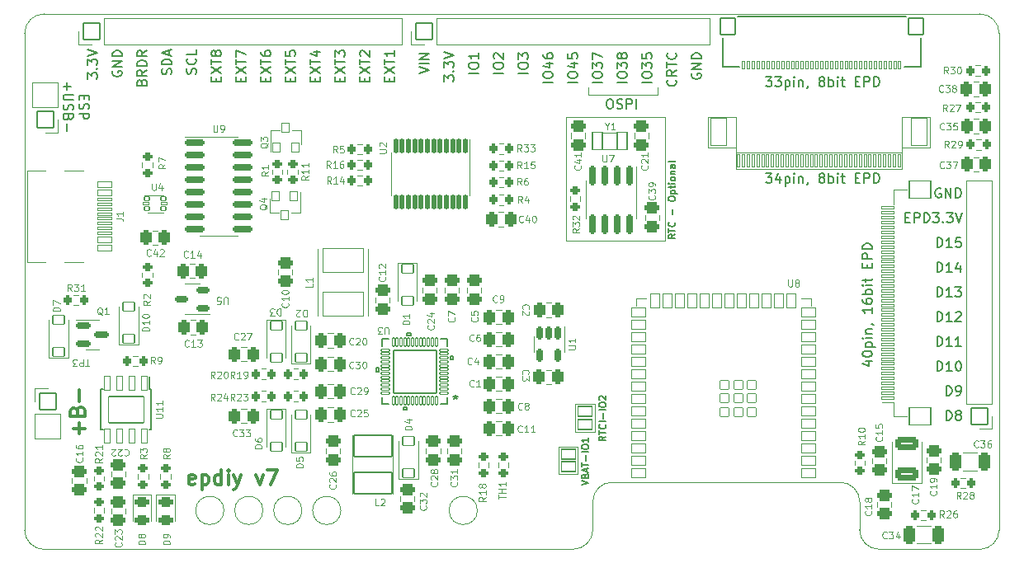
<source format=gto>
%TF.GenerationSoftware,KiCad,Pcbnew,6.0.7+dfsg-1build1*%
%TF.CreationDate,2023-01-24T23:00:55+01:00*%
%TF.ProjectId,epaper-breakout,65706170-6572-42d6-9272-65616b6f7574,rev?*%
%TF.SameCoordinates,Original*%
%TF.FileFunction,Legend,Top*%
%TF.FilePolarity,Positive*%
%FSLAX46Y46*%
G04 Gerber Fmt 4.6, Leading zero omitted, Abs format (unit mm)*
G04 Created by KiCad (PCBNEW 6.0.7+dfsg-1build1) date 2023-01-24 23:00:55*
%MOMM*%
%LPD*%
G01*
G04 APERTURE LIST*
G04 Aperture macros list*
%AMRoundRect*
0 Rectangle with rounded corners*
0 $1 Rounding radius*
0 $2 $3 $4 $5 $6 $7 $8 $9 X,Y pos of 4 corners*
0 Add a 4 corners polygon primitive as box body*
4,1,4,$2,$3,$4,$5,$6,$7,$8,$9,$2,$3,0*
0 Add four circle primitives for the rounded corners*
1,1,$1+$1,$2,$3*
1,1,$1+$1,$4,$5*
1,1,$1+$1,$6,$7*
1,1,$1+$1,$8,$9*
0 Add four rect primitives between the rounded corners*
20,1,$1+$1,$2,$3,$4,$5,0*
20,1,$1+$1,$4,$5,$6,$7,0*
20,1,$1+$1,$6,$7,$8,$9,0*
20,1,$1+$1,$8,$9,$2,$3,0*%
G04 Aperture macros list end*
%ADD10C,0.200000*%
%ADD11C,0.300000*%
%ADD12C,0.150000*%
%ADD13C,0.120000*%
%TA.AperFunction,Profile*%
%ADD14C,0.050000*%
%TD*%
%ADD15C,0.152400*%
%ADD16RoundRect,0.051000X0.750000X0.450000X-0.750000X0.450000X-0.750000X-0.450000X0.750000X-0.450000X0*%
%ADD17RoundRect,0.051000X-0.450000X0.750000X-0.450000X-0.750000X0.450000X-0.750000X0.450000X0.750000X0*%
%ADD18RoundRect,0.051000X-0.750000X-0.450000X0.750000X-0.450000X0.750000X0.450000X-0.750000X0.450000X0*%
%ADD19RoundRect,0.051000X-0.450000X-0.450000X0.450000X-0.450000X0.450000X0.450000X-0.450000X0.450000X0*%
%ADD20RoundRect,0.051000X1.100000X-0.900000X1.100000X0.900000X-1.100000X0.900000X-1.100000X-0.900000X0*%
%ADD21RoundRect,0.051000X0.650000X-0.150000X0.650000X0.150000X-0.650000X0.150000X-0.650000X-0.150000X0*%
%ADD22RoundRect,0.251000X-0.200000X-0.275000X0.200000X-0.275000X0.200000X0.275000X-0.200000X0.275000X0*%
%ADD23C,2.302000*%
%ADD24RoundRect,0.051000X0.400000X-0.450000X0.400000X0.450000X-0.400000X0.450000X-0.400000X-0.450000X0*%
%ADD25RoundRect,0.251000X-0.275000X0.200000X-0.275000X-0.200000X0.275000X-0.200000X0.275000X0.200000X0*%
%ADD26RoundRect,0.251000X0.275000X-0.200000X0.275000X0.200000X-0.275000X0.200000X-0.275000X-0.200000X0*%
%ADD27RoundRect,0.051000X-0.400000X0.450000X-0.400000X-0.450000X0.400000X-0.450000X0.400000X0.450000X0*%
%ADD28RoundRect,0.301000X0.250000X0.475000X-0.250000X0.475000X-0.250000X-0.475000X0.250000X-0.475000X0*%
%ADD29RoundRect,0.301000X-0.475000X0.250000X-0.475000X-0.250000X0.475000X-0.250000X0.475000X0.250000X0*%
%ADD30RoundRect,0.294750X-0.456250X0.243750X-0.456250X-0.243750X0.456250X-0.243750X0.456250X0.243750X0*%
%ADD31RoundRect,0.301000X0.475000X-0.250000X0.475000X0.250000X-0.475000X0.250000X-0.475000X-0.250000X0*%
%ADD32RoundRect,0.300999X0.325001X0.650001X-0.325001X0.650001X-0.325001X-0.650001X0.325001X-0.650001X0*%
%ADD33RoundRect,0.301000X-0.250000X-0.475000X0.250000X-0.475000X0.250000X0.475000X-0.250000X0.475000X0*%
%ADD34RoundRect,0.300999X-0.325001X-0.650001X0.325001X-0.650001X0.325001X0.650001X-0.325001X0.650001X0*%
%ADD35RoundRect,0.251000X0.200000X0.275000X-0.200000X0.275000X-0.200000X-0.275000X0.200000X-0.275000X0*%
%ADD36RoundRect,0.151000X-0.100000X0.637500X-0.100000X-0.637500X0.100000X-0.637500X0.100000X0.637500X0*%
%ADD37RoundRect,0.300997X0.925003X-0.412503X0.925003X0.412503X-0.925003X0.412503X-0.925003X-0.412503X0*%
%ADD38RoundRect,0.051000X1.950000X-1.100000X1.950000X1.100000X-1.950000X1.100000X-1.950000X-1.100000X0*%
%ADD39RoundRect,0.051000X2.100000X-1.200000X2.100000X1.200000X-2.100000X1.200000X-2.100000X-1.200000X0*%
%ADD40RoundRect,0.051000X-0.425000X0.100000X-0.425000X-0.100000X0.425000X-0.100000X0.425000X0.100000X0*%
%ADD41RoundRect,0.051000X0.100000X0.425000X-0.100000X0.425000X-0.100000X-0.425000X0.100000X-0.425000X0*%
%ADD42C,0.610000*%
%ADD43RoundRect,0.051000X2.199999X2.199999X-2.199999X2.199999X-2.199999X-2.199999X2.199999X-2.199999X0*%
%ADD44RoundRect,0.051000X-0.600000X0.450000X-0.600000X-0.450000X0.600000X-0.450000X0.600000X0.450000X0*%
%ADD45RoundRect,0.051000X0.600000X-0.450000X0.600000X0.450000X-0.600000X0.450000X-0.600000X-0.450000X0*%
%ADD46C,2.602000*%
%ADD47RoundRect,0.051000X-0.325000X0.750000X-0.325000X-0.750000X0.325000X-0.750000X0.325000X0.750000X0*%
%ADD48RoundRect,0.051000X-1.800000X1.350000X-1.800000X-1.350000X1.800000X-1.350000X1.800000X1.350000X0*%
%ADD49RoundRect,0.051000X-0.850000X-0.850000X0.850000X-0.850000X0.850000X0.850000X-0.850000X0.850000X0*%
%ADD50O,1.802000X1.802000*%
%ADD51RoundRect,0.201000X0.512500X0.150000X-0.512500X0.150000X-0.512500X-0.150000X0.512500X-0.150000X0*%
%ADD52RoundRect,0.051000X-0.250000X-0.187500X0.250000X-0.187500X0.250000X0.187500X-0.250000X0.187500X0*%
%ADD53RoundRect,0.051000X-0.325000X-0.150000X0.325000X-0.150000X0.325000X0.150000X-0.325000X0.150000X0*%
%ADD54RoundRect,0.051000X0.800000X1.400000X-0.800000X1.400000X-0.800000X-1.400000X0.800000X-1.400000X0*%
%ADD55RoundRect,0.051000X0.125000X0.650000X-0.125000X0.650000X-0.125000X-0.650000X0.125000X-0.650000X0*%
%ADD56RoundRect,0.201000X-0.587500X-0.150000X0.587500X-0.150000X0.587500X0.150000X-0.587500X0.150000X0*%
%ADD57RoundRect,0.051000X-0.750000X0.500000X-0.750000X-0.500000X0.750000X-0.500000X0.750000X0.500000X0*%
%ADD58RoundRect,0.051000X0.850000X0.850000X-0.850000X0.850000X-0.850000X-0.850000X0.850000X-0.850000X0*%
%ADD59RoundRect,0.201000X-0.150000X0.825000X-0.150000X-0.825000X0.150000X-0.825000X0.150000X0.825000X0*%
%ADD60RoundRect,0.201000X-0.150000X0.512500X-0.150000X-0.512500X0.150000X-0.512500X0.150000X0.512500X0*%
%ADD61RoundRect,0.051000X0.127000X-0.406400X0.127000X0.406400X-0.127000X0.406400X-0.127000X-0.406400X0*%
%ADD62RoundRect,0.051000X-0.762000X-0.850900X0.762000X-0.850900X0.762000X0.850900X-0.762000X0.850900X0*%
%ADD63RoundRect,0.051000X0.850000X-0.850000X0.850000X0.850000X-0.850000X0.850000X-0.850000X-0.850000X0*%
%ADD64RoundRect,0.201000X-0.825000X-0.150000X0.825000X-0.150000X0.825000X0.150000X-0.825000X0.150000X0*%
%ADD65C,0.752000*%
%ADD66RoundRect,0.051000X-0.725000X0.300000X-0.725000X-0.300000X0.725000X-0.300000X0.725000X0.300000X0*%
%ADD67RoundRect,0.051000X-0.725000X0.150000X-0.725000X-0.150000X0.725000X-0.150000X0.725000X0.150000X0*%
%ADD68O,1.702000X1.102000*%
%ADD69O,2.202000X1.102000*%
%ADD70RoundRect,0.051000X-0.500000X-0.900000X0.500000X-0.900000X0.500000X0.900000X-0.500000X0.900000X0*%
G04 APERTURE END LIST*
D10*
X31102428Y-17859523D02*
X31102428Y-18192857D01*
X30578619Y-18335714D02*
X30578619Y-17859523D01*
X31578619Y-17859523D01*
X31578619Y-18335714D01*
X30626238Y-18716666D02*
X30578619Y-18859523D01*
X30578619Y-19097619D01*
X30626238Y-19192857D01*
X30673857Y-19240476D01*
X30769095Y-19288095D01*
X30864333Y-19288095D01*
X30959571Y-19240476D01*
X31007190Y-19192857D01*
X31054809Y-19097619D01*
X31102428Y-18907142D01*
X31150047Y-18811904D01*
X31197666Y-18764285D01*
X31292904Y-18716666D01*
X31388142Y-18716666D01*
X31483380Y-18764285D01*
X31531000Y-18811904D01*
X31578619Y-18907142D01*
X31578619Y-19145238D01*
X31531000Y-19288095D01*
X30578619Y-19716666D02*
X31578619Y-19716666D01*
X31578619Y-20097619D01*
X31531000Y-20192857D01*
X31483380Y-20240476D01*
X31388142Y-20288095D01*
X31245285Y-20288095D01*
X31150047Y-20240476D01*
X31102428Y-20192857D01*
X31054809Y-20097619D01*
X31054809Y-19716666D01*
X29349571Y-16550000D02*
X29349571Y-17311904D01*
X28968619Y-16930952D02*
X29730523Y-16930952D01*
X29968619Y-17788095D02*
X29159095Y-17788095D01*
X29063857Y-17835714D01*
X29016238Y-17883333D01*
X28968619Y-17978571D01*
X28968619Y-18169047D01*
X29016238Y-18264285D01*
X29063857Y-18311904D01*
X29159095Y-18359523D01*
X29968619Y-18359523D01*
X29016238Y-18788095D02*
X28968619Y-18930952D01*
X28968619Y-19169047D01*
X29016238Y-19264285D01*
X29063857Y-19311904D01*
X29159095Y-19359523D01*
X29254333Y-19359523D01*
X29349571Y-19311904D01*
X29397190Y-19264285D01*
X29444809Y-19169047D01*
X29492428Y-18978571D01*
X29540047Y-18883333D01*
X29587666Y-18835714D01*
X29682904Y-18788095D01*
X29778142Y-18788095D01*
X29873380Y-18835714D01*
X29921000Y-18883333D01*
X29968619Y-18978571D01*
X29968619Y-19216666D01*
X29921000Y-19359523D01*
X29492428Y-20121428D02*
X29444809Y-20264285D01*
X29397190Y-20311904D01*
X29301952Y-20359523D01*
X29159095Y-20359523D01*
X29063857Y-20311904D01*
X29016238Y-20264285D01*
X28968619Y-20169047D01*
X28968619Y-19788095D01*
X29968619Y-19788095D01*
X29968619Y-20121428D01*
X29921000Y-20216666D01*
X29873380Y-20264285D01*
X29778142Y-20311904D01*
X29682904Y-20311904D01*
X29587666Y-20264285D01*
X29540047Y-20216666D01*
X29492428Y-20121428D01*
X29492428Y-19788095D01*
X29349571Y-20788095D02*
X29349571Y-21550000D01*
D11*
X42470142Y-57757142D02*
X42327285Y-57828571D01*
X42041571Y-57828571D01*
X41898714Y-57757142D01*
X41827285Y-57614285D01*
X41827285Y-57042857D01*
X41898714Y-56900000D01*
X42041571Y-56828571D01*
X42327285Y-56828571D01*
X42470142Y-56900000D01*
X42541571Y-57042857D01*
X42541571Y-57185714D01*
X41827285Y-57328571D01*
X43184428Y-56828571D02*
X43184428Y-58328571D01*
X43184428Y-56900000D02*
X43327285Y-56828571D01*
X43613000Y-56828571D01*
X43755857Y-56900000D01*
X43827285Y-56971428D01*
X43898714Y-57114285D01*
X43898714Y-57542857D01*
X43827285Y-57685714D01*
X43755857Y-57757142D01*
X43613000Y-57828571D01*
X43327285Y-57828571D01*
X43184428Y-57757142D01*
X45184428Y-57828571D02*
X45184428Y-56328571D01*
X45184428Y-57757142D02*
X45041571Y-57828571D01*
X44755857Y-57828571D01*
X44613000Y-57757142D01*
X44541571Y-57685714D01*
X44470142Y-57542857D01*
X44470142Y-57114285D01*
X44541571Y-56971428D01*
X44613000Y-56900000D01*
X44755857Y-56828571D01*
X45041571Y-56828571D01*
X45184428Y-56900000D01*
X45898714Y-57828571D02*
X45898714Y-56828571D01*
X45898714Y-56328571D02*
X45827285Y-56400000D01*
X45898714Y-56471428D01*
X45970142Y-56400000D01*
X45898714Y-56328571D01*
X45898714Y-56471428D01*
X46470142Y-56828571D02*
X46827285Y-57828571D01*
X47184428Y-56828571D02*
X46827285Y-57828571D01*
X46684428Y-58185714D01*
X46613000Y-58257142D01*
X46470142Y-58328571D01*
X48755857Y-56828571D02*
X49113000Y-57828571D01*
X49470142Y-56828571D01*
X49898714Y-56328571D02*
X50898714Y-56328571D01*
X50255857Y-57828571D01*
D10*
X111291714Y-45181714D02*
X111958380Y-45181714D01*
X110910761Y-45419809D02*
X111625047Y-45657904D01*
X111625047Y-45038857D01*
X110958380Y-44467428D02*
X110958380Y-44372190D01*
X111006000Y-44276952D01*
X111053619Y-44229333D01*
X111148857Y-44181714D01*
X111339333Y-44134095D01*
X111577428Y-44134095D01*
X111767904Y-44181714D01*
X111863142Y-44229333D01*
X111910761Y-44276952D01*
X111958380Y-44372190D01*
X111958380Y-44467428D01*
X111910761Y-44562666D01*
X111863142Y-44610285D01*
X111767904Y-44657904D01*
X111577428Y-44705523D01*
X111339333Y-44705523D01*
X111148857Y-44657904D01*
X111053619Y-44610285D01*
X111006000Y-44562666D01*
X110958380Y-44467428D01*
X111291714Y-43705523D02*
X112291714Y-43705523D01*
X111339333Y-43705523D02*
X111291714Y-43610285D01*
X111291714Y-43419809D01*
X111339333Y-43324571D01*
X111386952Y-43276952D01*
X111482190Y-43229333D01*
X111767904Y-43229333D01*
X111863142Y-43276952D01*
X111910761Y-43324571D01*
X111958380Y-43419809D01*
X111958380Y-43610285D01*
X111910761Y-43705523D01*
X111958380Y-42800761D02*
X111291714Y-42800761D01*
X110958380Y-42800761D02*
X111006000Y-42848380D01*
X111053619Y-42800761D01*
X111006000Y-42753142D01*
X110958380Y-42800761D01*
X111053619Y-42800761D01*
X111291714Y-42324571D02*
X111958380Y-42324571D01*
X111386952Y-42324571D02*
X111339333Y-42276952D01*
X111291714Y-42181714D01*
X111291714Y-42038857D01*
X111339333Y-41943619D01*
X111434571Y-41896000D01*
X111958380Y-41896000D01*
X111910761Y-41372190D02*
X111958380Y-41372190D01*
X112053619Y-41419809D01*
X112101238Y-41467428D01*
X111958380Y-39657904D02*
X111958380Y-40229333D01*
X111958380Y-39943619D02*
X110958380Y-39943619D01*
X111101238Y-40038857D01*
X111196476Y-40134095D01*
X111244095Y-40229333D01*
X110958380Y-38800761D02*
X110958380Y-38991238D01*
X111006000Y-39086476D01*
X111053619Y-39134095D01*
X111196476Y-39229333D01*
X111386952Y-39276952D01*
X111767904Y-39276952D01*
X111863142Y-39229333D01*
X111910761Y-39181714D01*
X111958380Y-39086476D01*
X111958380Y-38896000D01*
X111910761Y-38800761D01*
X111863142Y-38753142D01*
X111767904Y-38705523D01*
X111529809Y-38705523D01*
X111434571Y-38753142D01*
X111386952Y-38800761D01*
X111339333Y-38896000D01*
X111339333Y-39086476D01*
X111386952Y-39181714D01*
X111434571Y-39229333D01*
X111529809Y-39276952D01*
X111958380Y-38276952D02*
X110958380Y-38276952D01*
X111339333Y-38276952D02*
X111291714Y-38181714D01*
X111291714Y-37991238D01*
X111339333Y-37896000D01*
X111386952Y-37848380D01*
X111482190Y-37800761D01*
X111767904Y-37800761D01*
X111863142Y-37848380D01*
X111910761Y-37896000D01*
X111958380Y-37991238D01*
X111958380Y-38181714D01*
X111910761Y-38276952D01*
X111958380Y-37372190D02*
X111291714Y-37372190D01*
X110958380Y-37372190D02*
X111006000Y-37419809D01*
X111053619Y-37372190D01*
X111006000Y-37324571D01*
X110958380Y-37372190D01*
X111053619Y-37372190D01*
X111291714Y-37038857D02*
X111291714Y-36657904D01*
X110958380Y-36896000D02*
X111815523Y-36896000D01*
X111910761Y-36848380D01*
X111958380Y-36753142D01*
X111958380Y-36657904D01*
X111434571Y-35562666D02*
X111434571Y-35229333D01*
X111958380Y-35086476D02*
X111958380Y-35562666D01*
X110958380Y-35562666D01*
X110958380Y-35086476D01*
X111958380Y-34657904D02*
X110958380Y-34657904D01*
X110958380Y-34276952D01*
X111006000Y-34181714D01*
X111053619Y-34134095D01*
X111148857Y-34086476D01*
X111291714Y-34086476D01*
X111386952Y-34134095D01*
X111434571Y-34181714D01*
X111482190Y-34276952D01*
X111482190Y-34657904D01*
X111958380Y-33657904D02*
X110958380Y-33657904D01*
X110958380Y-33419809D01*
X111006000Y-33276952D01*
X111101238Y-33181714D01*
X111196476Y-33134095D01*
X111386952Y-33086476D01*
X111529809Y-33086476D01*
X111720285Y-33134095D01*
X111815523Y-33181714D01*
X111910761Y-33276952D01*
X111958380Y-33419809D01*
X111958380Y-33657904D01*
X101042857Y-25868380D02*
X101661904Y-25868380D01*
X101328571Y-26249333D01*
X101471428Y-26249333D01*
X101566666Y-26296952D01*
X101614285Y-26344571D01*
X101661904Y-26439809D01*
X101661904Y-26677904D01*
X101614285Y-26773142D01*
X101566666Y-26820761D01*
X101471428Y-26868380D01*
X101185714Y-26868380D01*
X101090476Y-26820761D01*
X101042857Y-26773142D01*
X102519047Y-26201714D02*
X102519047Y-26868380D01*
X102280952Y-25820761D02*
X102042857Y-26535047D01*
X102661904Y-26535047D01*
X103042857Y-26201714D02*
X103042857Y-27201714D01*
X103042857Y-26249333D02*
X103138095Y-26201714D01*
X103328571Y-26201714D01*
X103423809Y-26249333D01*
X103471428Y-26296952D01*
X103519047Y-26392190D01*
X103519047Y-26677904D01*
X103471428Y-26773142D01*
X103423809Y-26820761D01*
X103328571Y-26868380D01*
X103138095Y-26868380D01*
X103042857Y-26820761D01*
X103947619Y-26868380D02*
X103947619Y-26201714D01*
X103947619Y-25868380D02*
X103900000Y-25916000D01*
X103947619Y-25963619D01*
X103995238Y-25916000D01*
X103947619Y-25868380D01*
X103947619Y-25963619D01*
X104423809Y-26201714D02*
X104423809Y-26868380D01*
X104423809Y-26296952D02*
X104471428Y-26249333D01*
X104566666Y-26201714D01*
X104709523Y-26201714D01*
X104804761Y-26249333D01*
X104852380Y-26344571D01*
X104852380Y-26868380D01*
X105376190Y-26820761D02*
X105376190Y-26868380D01*
X105328571Y-26963619D01*
X105280952Y-27011238D01*
X106709523Y-26296952D02*
X106614285Y-26249333D01*
X106566666Y-26201714D01*
X106519047Y-26106476D01*
X106519047Y-26058857D01*
X106566666Y-25963619D01*
X106614285Y-25916000D01*
X106709523Y-25868380D01*
X106900000Y-25868380D01*
X106995238Y-25916000D01*
X107042857Y-25963619D01*
X107090476Y-26058857D01*
X107090476Y-26106476D01*
X107042857Y-26201714D01*
X106995238Y-26249333D01*
X106900000Y-26296952D01*
X106709523Y-26296952D01*
X106614285Y-26344571D01*
X106566666Y-26392190D01*
X106519047Y-26487428D01*
X106519047Y-26677904D01*
X106566666Y-26773142D01*
X106614285Y-26820761D01*
X106709523Y-26868380D01*
X106900000Y-26868380D01*
X106995238Y-26820761D01*
X107042857Y-26773142D01*
X107090476Y-26677904D01*
X107090476Y-26487428D01*
X107042857Y-26392190D01*
X106995238Y-26344571D01*
X106900000Y-26296952D01*
X107519047Y-26868380D02*
X107519047Y-25868380D01*
X107519047Y-26249333D02*
X107614285Y-26201714D01*
X107804761Y-26201714D01*
X107900000Y-26249333D01*
X107947619Y-26296952D01*
X107995238Y-26392190D01*
X107995238Y-26677904D01*
X107947619Y-26773142D01*
X107900000Y-26820761D01*
X107804761Y-26868380D01*
X107614285Y-26868380D01*
X107519047Y-26820761D01*
X108423809Y-26868380D02*
X108423809Y-26201714D01*
X108423809Y-25868380D02*
X108376190Y-25916000D01*
X108423809Y-25963619D01*
X108471428Y-25916000D01*
X108423809Y-25868380D01*
X108423809Y-25963619D01*
X108757142Y-26201714D02*
X109138095Y-26201714D01*
X108900000Y-25868380D02*
X108900000Y-26725523D01*
X108947619Y-26820761D01*
X109042857Y-26868380D01*
X109138095Y-26868380D01*
X110233333Y-26344571D02*
X110566666Y-26344571D01*
X110709523Y-26868380D02*
X110233333Y-26868380D01*
X110233333Y-25868380D01*
X110709523Y-25868380D01*
X111138095Y-26868380D02*
X111138095Y-25868380D01*
X111519047Y-25868380D01*
X111614285Y-25916000D01*
X111661904Y-25963619D01*
X111709523Y-26058857D01*
X111709523Y-26201714D01*
X111661904Y-26296952D01*
X111614285Y-26344571D01*
X111519047Y-26392190D01*
X111138095Y-26392190D01*
X112138095Y-26868380D02*
X112138095Y-25868380D01*
X112376190Y-25868380D01*
X112519047Y-25916000D01*
X112614285Y-26011238D01*
X112661904Y-26106476D01*
X112709523Y-26296952D01*
X112709523Y-26439809D01*
X112661904Y-26630285D01*
X112614285Y-26725523D01*
X112519047Y-26820761D01*
X112376190Y-26868380D01*
X112138095Y-26868380D01*
X101042857Y-15962380D02*
X101661904Y-15962380D01*
X101328571Y-16343333D01*
X101471428Y-16343333D01*
X101566666Y-16390952D01*
X101614285Y-16438571D01*
X101661904Y-16533809D01*
X101661904Y-16771904D01*
X101614285Y-16867142D01*
X101566666Y-16914761D01*
X101471428Y-16962380D01*
X101185714Y-16962380D01*
X101090476Y-16914761D01*
X101042857Y-16867142D01*
X101995238Y-15962380D02*
X102614285Y-15962380D01*
X102280952Y-16343333D01*
X102423809Y-16343333D01*
X102519047Y-16390952D01*
X102566666Y-16438571D01*
X102614285Y-16533809D01*
X102614285Y-16771904D01*
X102566666Y-16867142D01*
X102519047Y-16914761D01*
X102423809Y-16962380D01*
X102138095Y-16962380D01*
X102042857Y-16914761D01*
X101995238Y-16867142D01*
X103042857Y-16295714D02*
X103042857Y-17295714D01*
X103042857Y-16343333D02*
X103138095Y-16295714D01*
X103328571Y-16295714D01*
X103423809Y-16343333D01*
X103471428Y-16390952D01*
X103519047Y-16486190D01*
X103519047Y-16771904D01*
X103471428Y-16867142D01*
X103423809Y-16914761D01*
X103328571Y-16962380D01*
X103138095Y-16962380D01*
X103042857Y-16914761D01*
X103947619Y-16962380D02*
X103947619Y-16295714D01*
X103947619Y-15962380D02*
X103900000Y-16010000D01*
X103947619Y-16057619D01*
X103995238Y-16010000D01*
X103947619Y-15962380D01*
X103947619Y-16057619D01*
X104423809Y-16295714D02*
X104423809Y-16962380D01*
X104423809Y-16390952D02*
X104471428Y-16343333D01*
X104566666Y-16295714D01*
X104709523Y-16295714D01*
X104804761Y-16343333D01*
X104852380Y-16438571D01*
X104852380Y-16962380D01*
X105376190Y-16914761D02*
X105376190Y-16962380D01*
X105328571Y-17057619D01*
X105280952Y-17105238D01*
X106709523Y-16390952D02*
X106614285Y-16343333D01*
X106566666Y-16295714D01*
X106519047Y-16200476D01*
X106519047Y-16152857D01*
X106566666Y-16057619D01*
X106614285Y-16010000D01*
X106709523Y-15962380D01*
X106900000Y-15962380D01*
X106995238Y-16010000D01*
X107042857Y-16057619D01*
X107090476Y-16152857D01*
X107090476Y-16200476D01*
X107042857Y-16295714D01*
X106995238Y-16343333D01*
X106900000Y-16390952D01*
X106709523Y-16390952D01*
X106614285Y-16438571D01*
X106566666Y-16486190D01*
X106519047Y-16581428D01*
X106519047Y-16771904D01*
X106566666Y-16867142D01*
X106614285Y-16914761D01*
X106709523Y-16962380D01*
X106900000Y-16962380D01*
X106995238Y-16914761D01*
X107042857Y-16867142D01*
X107090476Y-16771904D01*
X107090476Y-16581428D01*
X107042857Y-16486190D01*
X106995238Y-16438571D01*
X106900000Y-16390952D01*
X107519047Y-16962380D02*
X107519047Y-15962380D01*
X107519047Y-16343333D02*
X107614285Y-16295714D01*
X107804761Y-16295714D01*
X107900000Y-16343333D01*
X107947619Y-16390952D01*
X107995238Y-16486190D01*
X107995238Y-16771904D01*
X107947619Y-16867142D01*
X107900000Y-16914761D01*
X107804761Y-16962380D01*
X107614285Y-16962380D01*
X107519047Y-16914761D01*
X108423809Y-16962380D02*
X108423809Y-16295714D01*
X108423809Y-15962380D02*
X108376190Y-16010000D01*
X108423809Y-16057619D01*
X108471428Y-16010000D01*
X108423809Y-15962380D01*
X108423809Y-16057619D01*
X108757142Y-16295714D02*
X109138095Y-16295714D01*
X108900000Y-15962380D02*
X108900000Y-16819523D01*
X108947619Y-16914761D01*
X109042857Y-16962380D01*
X109138095Y-16962380D01*
X110233333Y-16438571D02*
X110566666Y-16438571D01*
X110709523Y-16962380D02*
X110233333Y-16962380D01*
X110233333Y-15962380D01*
X110709523Y-15962380D01*
X111138095Y-16962380D02*
X111138095Y-15962380D01*
X111519047Y-15962380D01*
X111614285Y-16010000D01*
X111661904Y-16057619D01*
X111709523Y-16152857D01*
X111709523Y-16295714D01*
X111661904Y-16390952D01*
X111614285Y-16438571D01*
X111519047Y-16486190D01*
X111138095Y-16486190D01*
X112138095Y-16962380D02*
X112138095Y-15962380D01*
X112376190Y-15962380D01*
X112519047Y-16010000D01*
X112614285Y-16105238D01*
X112661904Y-16200476D01*
X112709523Y-16390952D01*
X112709523Y-16533809D01*
X112661904Y-16724285D01*
X112614285Y-16819523D01*
X112519047Y-16914761D01*
X112376190Y-16962380D01*
X112138095Y-16962380D01*
D12*
X91756666Y-32148166D02*
X91423333Y-32381500D01*
X91756666Y-32548166D02*
X91056666Y-32548166D01*
X91056666Y-32281500D01*
X91090000Y-32214833D01*
X91123333Y-32181500D01*
X91190000Y-32148166D01*
X91290000Y-32148166D01*
X91356666Y-32181500D01*
X91390000Y-32214833D01*
X91423333Y-32281500D01*
X91423333Y-32548166D01*
X91056666Y-31948166D02*
X91056666Y-31548166D01*
X91756666Y-31748166D02*
X91056666Y-31748166D01*
X91690000Y-30914833D02*
X91723333Y-30948166D01*
X91756666Y-31048166D01*
X91756666Y-31114833D01*
X91723333Y-31214833D01*
X91656666Y-31281500D01*
X91590000Y-31314833D01*
X91456666Y-31348166D01*
X91356666Y-31348166D01*
X91223333Y-31314833D01*
X91156666Y-31281500D01*
X91090000Y-31214833D01*
X91056666Y-31114833D01*
X91056666Y-31048166D01*
X91090000Y-30948166D01*
X91123333Y-30914833D01*
X91490000Y-30081500D02*
X91490000Y-29548166D01*
X91056666Y-28548166D02*
X91056666Y-28414833D01*
X91090000Y-28348166D01*
X91156666Y-28281500D01*
X91290000Y-28248166D01*
X91523333Y-28248166D01*
X91656666Y-28281500D01*
X91723333Y-28348166D01*
X91756666Y-28414833D01*
X91756666Y-28548166D01*
X91723333Y-28614833D01*
X91656666Y-28681500D01*
X91523333Y-28714833D01*
X91290000Y-28714833D01*
X91156666Y-28681500D01*
X91090000Y-28614833D01*
X91056666Y-28548166D01*
X91290000Y-27948166D02*
X91990000Y-27948166D01*
X91323333Y-27948166D02*
X91290000Y-27881500D01*
X91290000Y-27748166D01*
X91323333Y-27681500D01*
X91356666Y-27648166D01*
X91423333Y-27614833D01*
X91623333Y-27614833D01*
X91690000Y-27648166D01*
X91723333Y-27681500D01*
X91756666Y-27748166D01*
X91756666Y-27881500D01*
X91723333Y-27948166D01*
X91290000Y-27414833D02*
X91290000Y-27148166D01*
X91056666Y-27314833D02*
X91656666Y-27314833D01*
X91723333Y-27281500D01*
X91756666Y-27214833D01*
X91756666Y-27148166D01*
X91756666Y-26914833D02*
X91290000Y-26914833D01*
X91056666Y-26914833D02*
X91090000Y-26948166D01*
X91123333Y-26914833D01*
X91090000Y-26881500D01*
X91056666Y-26914833D01*
X91123333Y-26914833D01*
X91756666Y-26481500D02*
X91723333Y-26548166D01*
X91690000Y-26581500D01*
X91623333Y-26614833D01*
X91423333Y-26614833D01*
X91356666Y-26581500D01*
X91323333Y-26548166D01*
X91290000Y-26481500D01*
X91290000Y-26381500D01*
X91323333Y-26314833D01*
X91356666Y-26281500D01*
X91423333Y-26248166D01*
X91623333Y-26248166D01*
X91690000Y-26281500D01*
X91723333Y-26314833D01*
X91756666Y-26381500D01*
X91756666Y-26481500D01*
X91290000Y-25948166D02*
X91756666Y-25948166D01*
X91356666Y-25948166D02*
X91323333Y-25914833D01*
X91290000Y-25848166D01*
X91290000Y-25748166D01*
X91323333Y-25681500D01*
X91390000Y-25648166D01*
X91756666Y-25648166D01*
X91756666Y-25014833D02*
X91390000Y-25014833D01*
X91323333Y-25048166D01*
X91290000Y-25114833D01*
X91290000Y-25248166D01*
X91323333Y-25314833D01*
X91723333Y-25014833D02*
X91756666Y-25081500D01*
X91756666Y-25248166D01*
X91723333Y-25314833D01*
X91656666Y-25348166D01*
X91590000Y-25348166D01*
X91523333Y-25314833D01*
X91490000Y-25248166D01*
X91490000Y-25081500D01*
X91456666Y-25014833D01*
X91756666Y-24581500D02*
X91723333Y-24648166D01*
X91656666Y-24681500D01*
X91056666Y-24681500D01*
D13*
X80518000Y-32766000D02*
X80518000Y-20066000D01*
X90678000Y-32766000D02*
X80518000Y-32766000D01*
X90678000Y-20066000D02*
X90678000Y-32766000D01*
X90170000Y-20066000D02*
X90678000Y-20066000D01*
X80518000Y-20066000D02*
X90170000Y-20066000D01*
D12*
X82166666Y-57896166D02*
X82866666Y-57662833D01*
X82166666Y-57429500D01*
X82500000Y-56962833D02*
X82533333Y-56862833D01*
X82566666Y-56829500D01*
X82633333Y-56796166D01*
X82733333Y-56796166D01*
X82800000Y-56829500D01*
X82833333Y-56862833D01*
X82866666Y-56929500D01*
X82866666Y-57196166D01*
X82166666Y-57196166D01*
X82166666Y-56962833D01*
X82200000Y-56896166D01*
X82233333Y-56862833D01*
X82300000Y-56829500D01*
X82366666Y-56829500D01*
X82433333Y-56862833D01*
X82466666Y-56896166D01*
X82500000Y-56962833D01*
X82500000Y-57196166D01*
X82666666Y-56529500D02*
X82666666Y-56196166D01*
X82866666Y-56596166D02*
X82166666Y-56362833D01*
X82866666Y-56129500D01*
X82166666Y-55996166D02*
X82166666Y-55596166D01*
X82866666Y-55796166D02*
X82166666Y-55796166D01*
X82600000Y-55362833D02*
X82600000Y-54829500D01*
X82866666Y-54496166D02*
X82166666Y-54496166D01*
X82166666Y-54029500D02*
X82166666Y-53896166D01*
X82200000Y-53829500D01*
X82266666Y-53762833D01*
X82400000Y-53729500D01*
X82633333Y-53729500D01*
X82766666Y-53762833D01*
X82833333Y-53829500D01*
X82866666Y-53896166D01*
X82866666Y-54029500D01*
X82833333Y-54096166D01*
X82766666Y-54162833D01*
X82633333Y-54196166D01*
X82400000Y-54196166D01*
X82266666Y-54162833D01*
X82200000Y-54096166D01*
X82166666Y-54029500D01*
X82866666Y-53062833D02*
X82866666Y-53462833D01*
X82866666Y-53262833D02*
X82166666Y-53262833D01*
X82266666Y-53329500D01*
X82333333Y-53396166D01*
X82366666Y-53462833D01*
X84644666Y-52911500D02*
X84311333Y-53144833D01*
X84644666Y-53311500D02*
X83944666Y-53311500D01*
X83944666Y-53044833D01*
X83978000Y-52978166D01*
X84011333Y-52944833D01*
X84078000Y-52911500D01*
X84178000Y-52911500D01*
X84244666Y-52944833D01*
X84278000Y-52978166D01*
X84311333Y-53044833D01*
X84311333Y-53311500D01*
X83944666Y-52711500D02*
X83944666Y-52311500D01*
X84644666Y-52511500D02*
X83944666Y-52511500D01*
X84578000Y-51678166D02*
X84611333Y-51711500D01*
X84644666Y-51811500D01*
X84644666Y-51878166D01*
X84611333Y-51978166D01*
X84544666Y-52044833D01*
X84478000Y-52078166D01*
X84344666Y-52111500D01*
X84244666Y-52111500D01*
X84111333Y-52078166D01*
X84044666Y-52044833D01*
X83978000Y-51978166D01*
X83944666Y-51878166D01*
X83944666Y-51811500D01*
X83978000Y-51711500D01*
X84011333Y-51678166D01*
X84644666Y-51378166D02*
X83944666Y-51378166D01*
X84378000Y-51044833D02*
X84378000Y-50511500D01*
X84644666Y-50178166D02*
X83944666Y-50178166D01*
X83944666Y-49711500D02*
X83944666Y-49578166D01*
X83978000Y-49511500D01*
X84044666Y-49444833D01*
X84178000Y-49411500D01*
X84411333Y-49411500D01*
X84544666Y-49444833D01*
X84611333Y-49511500D01*
X84644666Y-49578166D01*
X84644666Y-49711500D01*
X84611333Y-49778166D01*
X84544666Y-49844833D01*
X84411333Y-49878166D01*
X84178000Y-49878166D01*
X84044666Y-49844833D01*
X83978000Y-49778166D01*
X83944666Y-49711500D01*
X84011333Y-49144833D02*
X83978000Y-49111500D01*
X83944666Y-49044833D01*
X83944666Y-48878166D01*
X83978000Y-48811500D01*
X84011333Y-48778166D01*
X84078000Y-48744833D01*
X84144666Y-48744833D01*
X84244666Y-48778166D01*
X84644666Y-49178166D01*
X84644666Y-48744833D01*
D13*
X89916000Y-17780000D02*
X89916000Y-17018000D01*
X89662000Y-17780000D02*
X89916000Y-17780000D01*
X82804000Y-17780000D02*
X89662000Y-17780000D01*
X82804000Y-17018000D02*
X82804000Y-17780000D01*
D14*
X25000000Y-62500000D02*
X25000000Y-11500000D01*
X27000000Y-64500000D02*
X81300000Y-64485786D01*
X125000000Y-11500000D02*
X125000000Y-62500000D01*
X27000000Y-9500000D02*
X123000000Y-9500000D01*
X27000000Y-9500000D02*
G75*
G03*
X25000000Y-11500000I0J-2000000D01*
G01*
X85300000Y-57600000D02*
G75*
G03*
X83300000Y-59600000I0J-2000000D01*
G01*
X83300000Y-62485786D02*
X83300000Y-59600000D01*
X81300000Y-64485800D02*
G75*
G03*
X83300000Y-62485786I0J2000000D01*
G01*
X110666214Y-62485786D02*
G75*
G03*
X112666214Y-64485786I1999986J-14D01*
G01*
X88700000Y-57600000D02*
X85300000Y-57600000D01*
X125000000Y-11500000D02*
G75*
G03*
X123000000Y-9500000I-2000000J0D01*
G01*
X25000000Y-62500000D02*
G75*
G03*
X27000000Y-64500000I2000000J0D01*
G01*
X110666214Y-62485786D02*
X110685791Y-59614213D01*
X123000000Y-64500000D02*
G75*
G03*
X125000000Y-62500000I0J2000000D01*
G01*
X112666214Y-64485786D02*
X123000000Y-64500000D01*
X110685787Y-59614213D02*
G75*
G03*
X108685791Y-57614213I-1999987J13D01*
G01*
X108685791Y-57614213D02*
X88700000Y-57600000D01*
D11*
X30607142Y-52650000D02*
X30607142Y-51507142D01*
X31178571Y-52078571D02*
X30035714Y-52078571D01*
X30392857Y-50292857D02*
X30464285Y-50078571D01*
X30535714Y-50007142D01*
X30678571Y-49935714D01*
X30892857Y-49935714D01*
X31035714Y-50007142D01*
X31107142Y-50078571D01*
X31178571Y-50221428D01*
X31178571Y-50792857D01*
X29678571Y-50792857D01*
X29678571Y-50292857D01*
X29750000Y-50150000D01*
X29821428Y-50078571D01*
X29964285Y-50007142D01*
X30107142Y-50007142D01*
X30250000Y-50078571D01*
X30321428Y-50150000D01*
X30392857Y-50292857D01*
X30392857Y-50792857D01*
X30607142Y-49292857D02*
X30607142Y-48150000D01*
D10*
X54792571Y-16417333D02*
X54792571Y-16084000D01*
X55316380Y-15941142D02*
X55316380Y-16417333D01*
X54316380Y-16417333D01*
X54316380Y-15941142D01*
X54316380Y-15607809D02*
X55316380Y-14941142D01*
X54316380Y-14941142D02*
X55316380Y-15607809D01*
X54316380Y-14703047D02*
X54316380Y-14131619D01*
X55316380Y-14417333D02*
X54316380Y-14417333D01*
X54649714Y-13369714D02*
X55316380Y-13369714D01*
X54268761Y-13607809D02*
X54983047Y-13845904D01*
X54983047Y-13226857D01*
X44632571Y-16417333D02*
X44632571Y-16084000D01*
X45156380Y-15941142D02*
X45156380Y-16417333D01*
X44156380Y-16417333D01*
X44156380Y-15941142D01*
X44156380Y-15607809D02*
X45156380Y-14941142D01*
X44156380Y-14941142D02*
X45156380Y-15607809D01*
X44156380Y-14703047D02*
X44156380Y-14131619D01*
X45156380Y-14417333D02*
X44156380Y-14417333D01*
X44584952Y-13655428D02*
X44537333Y-13750666D01*
X44489714Y-13798285D01*
X44394476Y-13845904D01*
X44346857Y-13845904D01*
X44251619Y-13798285D01*
X44204000Y-13750666D01*
X44156380Y-13655428D01*
X44156380Y-13464952D01*
X44204000Y-13369714D01*
X44251619Y-13322095D01*
X44346857Y-13274476D01*
X44394476Y-13274476D01*
X44489714Y-13322095D01*
X44537333Y-13369714D01*
X44584952Y-13464952D01*
X44584952Y-13655428D01*
X44632571Y-13750666D01*
X44680190Y-13798285D01*
X44775428Y-13845904D01*
X44965904Y-13845904D01*
X45061142Y-13798285D01*
X45108761Y-13750666D01*
X45156380Y-13655428D01*
X45156380Y-13464952D01*
X45108761Y-13369714D01*
X45061142Y-13322095D01*
X44965904Y-13274476D01*
X44775428Y-13274476D01*
X44680190Y-13322095D01*
X44632571Y-13369714D01*
X44584952Y-13464952D01*
X65492380Y-15623714D02*
X66492380Y-15290380D01*
X65492380Y-14957047D01*
X66492380Y-14623714D02*
X65492380Y-14623714D01*
X66492380Y-14147523D02*
X65492380Y-14147523D01*
X66492380Y-13576095D01*
X65492380Y-13576095D01*
X42568761Y-15655428D02*
X42616380Y-15512571D01*
X42616380Y-15274476D01*
X42568761Y-15179238D01*
X42521142Y-15131619D01*
X42425904Y-15084000D01*
X42330666Y-15084000D01*
X42235428Y-15131619D01*
X42187809Y-15179238D01*
X42140190Y-15274476D01*
X42092571Y-15464952D01*
X42044952Y-15560190D01*
X41997333Y-15607809D01*
X41902095Y-15655428D01*
X41806857Y-15655428D01*
X41711619Y-15607809D01*
X41664000Y-15560190D01*
X41616380Y-15464952D01*
X41616380Y-15226857D01*
X41664000Y-15084000D01*
X42521142Y-14084000D02*
X42568761Y-14131619D01*
X42616380Y-14274476D01*
X42616380Y-14369714D01*
X42568761Y-14512571D01*
X42473523Y-14607809D01*
X42378285Y-14655428D01*
X42187809Y-14703047D01*
X42044952Y-14703047D01*
X41854476Y-14655428D01*
X41759238Y-14607809D01*
X41664000Y-14512571D01*
X41616380Y-14369714D01*
X41616380Y-14274476D01*
X41664000Y-14131619D01*
X41711619Y-14084000D01*
X42616380Y-13179238D02*
X42616380Y-13655428D01*
X41616380Y-13655428D01*
X57332571Y-16417333D02*
X57332571Y-16084000D01*
X57856380Y-15941142D02*
X57856380Y-16417333D01*
X56856380Y-16417333D01*
X56856380Y-15941142D01*
X56856380Y-15607809D02*
X57856380Y-14941142D01*
X56856380Y-14941142D02*
X57856380Y-15607809D01*
X56856380Y-14703047D02*
X56856380Y-14131619D01*
X57856380Y-14417333D02*
X56856380Y-14417333D01*
X56856380Y-13893523D02*
X56856380Y-13274476D01*
X57237333Y-13607809D01*
X57237333Y-13464952D01*
X57284952Y-13369714D01*
X57332571Y-13322095D01*
X57427809Y-13274476D01*
X57665904Y-13274476D01*
X57761142Y-13322095D01*
X57808761Y-13369714D01*
X57856380Y-13464952D01*
X57856380Y-13750666D01*
X57808761Y-13845904D01*
X57761142Y-13893523D01*
X79192380Y-16528476D02*
X78192380Y-16528476D01*
X78192380Y-15861809D02*
X78192380Y-15671333D01*
X78240000Y-15576095D01*
X78335238Y-15480857D01*
X78525714Y-15433238D01*
X78859047Y-15433238D01*
X79049523Y-15480857D01*
X79144761Y-15576095D01*
X79192380Y-15671333D01*
X79192380Y-15861809D01*
X79144761Y-15957047D01*
X79049523Y-16052285D01*
X78859047Y-16099904D01*
X78525714Y-16099904D01*
X78335238Y-16052285D01*
X78240000Y-15957047D01*
X78192380Y-15861809D01*
X78525714Y-14576095D02*
X79192380Y-14576095D01*
X78144761Y-14814190D02*
X78859047Y-15052285D01*
X78859047Y-14433238D01*
X78192380Y-13623714D02*
X78192380Y-13814190D01*
X78240000Y-13909428D01*
X78287619Y-13957047D01*
X78430476Y-14052285D01*
X78620952Y-14099904D01*
X79001904Y-14099904D01*
X79097142Y-14052285D01*
X79144761Y-14004666D01*
X79192380Y-13909428D01*
X79192380Y-13718952D01*
X79144761Y-13623714D01*
X79097142Y-13576095D01*
X79001904Y-13528476D01*
X78763809Y-13528476D01*
X78668571Y-13576095D01*
X78620952Y-13623714D01*
X78573333Y-13718952D01*
X78573333Y-13909428D01*
X78620952Y-14004666D01*
X78668571Y-14052285D01*
X78763809Y-14099904D01*
X52252571Y-16417333D02*
X52252571Y-16084000D01*
X52776380Y-15941142D02*
X52776380Y-16417333D01*
X51776380Y-16417333D01*
X51776380Y-15941142D01*
X51776380Y-15607809D02*
X52776380Y-14941142D01*
X51776380Y-14941142D02*
X52776380Y-15607809D01*
X51776380Y-14703047D02*
X51776380Y-14131619D01*
X52776380Y-14417333D02*
X51776380Y-14417333D01*
X51776380Y-13322095D02*
X51776380Y-13798285D01*
X52252571Y-13845904D01*
X52204952Y-13798285D01*
X52157333Y-13703047D01*
X52157333Y-13464952D01*
X52204952Y-13369714D01*
X52252571Y-13322095D01*
X52347809Y-13274476D01*
X52585904Y-13274476D01*
X52681142Y-13322095D01*
X52728761Y-13369714D01*
X52776380Y-13464952D01*
X52776380Y-13703047D01*
X52728761Y-13798285D01*
X52681142Y-13845904D01*
X47172571Y-16417333D02*
X47172571Y-16084000D01*
X47696380Y-15941142D02*
X47696380Y-16417333D01*
X46696380Y-16417333D01*
X46696380Y-15941142D01*
X46696380Y-15607809D02*
X47696380Y-14941142D01*
X46696380Y-14941142D02*
X47696380Y-15607809D01*
X46696380Y-14703047D02*
X46696380Y-14131619D01*
X47696380Y-14417333D02*
X46696380Y-14417333D01*
X46696380Y-13893523D02*
X46696380Y-13226857D01*
X47696380Y-13655428D01*
X118615333Y-33472380D02*
X118615333Y-32472380D01*
X118853428Y-32472380D01*
X118996285Y-32520000D01*
X119091523Y-32615238D01*
X119139142Y-32710476D01*
X119186761Y-32900952D01*
X119186761Y-33043809D01*
X119139142Y-33234285D01*
X119091523Y-33329523D01*
X118996285Y-33424761D01*
X118853428Y-33472380D01*
X118615333Y-33472380D01*
X120139142Y-33472380D02*
X119567714Y-33472380D01*
X119853428Y-33472380D02*
X119853428Y-32472380D01*
X119758190Y-32615238D01*
X119662952Y-32710476D01*
X119567714Y-32758095D01*
X121043904Y-32472380D02*
X120567714Y-32472380D01*
X120520095Y-32948571D01*
X120567714Y-32900952D01*
X120662952Y-32853333D01*
X120901047Y-32853333D01*
X120996285Y-32900952D01*
X121043904Y-32948571D01*
X121091523Y-33043809D01*
X121091523Y-33281904D01*
X121043904Y-33377142D01*
X120996285Y-33424761D01*
X120901047Y-33472380D01*
X120662952Y-33472380D01*
X120567714Y-33424761D01*
X120520095Y-33377142D01*
X71572380Y-15576095D02*
X70572380Y-15576095D01*
X70572380Y-14909428D02*
X70572380Y-14718952D01*
X70620000Y-14623714D01*
X70715238Y-14528476D01*
X70905714Y-14480857D01*
X71239047Y-14480857D01*
X71429523Y-14528476D01*
X71524761Y-14623714D01*
X71572380Y-14718952D01*
X71572380Y-14909428D01*
X71524761Y-15004666D01*
X71429523Y-15099904D01*
X71239047Y-15147523D01*
X70905714Y-15147523D01*
X70715238Y-15099904D01*
X70620000Y-15004666D01*
X70572380Y-14909428D01*
X71572380Y-13528476D02*
X71572380Y-14099904D01*
X71572380Y-13814190D02*
X70572380Y-13814190D01*
X70715238Y-13909428D01*
X70810476Y-14004666D01*
X70858095Y-14099904D01*
X119567714Y-51252380D02*
X119567714Y-50252380D01*
X119805809Y-50252380D01*
X119948666Y-50300000D01*
X120043904Y-50395238D01*
X120091523Y-50490476D01*
X120139142Y-50680952D01*
X120139142Y-50823809D01*
X120091523Y-51014285D01*
X120043904Y-51109523D01*
X119948666Y-51204761D01*
X119805809Y-51252380D01*
X119567714Y-51252380D01*
X120710571Y-50680952D02*
X120615333Y-50633333D01*
X120567714Y-50585714D01*
X120520095Y-50490476D01*
X120520095Y-50442857D01*
X120567714Y-50347619D01*
X120615333Y-50300000D01*
X120710571Y-50252380D01*
X120901047Y-50252380D01*
X120996285Y-50300000D01*
X121043904Y-50347619D01*
X121091523Y-50442857D01*
X121091523Y-50490476D01*
X121043904Y-50585714D01*
X120996285Y-50633333D01*
X120901047Y-50680952D01*
X120710571Y-50680952D01*
X120615333Y-50728571D01*
X120567714Y-50776190D01*
X120520095Y-50871428D01*
X120520095Y-51061904D01*
X120567714Y-51157142D01*
X120615333Y-51204761D01*
X120710571Y-51252380D01*
X120901047Y-51252380D01*
X120996285Y-51204761D01*
X121043904Y-51157142D01*
X121091523Y-51061904D01*
X121091523Y-50871428D01*
X121043904Y-50776190D01*
X120996285Y-50728571D01*
X120901047Y-50680952D01*
X118996285Y-27440000D02*
X118901047Y-27392380D01*
X118758190Y-27392380D01*
X118615333Y-27440000D01*
X118520095Y-27535238D01*
X118472476Y-27630476D01*
X118424857Y-27820952D01*
X118424857Y-27963809D01*
X118472476Y-28154285D01*
X118520095Y-28249523D01*
X118615333Y-28344761D01*
X118758190Y-28392380D01*
X118853428Y-28392380D01*
X118996285Y-28344761D01*
X119043904Y-28297142D01*
X119043904Y-27963809D01*
X118853428Y-27963809D01*
X119472476Y-28392380D02*
X119472476Y-27392380D01*
X120043904Y-28392380D01*
X120043904Y-27392380D01*
X120520095Y-28392380D02*
X120520095Y-27392380D01*
X120758190Y-27392380D01*
X120901047Y-27440000D01*
X120996285Y-27535238D01*
X121043904Y-27630476D01*
X121091523Y-27820952D01*
X121091523Y-27963809D01*
X121043904Y-28154285D01*
X120996285Y-28249523D01*
X120901047Y-28344761D01*
X120758190Y-28392380D01*
X120520095Y-28392380D01*
X59872571Y-16417333D02*
X59872571Y-16084000D01*
X60396380Y-15941142D02*
X60396380Y-16417333D01*
X59396380Y-16417333D01*
X59396380Y-15941142D01*
X59396380Y-15607809D02*
X60396380Y-14941142D01*
X59396380Y-14941142D02*
X60396380Y-15607809D01*
X59396380Y-14703047D02*
X59396380Y-14131619D01*
X60396380Y-14417333D02*
X59396380Y-14417333D01*
X59491619Y-13845904D02*
X59444000Y-13798285D01*
X59396380Y-13703047D01*
X59396380Y-13464952D01*
X59444000Y-13369714D01*
X59491619Y-13322095D01*
X59586857Y-13274476D01*
X59682095Y-13274476D01*
X59824952Y-13322095D01*
X60396380Y-13893523D01*
X60396380Y-13274476D01*
X34044000Y-15369714D02*
X33996380Y-15464952D01*
X33996380Y-15607809D01*
X34044000Y-15750666D01*
X34139238Y-15845904D01*
X34234476Y-15893523D01*
X34424952Y-15941142D01*
X34567809Y-15941142D01*
X34758285Y-15893523D01*
X34853523Y-15845904D01*
X34948761Y-15750666D01*
X34996380Y-15607809D01*
X34996380Y-15512571D01*
X34948761Y-15369714D01*
X34901142Y-15322095D01*
X34567809Y-15322095D01*
X34567809Y-15512571D01*
X34996380Y-14893523D02*
X33996380Y-14893523D01*
X34996380Y-14322095D01*
X33996380Y-14322095D01*
X34996380Y-13845904D02*
X33996380Y-13845904D01*
X33996380Y-13607809D01*
X34044000Y-13464952D01*
X34139238Y-13369714D01*
X34234476Y-13322095D01*
X34424952Y-13274476D01*
X34567809Y-13274476D01*
X34758285Y-13322095D01*
X34853523Y-13369714D01*
X34948761Y-13464952D01*
X34996380Y-13607809D01*
X34996380Y-13845904D01*
X40028761Y-15703047D02*
X40076380Y-15560190D01*
X40076380Y-15322095D01*
X40028761Y-15226857D01*
X39981142Y-15179238D01*
X39885904Y-15131619D01*
X39790666Y-15131619D01*
X39695428Y-15179238D01*
X39647809Y-15226857D01*
X39600190Y-15322095D01*
X39552571Y-15512571D01*
X39504952Y-15607809D01*
X39457333Y-15655428D01*
X39362095Y-15703047D01*
X39266857Y-15703047D01*
X39171619Y-15655428D01*
X39124000Y-15607809D01*
X39076380Y-15512571D01*
X39076380Y-15274476D01*
X39124000Y-15131619D01*
X40076380Y-14703047D02*
X39076380Y-14703047D01*
X39076380Y-14464952D01*
X39124000Y-14322095D01*
X39219238Y-14226857D01*
X39314476Y-14179238D01*
X39504952Y-14131619D01*
X39647809Y-14131619D01*
X39838285Y-14179238D01*
X39933523Y-14226857D01*
X40028761Y-14322095D01*
X40076380Y-14464952D01*
X40076380Y-14703047D01*
X39790666Y-13750666D02*
X39790666Y-13274476D01*
X40076380Y-13845904D02*
X39076380Y-13512571D01*
X40076380Y-13179238D01*
X91797142Y-16290380D02*
X91844761Y-16338000D01*
X91892380Y-16480857D01*
X91892380Y-16576095D01*
X91844761Y-16718952D01*
X91749523Y-16814190D01*
X91654285Y-16861809D01*
X91463809Y-16909428D01*
X91320952Y-16909428D01*
X91130476Y-16861809D01*
X91035238Y-16814190D01*
X90940000Y-16718952D01*
X90892380Y-16576095D01*
X90892380Y-16480857D01*
X90940000Y-16338000D01*
X90987619Y-16290380D01*
X91892380Y-15290380D02*
X91416190Y-15623714D01*
X91892380Y-15861809D02*
X90892380Y-15861809D01*
X90892380Y-15480857D01*
X90940000Y-15385619D01*
X90987619Y-15338000D01*
X91082857Y-15290380D01*
X91225714Y-15290380D01*
X91320952Y-15338000D01*
X91368571Y-15385619D01*
X91416190Y-15480857D01*
X91416190Y-15861809D01*
X90892380Y-15004666D02*
X90892380Y-14433238D01*
X91892380Y-14718952D02*
X90892380Y-14718952D01*
X91797142Y-13528476D02*
X91844761Y-13576095D01*
X91892380Y-13718952D01*
X91892380Y-13814190D01*
X91844761Y-13957047D01*
X91749523Y-14052285D01*
X91654285Y-14099904D01*
X91463809Y-14147523D01*
X91320952Y-14147523D01*
X91130476Y-14099904D01*
X91035238Y-14052285D01*
X90940000Y-13957047D01*
X90892380Y-13814190D01*
X90892380Y-13718952D01*
X90940000Y-13576095D01*
X90987619Y-13528476D01*
X62412571Y-16417333D02*
X62412571Y-16084000D01*
X62936380Y-15941142D02*
X62936380Y-16417333D01*
X61936380Y-16417333D01*
X61936380Y-15941142D01*
X61936380Y-15607809D02*
X62936380Y-14941142D01*
X61936380Y-14941142D02*
X62936380Y-15607809D01*
X61936380Y-14703047D02*
X61936380Y-14131619D01*
X62936380Y-14417333D02*
X61936380Y-14417333D01*
X62936380Y-13274476D02*
X62936380Y-13845904D01*
X62936380Y-13560190D02*
X61936380Y-13560190D01*
X62079238Y-13655428D01*
X62174476Y-13750666D01*
X62222095Y-13845904D01*
X118615333Y-38552380D02*
X118615333Y-37552380D01*
X118853428Y-37552380D01*
X118996285Y-37600000D01*
X119091523Y-37695238D01*
X119139142Y-37790476D01*
X119186761Y-37980952D01*
X119186761Y-38123809D01*
X119139142Y-38314285D01*
X119091523Y-38409523D01*
X118996285Y-38504761D01*
X118853428Y-38552380D01*
X118615333Y-38552380D01*
X120139142Y-38552380D02*
X119567714Y-38552380D01*
X119853428Y-38552380D02*
X119853428Y-37552380D01*
X119758190Y-37695238D01*
X119662952Y-37790476D01*
X119567714Y-37838095D01*
X120472476Y-37552380D02*
X121091523Y-37552380D01*
X120758190Y-37933333D01*
X120901047Y-37933333D01*
X120996285Y-37980952D01*
X121043904Y-38028571D01*
X121091523Y-38123809D01*
X121091523Y-38361904D01*
X121043904Y-38457142D01*
X120996285Y-38504761D01*
X120901047Y-38552380D01*
X120615333Y-38552380D01*
X120520095Y-38504761D01*
X120472476Y-38457142D01*
X118615333Y-46172380D02*
X118615333Y-45172380D01*
X118853428Y-45172380D01*
X118996285Y-45220000D01*
X119091523Y-45315238D01*
X119139142Y-45410476D01*
X119186761Y-45600952D01*
X119186761Y-45743809D01*
X119139142Y-45934285D01*
X119091523Y-46029523D01*
X118996285Y-46124761D01*
X118853428Y-46172380D01*
X118615333Y-46172380D01*
X120139142Y-46172380D02*
X119567714Y-46172380D01*
X119853428Y-46172380D02*
X119853428Y-45172380D01*
X119758190Y-45315238D01*
X119662952Y-45410476D01*
X119567714Y-45458095D01*
X120758190Y-45172380D02*
X120853428Y-45172380D01*
X120948666Y-45220000D01*
X120996285Y-45267619D01*
X121043904Y-45362857D01*
X121091523Y-45553333D01*
X121091523Y-45791428D01*
X121043904Y-45981904D01*
X120996285Y-46077142D01*
X120948666Y-46124761D01*
X120853428Y-46172380D01*
X120758190Y-46172380D01*
X120662952Y-46124761D01*
X120615333Y-46077142D01*
X120567714Y-45981904D01*
X120520095Y-45791428D01*
X120520095Y-45553333D01*
X120567714Y-45362857D01*
X120615333Y-45267619D01*
X120662952Y-45220000D01*
X120758190Y-45172380D01*
X76652380Y-15576095D02*
X75652380Y-15576095D01*
X75652380Y-14909428D02*
X75652380Y-14718952D01*
X75700000Y-14623714D01*
X75795238Y-14528476D01*
X75985714Y-14480857D01*
X76319047Y-14480857D01*
X76509523Y-14528476D01*
X76604761Y-14623714D01*
X76652380Y-14718952D01*
X76652380Y-14909428D01*
X76604761Y-15004666D01*
X76509523Y-15099904D01*
X76319047Y-15147523D01*
X75985714Y-15147523D01*
X75795238Y-15099904D01*
X75700000Y-15004666D01*
X75652380Y-14909428D01*
X75652380Y-14147523D02*
X75652380Y-13528476D01*
X76033333Y-13861809D01*
X76033333Y-13718952D01*
X76080952Y-13623714D01*
X76128571Y-13576095D01*
X76223809Y-13528476D01*
X76461904Y-13528476D01*
X76557142Y-13576095D01*
X76604761Y-13623714D01*
X76652380Y-13718952D01*
X76652380Y-14004666D01*
X76604761Y-14099904D01*
X76557142Y-14147523D01*
X86812380Y-16528476D02*
X85812380Y-16528476D01*
X85812380Y-15861809D02*
X85812380Y-15671333D01*
X85860000Y-15576095D01*
X85955238Y-15480857D01*
X86145714Y-15433238D01*
X86479047Y-15433238D01*
X86669523Y-15480857D01*
X86764761Y-15576095D01*
X86812380Y-15671333D01*
X86812380Y-15861809D01*
X86764761Y-15957047D01*
X86669523Y-16052285D01*
X86479047Y-16099904D01*
X86145714Y-16099904D01*
X85955238Y-16052285D01*
X85860000Y-15957047D01*
X85812380Y-15861809D01*
X85812380Y-15099904D02*
X85812380Y-14480857D01*
X86193333Y-14814190D01*
X86193333Y-14671333D01*
X86240952Y-14576095D01*
X86288571Y-14528476D01*
X86383809Y-14480857D01*
X86621904Y-14480857D01*
X86717142Y-14528476D01*
X86764761Y-14576095D01*
X86812380Y-14671333D01*
X86812380Y-14957047D01*
X86764761Y-15052285D01*
X86717142Y-15099904D01*
X86240952Y-13909428D02*
X86193333Y-14004666D01*
X86145714Y-14052285D01*
X86050476Y-14099904D01*
X86002857Y-14099904D01*
X85907619Y-14052285D01*
X85860000Y-14004666D01*
X85812380Y-13909428D01*
X85812380Y-13718952D01*
X85860000Y-13623714D01*
X85907619Y-13576095D01*
X86002857Y-13528476D01*
X86050476Y-13528476D01*
X86145714Y-13576095D01*
X86193333Y-13623714D01*
X86240952Y-13718952D01*
X86240952Y-13909428D01*
X86288571Y-14004666D01*
X86336190Y-14052285D01*
X86431428Y-14099904D01*
X86621904Y-14099904D01*
X86717142Y-14052285D01*
X86764761Y-14004666D01*
X86812380Y-13909428D01*
X86812380Y-13718952D01*
X86764761Y-13623714D01*
X86717142Y-13576095D01*
X86621904Y-13528476D01*
X86431428Y-13528476D01*
X86336190Y-13576095D01*
X86288571Y-13623714D01*
X86240952Y-13718952D01*
X118615333Y-36012380D02*
X118615333Y-35012380D01*
X118853428Y-35012380D01*
X118996285Y-35060000D01*
X119091523Y-35155238D01*
X119139142Y-35250476D01*
X119186761Y-35440952D01*
X119186761Y-35583809D01*
X119139142Y-35774285D01*
X119091523Y-35869523D01*
X118996285Y-35964761D01*
X118853428Y-36012380D01*
X118615333Y-36012380D01*
X120139142Y-36012380D02*
X119567714Y-36012380D01*
X119853428Y-36012380D02*
X119853428Y-35012380D01*
X119758190Y-35155238D01*
X119662952Y-35250476D01*
X119567714Y-35298095D01*
X120996285Y-35345714D02*
X120996285Y-36012380D01*
X120758190Y-34964761D02*
X120520095Y-35679047D01*
X121139142Y-35679047D01*
X81732380Y-16528476D02*
X80732380Y-16528476D01*
X80732380Y-15861809D02*
X80732380Y-15671333D01*
X80780000Y-15576095D01*
X80875238Y-15480857D01*
X81065714Y-15433238D01*
X81399047Y-15433238D01*
X81589523Y-15480857D01*
X81684761Y-15576095D01*
X81732380Y-15671333D01*
X81732380Y-15861809D01*
X81684761Y-15957047D01*
X81589523Y-16052285D01*
X81399047Y-16099904D01*
X81065714Y-16099904D01*
X80875238Y-16052285D01*
X80780000Y-15957047D01*
X80732380Y-15861809D01*
X81065714Y-14576095D02*
X81732380Y-14576095D01*
X80684761Y-14814190D02*
X81399047Y-15052285D01*
X81399047Y-14433238D01*
X80732380Y-13576095D02*
X80732380Y-14052285D01*
X81208571Y-14099904D01*
X81160952Y-14052285D01*
X81113333Y-13957047D01*
X81113333Y-13718952D01*
X81160952Y-13623714D01*
X81208571Y-13576095D01*
X81303809Y-13528476D01*
X81541904Y-13528476D01*
X81637142Y-13576095D01*
X81684761Y-13623714D01*
X81732380Y-13718952D01*
X81732380Y-13957047D01*
X81684761Y-14052285D01*
X81637142Y-14099904D01*
X93480000Y-15623714D02*
X93432380Y-15718952D01*
X93432380Y-15861809D01*
X93480000Y-16004666D01*
X93575238Y-16099904D01*
X93670476Y-16147523D01*
X93860952Y-16195142D01*
X94003809Y-16195142D01*
X94194285Y-16147523D01*
X94289523Y-16099904D01*
X94384761Y-16004666D01*
X94432380Y-15861809D01*
X94432380Y-15766571D01*
X94384761Y-15623714D01*
X94337142Y-15576095D01*
X94003809Y-15576095D01*
X94003809Y-15766571D01*
X94432380Y-15147523D02*
X93432380Y-15147523D01*
X94432380Y-14576095D01*
X93432380Y-14576095D01*
X94432380Y-14099904D02*
X93432380Y-14099904D01*
X93432380Y-13861809D01*
X93480000Y-13718952D01*
X93575238Y-13623714D01*
X93670476Y-13576095D01*
X93860952Y-13528476D01*
X94003809Y-13528476D01*
X94194285Y-13576095D01*
X94289523Y-13623714D01*
X94384761Y-13718952D01*
X94432380Y-13861809D01*
X94432380Y-14099904D01*
X74112380Y-15576095D02*
X73112380Y-15576095D01*
X73112380Y-14909428D02*
X73112380Y-14718952D01*
X73160000Y-14623714D01*
X73255238Y-14528476D01*
X73445714Y-14480857D01*
X73779047Y-14480857D01*
X73969523Y-14528476D01*
X74064761Y-14623714D01*
X74112380Y-14718952D01*
X74112380Y-14909428D01*
X74064761Y-15004666D01*
X73969523Y-15099904D01*
X73779047Y-15147523D01*
X73445714Y-15147523D01*
X73255238Y-15099904D01*
X73160000Y-15004666D01*
X73112380Y-14909428D01*
X73207619Y-14099904D02*
X73160000Y-14052285D01*
X73112380Y-13957047D01*
X73112380Y-13718952D01*
X73160000Y-13623714D01*
X73207619Y-13576095D01*
X73302857Y-13528476D01*
X73398095Y-13528476D01*
X73540952Y-13576095D01*
X74112380Y-14147523D01*
X74112380Y-13528476D01*
X68032380Y-16433238D02*
X68032380Y-15814190D01*
X68413333Y-16147523D01*
X68413333Y-16004666D01*
X68460952Y-15909428D01*
X68508571Y-15861809D01*
X68603809Y-15814190D01*
X68841904Y-15814190D01*
X68937142Y-15861809D01*
X68984761Y-15909428D01*
X69032380Y-16004666D01*
X69032380Y-16290380D01*
X68984761Y-16385619D01*
X68937142Y-16433238D01*
X68937142Y-15385619D02*
X68984761Y-15338000D01*
X69032380Y-15385619D01*
X68984761Y-15433238D01*
X68937142Y-15385619D01*
X69032380Y-15385619D01*
X68032380Y-15004666D02*
X68032380Y-14385619D01*
X68413333Y-14718952D01*
X68413333Y-14576095D01*
X68460952Y-14480857D01*
X68508571Y-14433238D01*
X68603809Y-14385619D01*
X68841904Y-14385619D01*
X68937142Y-14433238D01*
X68984761Y-14480857D01*
X69032380Y-14576095D01*
X69032380Y-14861809D01*
X68984761Y-14957047D01*
X68937142Y-15004666D01*
X68032380Y-14099904D02*
X69032380Y-13766571D01*
X68032380Y-13433238D01*
X115377238Y-30408571D02*
X115710571Y-30408571D01*
X115853428Y-30932380D02*
X115377238Y-30932380D01*
X115377238Y-29932380D01*
X115853428Y-29932380D01*
X116282000Y-30932380D02*
X116282000Y-29932380D01*
X116662952Y-29932380D01*
X116758190Y-29980000D01*
X116805809Y-30027619D01*
X116853428Y-30122857D01*
X116853428Y-30265714D01*
X116805809Y-30360952D01*
X116758190Y-30408571D01*
X116662952Y-30456190D01*
X116282000Y-30456190D01*
X117282000Y-30932380D02*
X117282000Y-29932380D01*
X117520095Y-29932380D01*
X117662952Y-29980000D01*
X117758190Y-30075238D01*
X117805809Y-30170476D01*
X117853428Y-30360952D01*
X117853428Y-30503809D01*
X117805809Y-30694285D01*
X117758190Y-30789523D01*
X117662952Y-30884761D01*
X117520095Y-30932380D01*
X117282000Y-30932380D01*
X118186761Y-29932380D02*
X118805809Y-29932380D01*
X118472476Y-30313333D01*
X118615333Y-30313333D01*
X118710571Y-30360952D01*
X118758190Y-30408571D01*
X118805809Y-30503809D01*
X118805809Y-30741904D01*
X118758190Y-30837142D01*
X118710571Y-30884761D01*
X118615333Y-30932380D01*
X118329619Y-30932380D01*
X118234380Y-30884761D01*
X118186761Y-30837142D01*
X119234380Y-30837142D02*
X119282000Y-30884761D01*
X119234380Y-30932380D01*
X119186761Y-30884761D01*
X119234380Y-30837142D01*
X119234380Y-30932380D01*
X119615333Y-29932380D02*
X120234380Y-29932380D01*
X119901047Y-30313333D01*
X120043904Y-30313333D01*
X120139142Y-30360952D01*
X120186761Y-30408571D01*
X120234380Y-30503809D01*
X120234380Y-30741904D01*
X120186761Y-30837142D01*
X120139142Y-30884761D01*
X120043904Y-30932380D01*
X119758190Y-30932380D01*
X119662952Y-30884761D01*
X119615333Y-30837142D01*
X120520095Y-29932380D02*
X120853428Y-30932380D01*
X121186761Y-29932380D01*
X31456380Y-16179238D02*
X31456380Y-15560190D01*
X31837333Y-15893523D01*
X31837333Y-15750666D01*
X31884952Y-15655428D01*
X31932571Y-15607809D01*
X32027809Y-15560190D01*
X32265904Y-15560190D01*
X32361142Y-15607809D01*
X32408761Y-15655428D01*
X32456380Y-15750666D01*
X32456380Y-16036380D01*
X32408761Y-16131619D01*
X32361142Y-16179238D01*
X32361142Y-15131619D02*
X32408761Y-15084000D01*
X32456380Y-15131619D01*
X32408761Y-15179238D01*
X32361142Y-15131619D01*
X32456380Y-15131619D01*
X31456380Y-14750666D02*
X31456380Y-14131619D01*
X31837333Y-14464952D01*
X31837333Y-14322095D01*
X31884952Y-14226857D01*
X31932571Y-14179238D01*
X32027809Y-14131619D01*
X32265904Y-14131619D01*
X32361142Y-14179238D01*
X32408761Y-14226857D01*
X32456380Y-14322095D01*
X32456380Y-14607809D01*
X32408761Y-14703047D01*
X32361142Y-14750666D01*
X31456380Y-13845904D02*
X32456380Y-13512571D01*
X31456380Y-13179238D01*
X84960380Y-18248380D02*
X85150857Y-18248380D01*
X85246095Y-18296000D01*
X85341333Y-18391238D01*
X85388952Y-18581714D01*
X85388952Y-18915047D01*
X85341333Y-19105523D01*
X85246095Y-19200761D01*
X85150857Y-19248380D01*
X84960380Y-19248380D01*
X84865142Y-19200761D01*
X84769904Y-19105523D01*
X84722285Y-18915047D01*
X84722285Y-18581714D01*
X84769904Y-18391238D01*
X84865142Y-18296000D01*
X84960380Y-18248380D01*
X85769904Y-19200761D02*
X85912761Y-19248380D01*
X86150857Y-19248380D01*
X86246095Y-19200761D01*
X86293714Y-19153142D01*
X86341333Y-19057904D01*
X86341333Y-18962666D01*
X86293714Y-18867428D01*
X86246095Y-18819809D01*
X86150857Y-18772190D01*
X85960380Y-18724571D01*
X85865142Y-18676952D01*
X85817523Y-18629333D01*
X85769904Y-18534095D01*
X85769904Y-18438857D01*
X85817523Y-18343619D01*
X85865142Y-18296000D01*
X85960380Y-18248380D01*
X86198476Y-18248380D01*
X86341333Y-18296000D01*
X86769904Y-19248380D02*
X86769904Y-18248380D01*
X87150857Y-18248380D01*
X87246095Y-18296000D01*
X87293714Y-18343619D01*
X87341333Y-18438857D01*
X87341333Y-18581714D01*
X87293714Y-18676952D01*
X87246095Y-18724571D01*
X87150857Y-18772190D01*
X86769904Y-18772190D01*
X87769904Y-19248380D02*
X87769904Y-18248380D01*
X49712571Y-16417333D02*
X49712571Y-16084000D01*
X50236380Y-15941142D02*
X50236380Y-16417333D01*
X49236380Y-16417333D01*
X49236380Y-15941142D01*
X49236380Y-15607809D02*
X50236380Y-14941142D01*
X49236380Y-14941142D02*
X50236380Y-15607809D01*
X49236380Y-14703047D02*
X49236380Y-14131619D01*
X50236380Y-14417333D02*
X49236380Y-14417333D01*
X49236380Y-13369714D02*
X49236380Y-13560190D01*
X49284000Y-13655428D01*
X49331619Y-13703047D01*
X49474476Y-13798285D01*
X49664952Y-13845904D01*
X50045904Y-13845904D01*
X50141142Y-13798285D01*
X50188761Y-13750666D01*
X50236380Y-13655428D01*
X50236380Y-13464952D01*
X50188761Y-13369714D01*
X50141142Y-13322095D01*
X50045904Y-13274476D01*
X49807809Y-13274476D01*
X49712571Y-13322095D01*
X49664952Y-13369714D01*
X49617333Y-13464952D01*
X49617333Y-13655428D01*
X49664952Y-13750666D01*
X49712571Y-13798285D01*
X49807809Y-13845904D01*
X118615333Y-43632380D02*
X118615333Y-42632380D01*
X118853428Y-42632380D01*
X118996285Y-42680000D01*
X119091523Y-42775238D01*
X119139142Y-42870476D01*
X119186761Y-43060952D01*
X119186761Y-43203809D01*
X119139142Y-43394285D01*
X119091523Y-43489523D01*
X118996285Y-43584761D01*
X118853428Y-43632380D01*
X118615333Y-43632380D01*
X120139142Y-43632380D02*
X119567714Y-43632380D01*
X119853428Y-43632380D02*
X119853428Y-42632380D01*
X119758190Y-42775238D01*
X119662952Y-42870476D01*
X119567714Y-42918095D01*
X121091523Y-43632380D02*
X120520095Y-43632380D01*
X120805809Y-43632380D02*
X120805809Y-42632380D01*
X120710571Y-42775238D01*
X120615333Y-42870476D01*
X120520095Y-42918095D01*
X84272380Y-16528476D02*
X83272380Y-16528476D01*
X83272380Y-15861809D02*
X83272380Y-15671333D01*
X83320000Y-15576095D01*
X83415238Y-15480857D01*
X83605714Y-15433238D01*
X83939047Y-15433238D01*
X84129523Y-15480857D01*
X84224761Y-15576095D01*
X84272380Y-15671333D01*
X84272380Y-15861809D01*
X84224761Y-15957047D01*
X84129523Y-16052285D01*
X83939047Y-16099904D01*
X83605714Y-16099904D01*
X83415238Y-16052285D01*
X83320000Y-15957047D01*
X83272380Y-15861809D01*
X83272380Y-15099904D02*
X83272380Y-14480857D01*
X83653333Y-14814190D01*
X83653333Y-14671333D01*
X83700952Y-14576095D01*
X83748571Y-14528476D01*
X83843809Y-14480857D01*
X84081904Y-14480857D01*
X84177142Y-14528476D01*
X84224761Y-14576095D01*
X84272380Y-14671333D01*
X84272380Y-14957047D01*
X84224761Y-15052285D01*
X84177142Y-15099904D01*
X83272380Y-14147523D02*
X83272380Y-13480857D01*
X84272380Y-13909428D01*
X119567714Y-48712380D02*
X119567714Y-47712380D01*
X119805809Y-47712380D01*
X119948666Y-47760000D01*
X120043904Y-47855238D01*
X120091523Y-47950476D01*
X120139142Y-48140952D01*
X120139142Y-48283809D01*
X120091523Y-48474285D01*
X120043904Y-48569523D01*
X119948666Y-48664761D01*
X119805809Y-48712380D01*
X119567714Y-48712380D01*
X120615333Y-48712380D02*
X120805809Y-48712380D01*
X120901047Y-48664761D01*
X120948666Y-48617142D01*
X121043904Y-48474285D01*
X121091523Y-48283809D01*
X121091523Y-47902857D01*
X121043904Y-47807619D01*
X120996285Y-47760000D01*
X120901047Y-47712380D01*
X120710571Y-47712380D01*
X120615333Y-47760000D01*
X120567714Y-47807619D01*
X120520095Y-47902857D01*
X120520095Y-48140952D01*
X120567714Y-48236190D01*
X120615333Y-48283809D01*
X120710571Y-48331428D01*
X120901047Y-48331428D01*
X120996285Y-48283809D01*
X121043904Y-48236190D01*
X121091523Y-48140952D01*
X89352380Y-16528476D02*
X88352380Y-16528476D01*
X88352380Y-15861809D02*
X88352380Y-15671333D01*
X88400000Y-15576095D01*
X88495238Y-15480857D01*
X88685714Y-15433238D01*
X89019047Y-15433238D01*
X89209523Y-15480857D01*
X89304761Y-15576095D01*
X89352380Y-15671333D01*
X89352380Y-15861809D01*
X89304761Y-15957047D01*
X89209523Y-16052285D01*
X89019047Y-16099904D01*
X88685714Y-16099904D01*
X88495238Y-16052285D01*
X88400000Y-15957047D01*
X88352380Y-15861809D01*
X88352380Y-15099904D02*
X88352380Y-14480857D01*
X88733333Y-14814190D01*
X88733333Y-14671333D01*
X88780952Y-14576095D01*
X88828571Y-14528476D01*
X88923809Y-14480857D01*
X89161904Y-14480857D01*
X89257142Y-14528476D01*
X89304761Y-14576095D01*
X89352380Y-14671333D01*
X89352380Y-14957047D01*
X89304761Y-15052285D01*
X89257142Y-15099904D01*
X88352380Y-13576095D02*
X88352380Y-14052285D01*
X88828571Y-14099904D01*
X88780952Y-14052285D01*
X88733333Y-13957047D01*
X88733333Y-13718952D01*
X88780952Y-13623714D01*
X88828571Y-13576095D01*
X88923809Y-13528476D01*
X89161904Y-13528476D01*
X89257142Y-13576095D01*
X89304761Y-13623714D01*
X89352380Y-13718952D01*
X89352380Y-13957047D01*
X89304761Y-14052285D01*
X89257142Y-14099904D01*
X118615333Y-41092380D02*
X118615333Y-40092380D01*
X118853428Y-40092380D01*
X118996285Y-40140000D01*
X119091523Y-40235238D01*
X119139142Y-40330476D01*
X119186761Y-40520952D01*
X119186761Y-40663809D01*
X119139142Y-40854285D01*
X119091523Y-40949523D01*
X118996285Y-41044761D01*
X118853428Y-41092380D01*
X118615333Y-41092380D01*
X120139142Y-41092380D02*
X119567714Y-41092380D01*
X119853428Y-41092380D02*
X119853428Y-40092380D01*
X119758190Y-40235238D01*
X119662952Y-40330476D01*
X119567714Y-40378095D01*
X120520095Y-40187619D02*
X120567714Y-40140000D01*
X120662952Y-40092380D01*
X120901047Y-40092380D01*
X120996285Y-40140000D01*
X121043904Y-40187619D01*
X121091523Y-40282857D01*
X121091523Y-40378095D01*
X121043904Y-40520952D01*
X120472476Y-41092380D01*
X121091523Y-41092380D01*
X37012571Y-16512571D02*
X37060190Y-16369714D01*
X37107809Y-16322095D01*
X37203047Y-16274476D01*
X37345904Y-16274476D01*
X37441142Y-16322095D01*
X37488761Y-16369714D01*
X37536380Y-16464952D01*
X37536380Y-16845904D01*
X36536380Y-16845904D01*
X36536380Y-16512571D01*
X36584000Y-16417333D01*
X36631619Y-16369714D01*
X36726857Y-16322095D01*
X36822095Y-16322095D01*
X36917333Y-16369714D01*
X36964952Y-16417333D01*
X37012571Y-16512571D01*
X37012571Y-16845904D01*
X37536380Y-15274476D02*
X37060190Y-15607809D01*
X37536380Y-15845904D02*
X36536380Y-15845904D01*
X36536380Y-15464952D01*
X36584000Y-15369714D01*
X36631619Y-15322095D01*
X36726857Y-15274476D01*
X36869714Y-15274476D01*
X36964952Y-15322095D01*
X37012571Y-15369714D01*
X37060190Y-15464952D01*
X37060190Y-15845904D01*
X37536380Y-14845904D02*
X36536380Y-14845904D01*
X36536380Y-14607809D01*
X36584000Y-14464952D01*
X36679238Y-14369714D01*
X36774476Y-14322095D01*
X36964952Y-14274476D01*
X37107809Y-14274476D01*
X37298285Y-14322095D01*
X37393523Y-14369714D01*
X37488761Y-14464952D01*
X37536380Y-14607809D01*
X37536380Y-14845904D01*
X37536380Y-13274476D02*
X37060190Y-13607809D01*
X37536380Y-13845904D02*
X36536380Y-13845904D01*
X36536380Y-13464952D01*
X36584000Y-13369714D01*
X36631619Y-13322095D01*
X36726857Y-13274476D01*
X36869714Y-13274476D01*
X36964952Y-13322095D01*
X37012571Y-13369714D01*
X37060190Y-13464952D01*
X37060190Y-13845904D01*
D13*
X103366666Y-36816666D02*
X103366666Y-37383333D01*
X103400000Y-37450000D01*
X103433333Y-37483333D01*
X103500000Y-37516666D01*
X103633333Y-37516666D01*
X103700000Y-37483333D01*
X103733333Y-37450000D01*
X103766666Y-37383333D01*
X103766666Y-36816666D01*
X104200000Y-37116666D02*
X104133333Y-37083333D01*
X104100000Y-37050000D01*
X104066666Y-36983333D01*
X104066666Y-36950000D01*
X104100000Y-36883333D01*
X104133333Y-36850000D01*
X104200000Y-36816666D01*
X104333333Y-36816666D01*
X104400000Y-36850000D01*
X104433333Y-36883333D01*
X104466666Y-36950000D01*
X104466666Y-36983333D01*
X104433333Y-37050000D01*
X104400000Y-37083333D01*
X104333333Y-37116666D01*
X104200000Y-37116666D01*
X104133333Y-37150000D01*
X104100000Y-37183333D01*
X104066666Y-37250000D01*
X104066666Y-37383333D01*
X104100000Y-37450000D01*
X104133333Y-37483333D01*
X104200000Y-37516666D01*
X104333333Y-37516666D01*
X104400000Y-37483333D01*
X104433333Y-37450000D01*
X104466666Y-37383333D01*
X104466666Y-37250000D01*
X104433333Y-37183333D01*
X104400000Y-37150000D01*
X104333333Y-37116666D01*
X76000000Y-25366666D02*
X75766666Y-25033333D01*
X75600000Y-25366666D02*
X75600000Y-24666666D01*
X75866666Y-24666666D01*
X75933333Y-24700000D01*
X75966666Y-24733333D01*
X76000000Y-24800000D01*
X76000000Y-24900000D01*
X75966666Y-24966666D01*
X75933333Y-25000000D01*
X75866666Y-25033333D01*
X75600000Y-25033333D01*
X76666666Y-25366666D02*
X76266666Y-25366666D01*
X76466666Y-25366666D02*
X76466666Y-24666666D01*
X76400000Y-24766666D01*
X76333333Y-24833333D01*
X76266666Y-24866666D01*
X77300000Y-24666666D02*
X76966666Y-24666666D01*
X76933333Y-25000000D01*
X76966666Y-24966666D01*
X77033333Y-24933333D01*
X77200000Y-24933333D01*
X77266666Y-24966666D01*
X77300000Y-25000000D01*
X77333333Y-25066666D01*
X77333333Y-25233333D01*
X77300000Y-25300000D01*
X77266666Y-25333333D01*
X77200000Y-25366666D01*
X77033333Y-25366666D01*
X76966666Y-25333333D01*
X76933333Y-25300000D01*
X49983333Y-22766666D02*
X49950000Y-22833333D01*
X49883333Y-22900000D01*
X49783333Y-23000000D01*
X49750000Y-23066666D01*
X49750000Y-23133333D01*
X49916666Y-23100000D02*
X49883333Y-23166666D01*
X49816666Y-23233333D01*
X49683333Y-23266666D01*
X49450000Y-23266666D01*
X49316666Y-23233333D01*
X49250000Y-23166666D01*
X49216666Y-23100000D01*
X49216666Y-22966666D01*
X49250000Y-22900000D01*
X49316666Y-22833333D01*
X49450000Y-22800000D01*
X49683333Y-22800000D01*
X49816666Y-22833333D01*
X49883333Y-22900000D01*
X49916666Y-22966666D01*
X49916666Y-23100000D01*
X49216666Y-22566666D02*
X49216666Y-22133333D01*
X49483333Y-22366666D01*
X49483333Y-22266666D01*
X49516666Y-22200000D01*
X49550000Y-22166666D01*
X49616666Y-22133333D01*
X49783333Y-22133333D01*
X49850000Y-22166666D01*
X49883333Y-22200000D01*
X49916666Y-22266666D01*
X49916666Y-22466666D01*
X49883333Y-22533333D01*
X49850000Y-22566666D01*
X50016666Y-25716666D02*
X49683333Y-25950000D01*
X50016666Y-26116666D02*
X49316666Y-26116666D01*
X49316666Y-25850000D01*
X49350000Y-25783333D01*
X49383333Y-25750000D01*
X49450000Y-25716666D01*
X49550000Y-25716666D01*
X49616666Y-25750000D01*
X49650000Y-25783333D01*
X49683333Y-25850000D01*
X49683333Y-26116666D01*
X50016666Y-25050000D02*
X50016666Y-25450000D01*
X50016666Y-25250000D02*
X49316666Y-25250000D01*
X49416666Y-25316666D01*
X49483333Y-25383333D01*
X49516666Y-25450000D01*
X54116666Y-26150000D02*
X53783333Y-26383333D01*
X54116666Y-26550000D02*
X53416666Y-26550000D01*
X53416666Y-26283333D01*
X53450000Y-26216666D01*
X53483333Y-26183333D01*
X53550000Y-26150000D01*
X53650000Y-26150000D01*
X53716666Y-26183333D01*
X53750000Y-26216666D01*
X53783333Y-26283333D01*
X53783333Y-26550000D01*
X54116666Y-25483333D02*
X54116666Y-25883333D01*
X54116666Y-25683333D02*
X53416666Y-25683333D01*
X53516666Y-25750000D01*
X53583333Y-25816666D01*
X53616666Y-25883333D01*
X54116666Y-24816666D02*
X54116666Y-25216666D01*
X54116666Y-25016666D02*
X53416666Y-25016666D01*
X53516666Y-25083333D01*
X53583333Y-25150000D01*
X53616666Y-25216666D01*
X49883333Y-29066666D02*
X49850000Y-29133333D01*
X49783333Y-29200000D01*
X49683333Y-29300000D01*
X49650000Y-29366666D01*
X49650000Y-29433333D01*
X49816666Y-29400000D02*
X49783333Y-29466666D01*
X49716666Y-29533333D01*
X49583333Y-29566666D01*
X49350000Y-29566666D01*
X49216666Y-29533333D01*
X49150000Y-29466666D01*
X49116666Y-29400000D01*
X49116666Y-29266666D01*
X49150000Y-29200000D01*
X49216666Y-29133333D01*
X49350000Y-29100000D01*
X49583333Y-29100000D01*
X49716666Y-29133333D01*
X49783333Y-29200000D01*
X49816666Y-29266666D01*
X49816666Y-29400000D01*
X49350000Y-28500000D02*
X49816666Y-28500000D01*
X49083333Y-28666666D02*
X49583333Y-28833333D01*
X49583333Y-28400000D01*
X76100000Y-46483333D02*
X76066666Y-46450000D01*
X76033333Y-46350000D01*
X76033333Y-46283333D01*
X76066666Y-46183333D01*
X76133333Y-46116666D01*
X76200000Y-46083333D01*
X76333333Y-46050000D01*
X76433333Y-46050000D01*
X76566666Y-46083333D01*
X76633333Y-46116666D01*
X76700000Y-46183333D01*
X76733333Y-46283333D01*
X76733333Y-46350000D01*
X76700000Y-46450000D01*
X76666666Y-46483333D01*
X76733333Y-46716666D02*
X76733333Y-47150000D01*
X76466666Y-46916666D01*
X76466666Y-47016666D01*
X76433333Y-47083333D01*
X76400000Y-47116666D01*
X76333333Y-47150000D01*
X76166666Y-47150000D01*
X76100000Y-47116666D01*
X76066666Y-47083333D01*
X76033333Y-47016666D01*
X76033333Y-46816666D01*
X76066666Y-46750000D01*
X76100000Y-46716666D01*
X35250000Y-54250000D02*
X35283333Y-54216666D01*
X35383333Y-54183333D01*
X35450000Y-54183333D01*
X35550000Y-54216666D01*
X35616666Y-54283333D01*
X35650000Y-54350000D01*
X35683333Y-54483333D01*
X35683333Y-54583333D01*
X35650000Y-54716666D01*
X35616666Y-54783333D01*
X35550000Y-54850000D01*
X35450000Y-54883333D01*
X35383333Y-54883333D01*
X35283333Y-54850000D01*
X35250000Y-54816666D01*
X34983333Y-54816666D02*
X34950000Y-54850000D01*
X34883333Y-54883333D01*
X34716666Y-54883333D01*
X34650000Y-54850000D01*
X34616666Y-54816666D01*
X34583333Y-54750000D01*
X34583333Y-54683333D01*
X34616666Y-54583333D01*
X35016666Y-54183333D01*
X34583333Y-54183333D01*
X34316666Y-54816666D02*
X34283333Y-54850000D01*
X34216666Y-54883333D01*
X34050000Y-54883333D01*
X33983333Y-54850000D01*
X33950000Y-54816666D01*
X33916666Y-54750000D01*
X33916666Y-54683333D01*
X33950000Y-54583333D01*
X34350000Y-54183333D01*
X33916666Y-54183333D01*
X39901666Y-63973666D02*
X39201666Y-63973666D01*
X39201666Y-63807000D01*
X39235000Y-63707000D01*
X39301666Y-63640333D01*
X39368333Y-63607000D01*
X39501666Y-63573666D01*
X39601666Y-63573666D01*
X39735000Y-63607000D01*
X39801666Y-63640333D01*
X39868333Y-63707000D01*
X39901666Y-63807000D01*
X39901666Y-63973666D01*
X39901666Y-63240333D02*
X39901666Y-63107000D01*
X39868333Y-63040333D01*
X39835000Y-63007000D01*
X39735000Y-62940333D01*
X39601666Y-62907000D01*
X39335000Y-62907000D01*
X39268333Y-62940333D01*
X39235000Y-62973666D01*
X39201666Y-63040333D01*
X39201666Y-63173666D01*
X39235000Y-63240333D01*
X39268333Y-63273666D01*
X39335000Y-63307000D01*
X39501666Y-63307000D01*
X39568333Y-63273666D01*
X39601666Y-63240333D01*
X39635000Y-63173666D01*
X39635000Y-63040333D01*
X39601666Y-62973666D01*
X39568333Y-62940333D01*
X39501666Y-62907000D01*
X37530166Y-54767166D02*
X37196833Y-55000500D01*
X37530166Y-55167166D02*
X36830166Y-55167166D01*
X36830166Y-54900500D01*
X36863500Y-54833833D01*
X36896833Y-54800500D01*
X36963500Y-54767166D01*
X37063500Y-54767166D01*
X37130166Y-54800500D01*
X37163500Y-54833833D01*
X37196833Y-54900500D01*
X37196833Y-55167166D01*
X36830166Y-54533833D02*
X36830166Y-54100500D01*
X37096833Y-54333833D01*
X37096833Y-54233833D01*
X37130166Y-54167166D01*
X37163500Y-54133833D01*
X37230166Y-54100500D01*
X37396833Y-54100500D01*
X37463500Y-54133833D01*
X37496833Y-54167166D01*
X37530166Y-54233833D01*
X37530166Y-54433833D01*
X37496833Y-54500500D01*
X37463500Y-54533833D01*
X39901666Y-54767166D02*
X39568333Y-55000500D01*
X39901666Y-55167166D02*
X39201666Y-55167166D01*
X39201666Y-54900500D01*
X39235000Y-54833833D01*
X39268333Y-54800500D01*
X39335000Y-54767166D01*
X39435000Y-54767166D01*
X39501666Y-54800500D01*
X39535000Y-54833833D01*
X39568333Y-54900500D01*
X39568333Y-55167166D01*
X39501666Y-54367166D02*
X39468333Y-54433833D01*
X39435000Y-54467166D01*
X39368333Y-54500500D01*
X39335000Y-54500500D01*
X39268333Y-54467166D01*
X39235000Y-54433833D01*
X39201666Y-54367166D01*
X39201666Y-54233833D01*
X39235000Y-54167166D01*
X39268333Y-54133833D01*
X39335000Y-54100500D01*
X39368333Y-54100500D01*
X39435000Y-54133833D01*
X39468333Y-54167166D01*
X39501666Y-54233833D01*
X39501666Y-54367166D01*
X39535000Y-54433833D01*
X39568333Y-54467166D01*
X39635000Y-54500500D01*
X39768333Y-54500500D01*
X39835000Y-54467166D01*
X39868333Y-54433833D01*
X39901666Y-54367166D01*
X39901666Y-54233833D01*
X39868333Y-54167166D01*
X39835000Y-54133833D01*
X39768333Y-54100500D01*
X39635000Y-54100500D01*
X39568333Y-54133833D01*
X39535000Y-54167166D01*
X39501666Y-54233833D01*
X37361666Y-63973666D02*
X36661666Y-63973666D01*
X36661666Y-63807000D01*
X36695000Y-63707000D01*
X36761666Y-63640333D01*
X36828333Y-63607000D01*
X36961666Y-63573666D01*
X37061666Y-63573666D01*
X37195000Y-63607000D01*
X37261666Y-63640333D01*
X37328333Y-63707000D01*
X37361666Y-63807000D01*
X37361666Y-63973666D01*
X36961666Y-63173666D02*
X36928333Y-63240333D01*
X36895000Y-63273666D01*
X36828333Y-63307000D01*
X36795000Y-63307000D01*
X36728333Y-63273666D01*
X36695000Y-63240333D01*
X36661666Y-63173666D01*
X36661666Y-63040333D01*
X36695000Y-62973666D01*
X36728333Y-62940333D01*
X36795000Y-62907000D01*
X36828333Y-62907000D01*
X36895000Y-62940333D01*
X36928333Y-62973666D01*
X36961666Y-63040333D01*
X36961666Y-63173666D01*
X36995000Y-63240333D01*
X37028333Y-63273666D01*
X37095000Y-63307000D01*
X37228333Y-63307000D01*
X37295000Y-63273666D01*
X37328333Y-63240333D01*
X37361666Y-63173666D01*
X37361666Y-63040333D01*
X37328333Y-62973666D01*
X37295000Y-62940333D01*
X37228333Y-62907000D01*
X37095000Y-62907000D01*
X37028333Y-62940333D01*
X36995000Y-62973666D01*
X36961666Y-63040333D01*
X111850000Y-60550000D02*
X111883333Y-60583333D01*
X111916666Y-60683333D01*
X111916666Y-60750000D01*
X111883333Y-60850000D01*
X111816666Y-60916666D01*
X111750000Y-60950000D01*
X111616666Y-60983333D01*
X111516666Y-60983333D01*
X111383333Y-60950000D01*
X111316666Y-60916666D01*
X111250000Y-60850000D01*
X111216666Y-60750000D01*
X111216666Y-60683333D01*
X111250000Y-60583333D01*
X111283333Y-60550000D01*
X111916666Y-59883333D02*
X111916666Y-60283333D01*
X111916666Y-60083333D02*
X111216666Y-60083333D01*
X111316666Y-60150000D01*
X111383333Y-60216666D01*
X111416666Y-60283333D01*
X111516666Y-59483333D02*
X111483333Y-59550000D01*
X111450000Y-59583333D01*
X111383333Y-59616666D01*
X111350000Y-59616666D01*
X111283333Y-59583333D01*
X111250000Y-59550000D01*
X111216666Y-59483333D01*
X111216666Y-59350000D01*
X111250000Y-59283333D01*
X111283333Y-59250000D01*
X111350000Y-59216666D01*
X111383333Y-59216666D01*
X111450000Y-59250000D01*
X111483333Y-59283333D01*
X111516666Y-59350000D01*
X111516666Y-59483333D01*
X111550000Y-59550000D01*
X111583333Y-59583333D01*
X111650000Y-59616666D01*
X111783333Y-59616666D01*
X111850000Y-59583333D01*
X111883333Y-59550000D01*
X111916666Y-59483333D01*
X111916666Y-59350000D01*
X111883333Y-59283333D01*
X111850000Y-59250000D01*
X111783333Y-59216666D01*
X111650000Y-59216666D01*
X111583333Y-59250000D01*
X111550000Y-59283333D01*
X111516666Y-59350000D01*
X34900000Y-63800000D02*
X34933333Y-63833333D01*
X34966666Y-63933333D01*
X34966666Y-64000000D01*
X34933333Y-64100000D01*
X34866666Y-64166666D01*
X34800000Y-64200000D01*
X34666666Y-64233333D01*
X34566666Y-64233333D01*
X34433333Y-64200000D01*
X34366666Y-64166666D01*
X34300000Y-64100000D01*
X34266666Y-64000000D01*
X34266666Y-63933333D01*
X34300000Y-63833333D01*
X34333333Y-63800000D01*
X34333333Y-63533333D02*
X34300000Y-63500000D01*
X34266666Y-63433333D01*
X34266666Y-63266666D01*
X34300000Y-63200000D01*
X34333333Y-63166666D01*
X34400000Y-63133333D01*
X34466666Y-63133333D01*
X34566666Y-63166666D01*
X34966666Y-63566666D01*
X34966666Y-63133333D01*
X34266666Y-62900000D02*
X34266666Y-62466666D01*
X34533333Y-62700000D01*
X34533333Y-62600000D01*
X34566666Y-62533333D01*
X34600000Y-62500000D01*
X34666666Y-62466666D01*
X34833333Y-62466666D01*
X34900000Y-62500000D01*
X34933333Y-62533333D01*
X34966666Y-62600000D01*
X34966666Y-62800000D01*
X34933333Y-62866666D01*
X34900000Y-62900000D01*
X76029400Y-52408900D02*
X75996066Y-52442233D01*
X75896066Y-52475566D01*
X75829400Y-52475566D01*
X75729400Y-52442233D01*
X75662733Y-52375566D01*
X75629400Y-52308900D01*
X75596066Y-52175566D01*
X75596066Y-52075566D01*
X75629400Y-51942233D01*
X75662733Y-51875566D01*
X75729400Y-51808900D01*
X75829400Y-51775566D01*
X75896066Y-51775566D01*
X75996066Y-51808900D01*
X76029400Y-51842233D01*
X76696066Y-52475566D02*
X76296066Y-52475566D01*
X76496066Y-52475566D02*
X76496066Y-51775566D01*
X76429400Y-51875566D01*
X76362733Y-51942233D01*
X76296066Y-51975566D01*
X77362733Y-52475566D02*
X76962733Y-52475566D01*
X77162733Y-52475566D02*
X77162733Y-51775566D01*
X77096066Y-51875566D01*
X77029400Y-51942233D01*
X76962733Y-51975566D01*
X118510000Y-58496000D02*
X118543333Y-58529333D01*
X118576666Y-58629333D01*
X118576666Y-58696000D01*
X118543333Y-58796000D01*
X118476666Y-58862666D01*
X118410000Y-58896000D01*
X118276666Y-58929333D01*
X118176666Y-58929333D01*
X118043333Y-58896000D01*
X117976666Y-58862666D01*
X117910000Y-58796000D01*
X117876666Y-58696000D01*
X117876666Y-58629333D01*
X117910000Y-58529333D01*
X117943333Y-58496000D01*
X118576666Y-57829333D02*
X118576666Y-58229333D01*
X118576666Y-58029333D02*
X117876666Y-58029333D01*
X117976666Y-58096000D01*
X118043333Y-58162666D01*
X118076666Y-58229333D01*
X118576666Y-57496000D02*
X118576666Y-57362666D01*
X118543333Y-57296000D01*
X118510000Y-57262666D01*
X118410000Y-57196000D01*
X118276666Y-57162666D01*
X118010000Y-57162666D01*
X117943333Y-57196000D01*
X117910000Y-57229333D01*
X117876666Y-57296000D01*
X117876666Y-57429333D01*
X117910000Y-57496000D01*
X117943333Y-57529333D01*
X118010000Y-57562666D01*
X118176666Y-57562666D01*
X118243333Y-57529333D01*
X118276666Y-57496000D01*
X118310000Y-57429333D01*
X118310000Y-57296000D01*
X118276666Y-57229333D01*
X118243333Y-57196000D01*
X118176666Y-57162666D01*
X113450000Y-63322000D02*
X113416666Y-63355333D01*
X113316666Y-63388666D01*
X113250000Y-63388666D01*
X113150000Y-63355333D01*
X113083333Y-63288666D01*
X113050000Y-63222000D01*
X113016666Y-63088666D01*
X113016666Y-62988666D01*
X113050000Y-62855333D01*
X113083333Y-62788666D01*
X113150000Y-62722000D01*
X113250000Y-62688666D01*
X113316666Y-62688666D01*
X113416666Y-62722000D01*
X113450000Y-62755333D01*
X113683333Y-62688666D02*
X114116666Y-62688666D01*
X113883333Y-62955333D01*
X113983333Y-62955333D01*
X114050000Y-62988666D01*
X114083333Y-63022000D01*
X114116666Y-63088666D01*
X114116666Y-63255333D01*
X114083333Y-63322000D01*
X114050000Y-63355333D01*
X113983333Y-63388666D01*
X113783333Y-63388666D01*
X113716666Y-63355333D01*
X113683333Y-63322000D01*
X114716666Y-62922000D02*
X114716666Y-63388666D01*
X114550000Y-62655333D02*
X114383333Y-63155333D01*
X114816666Y-63155333D01*
X119350000Y-21333000D02*
X119316666Y-21366333D01*
X119216666Y-21399666D01*
X119150000Y-21399666D01*
X119050000Y-21366333D01*
X118983333Y-21299666D01*
X118950000Y-21233000D01*
X118916666Y-21099666D01*
X118916666Y-20999666D01*
X118950000Y-20866333D01*
X118983333Y-20799666D01*
X119050000Y-20733000D01*
X119150000Y-20699666D01*
X119216666Y-20699666D01*
X119316666Y-20733000D01*
X119350000Y-20766333D01*
X119583333Y-20699666D02*
X120016666Y-20699666D01*
X119783333Y-20966333D01*
X119883333Y-20966333D01*
X119950000Y-20999666D01*
X119983333Y-21033000D01*
X120016666Y-21099666D01*
X120016666Y-21266333D01*
X119983333Y-21333000D01*
X119950000Y-21366333D01*
X119883333Y-21399666D01*
X119683333Y-21399666D01*
X119616666Y-21366333D01*
X119583333Y-21333000D01*
X120650000Y-20699666D02*
X120316666Y-20699666D01*
X120283333Y-21033000D01*
X120316666Y-20999666D01*
X120383333Y-20966333D01*
X120550000Y-20966333D01*
X120616666Y-20999666D01*
X120650000Y-21033000D01*
X120683333Y-21099666D01*
X120683333Y-21266333D01*
X120650000Y-21333000D01*
X120616666Y-21366333D01*
X120550000Y-21399666D01*
X120383333Y-21399666D01*
X120316666Y-21366333D01*
X120283333Y-21333000D01*
X122850000Y-53950000D02*
X122816666Y-53983333D01*
X122716666Y-54016666D01*
X122650000Y-54016666D01*
X122550000Y-53983333D01*
X122483333Y-53916666D01*
X122450000Y-53850000D01*
X122416666Y-53716666D01*
X122416666Y-53616666D01*
X122450000Y-53483333D01*
X122483333Y-53416666D01*
X122550000Y-53350000D01*
X122650000Y-53316666D01*
X122716666Y-53316666D01*
X122816666Y-53350000D01*
X122850000Y-53383333D01*
X123083333Y-53316666D02*
X123516666Y-53316666D01*
X123283333Y-53583333D01*
X123383333Y-53583333D01*
X123450000Y-53616666D01*
X123483333Y-53650000D01*
X123516666Y-53716666D01*
X123516666Y-53883333D01*
X123483333Y-53950000D01*
X123450000Y-53983333D01*
X123383333Y-54016666D01*
X123183333Y-54016666D01*
X123116666Y-53983333D01*
X123083333Y-53950000D01*
X124116666Y-53316666D02*
X123983333Y-53316666D01*
X123916666Y-53350000D01*
X123883333Y-53383333D01*
X123816666Y-53483333D01*
X123783333Y-53616666D01*
X123783333Y-53883333D01*
X123816666Y-53950000D01*
X123850000Y-53983333D01*
X123916666Y-54016666D01*
X124050000Y-54016666D01*
X124116666Y-53983333D01*
X124150000Y-53950000D01*
X124183333Y-53883333D01*
X124183333Y-53716666D01*
X124150000Y-53650000D01*
X124116666Y-53616666D01*
X124050000Y-53583333D01*
X123916666Y-53583333D01*
X123850000Y-53616666D01*
X123816666Y-53650000D01*
X123783333Y-53716666D01*
X119325000Y-25274000D02*
X119291666Y-25307333D01*
X119191666Y-25340666D01*
X119125000Y-25340666D01*
X119025000Y-25307333D01*
X118958333Y-25240666D01*
X118925000Y-25174000D01*
X118891666Y-25040666D01*
X118891666Y-24940666D01*
X118925000Y-24807333D01*
X118958333Y-24740666D01*
X119025000Y-24674000D01*
X119125000Y-24640666D01*
X119191666Y-24640666D01*
X119291666Y-24674000D01*
X119325000Y-24707333D01*
X119558333Y-24640666D02*
X119991666Y-24640666D01*
X119758333Y-24907333D01*
X119858333Y-24907333D01*
X119925000Y-24940666D01*
X119958333Y-24974000D01*
X119991666Y-25040666D01*
X119991666Y-25207333D01*
X119958333Y-25274000D01*
X119925000Y-25307333D01*
X119858333Y-25340666D01*
X119658333Y-25340666D01*
X119591666Y-25307333D01*
X119558333Y-25274000D01*
X120225000Y-24640666D02*
X120691666Y-24640666D01*
X120391666Y-25340666D01*
X57083333Y-23766666D02*
X56850000Y-23433333D01*
X56683333Y-23766666D02*
X56683333Y-23066666D01*
X56950000Y-23066666D01*
X57016666Y-23100000D01*
X57050000Y-23133333D01*
X57083333Y-23200000D01*
X57083333Y-23300000D01*
X57050000Y-23366666D01*
X57016666Y-23400000D01*
X56950000Y-23433333D01*
X56683333Y-23433333D01*
X57716666Y-23066666D02*
X57383333Y-23066666D01*
X57350000Y-23400000D01*
X57383333Y-23366666D01*
X57450000Y-23333333D01*
X57616666Y-23333333D01*
X57683333Y-23366666D01*
X57716666Y-23400000D01*
X57750000Y-23466666D01*
X57750000Y-23633333D01*
X57716666Y-23700000D01*
X57683333Y-23733333D01*
X57616666Y-23766666D01*
X57450000Y-23766666D01*
X57383333Y-23733333D01*
X57350000Y-23700000D01*
X72321666Y-59116000D02*
X71988333Y-59349333D01*
X72321666Y-59516000D02*
X71621666Y-59516000D01*
X71621666Y-59249333D01*
X71655000Y-59182666D01*
X71688333Y-59149333D01*
X71755000Y-59116000D01*
X71855000Y-59116000D01*
X71921666Y-59149333D01*
X71955000Y-59182666D01*
X71988333Y-59249333D01*
X71988333Y-59516000D01*
X72321666Y-58449333D02*
X72321666Y-58849333D01*
X72321666Y-58649333D02*
X71621666Y-58649333D01*
X71721666Y-58716000D01*
X71788333Y-58782666D01*
X71821666Y-58849333D01*
X71921666Y-58049333D02*
X71888333Y-58116000D01*
X71855000Y-58149333D01*
X71788333Y-58182666D01*
X71755000Y-58182666D01*
X71688333Y-58149333D01*
X71655000Y-58116000D01*
X71621666Y-58049333D01*
X71621666Y-57916000D01*
X71655000Y-57849333D01*
X71688333Y-57816000D01*
X71755000Y-57782666D01*
X71788333Y-57782666D01*
X71855000Y-57816000D01*
X71888333Y-57849333D01*
X71921666Y-57916000D01*
X71921666Y-58049333D01*
X71955000Y-58116000D01*
X71988333Y-58149333D01*
X72055000Y-58182666D01*
X72188333Y-58182666D01*
X72255000Y-58149333D01*
X72288333Y-58116000D01*
X72321666Y-58049333D01*
X72321666Y-57916000D01*
X72288333Y-57849333D01*
X72255000Y-57816000D01*
X72188333Y-57782666D01*
X72055000Y-57782666D01*
X71988333Y-57816000D01*
X71955000Y-57849333D01*
X71921666Y-57916000D01*
X119350000Y-61216666D02*
X119116666Y-60883333D01*
X118950000Y-61216666D02*
X118950000Y-60516666D01*
X119216666Y-60516666D01*
X119283333Y-60550000D01*
X119316666Y-60583333D01*
X119350000Y-60650000D01*
X119350000Y-60750000D01*
X119316666Y-60816666D01*
X119283333Y-60850000D01*
X119216666Y-60883333D01*
X118950000Y-60883333D01*
X119616666Y-60583333D02*
X119650000Y-60550000D01*
X119716666Y-60516666D01*
X119883333Y-60516666D01*
X119950000Y-60550000D01*
X119983333Y-60583333D01*
X120016666Y-60650000D01*
X120016666Y-60716666D01*
X119983333Y-60816666D01*
X119583333Y-61216666D01*
X120016666Y-61216666D01*
X120616666Y-60516666D02*
X120483333Y-60516666D01*
X120416666Y-60550000D01*
X120383333Y-60583333D01*
X120316666Y-60683333D01*
X120283333Y-60816666D01*
X120283333Y-61083333D01*
X120316666Y-61150000D01*
X120350000Y-61183333D01*
X120416666Y-61216666D01*
X120550000Y-61216666D01*
X120616666Y-61183333D01*
X120650000Y-61150000D01*
X120683333Y-61083333D01*
X120683333Y-60916666D01*
X120650000Y-60850000D01*
X120616666Y-60816666D01*
X120550000Y-60783333D01*
X120416666Y-60783333D01*
X120350000Y-60816666D01*
X120316666Y-60850000D01*
X120283333Y-60916666D01*
X119650000Y-19499666D02*
X119416666Y-19166333D01*
X119250000Y-19499666D02*
X119250000Y-18799666D01*
X119516666Y-18799666D01*
X119583333Y-18833000D01*
X119616666Y-18866333D01*
X119650000Y-18933000D01*
X119650000Y-19033000D01*
X119616666Y-19099666D01*
X119583333Y-19133000D01*
X119516666Y-19166333D01*
X119250000Y-19166333D01*
X119916666Y-18866333D02*
X119950000Y-18833000D01*
X120016666Y-18799666D01*
X120183333Y-18799666D01*
X120250000Y-18833000D01*
X120283333Y-18866333D01*
X120316666Y-18933000D01*
X120316666Y-18999666D01*
X120283333Y-19099666D01*
X119883333Y-19499666D01*
X120316666Y-19499666D01*
X120550000Y-18799666D02*
X121016666Y-18799666D01*
X120716666Y-19499666D01*
X121050000Y-59316666D02*
X120816666Y-58983333D01*
X120650000Y-59316666D02*
X120650000Y-58616666D01*
X120916666Y-58616666D01*
X120983333Y-58650000D01*
X121016666Y-58683333D01*
X121050000Y-58750000D01*
X121050000Y-58850000D01*
X121016666Y-58916666D01*
X120983333Y-58950000D01*
X120916666Y-58983333D01*
X120650000Y-58983333D01*
X121316666Y-58683333D02*
X121350000Y-58650000D01*
X121416666Y-58616666D01*
X121583333Y-58616666D01*
X121650000Y-58650000D01*
X121683333Y-58683333D01*
X121716666Y-58750000D01*
X121716666Y-58816666D01*
X121683333Y-58916666D01*
X121283333Y-59316666D01*
X121716666Y-59316666D01*
X122116666Y-58916666D02*
X122050000Y-58883333D01*
X122016666Y-58850000D01*
X121983333Y-58783333D01*
X121983333Y-58750000D01*
X122016666Y-58683333D01*
X122050000Y-58650000D01*
X122116666Y-58616666D01*
X122250000Y-58616666D01*
X122316666Y-58650000D01*
X122350000Y-58683333D01*
X122383333Y-58750000D01*
X122383333Y-58783333D01*
X122350000Y-58850000D01*
X122316666Y-58883333D01*
X122250000Y-58916666D01*
X122116666Y-58916666D01*
X122050000Y-58950000D01*
X122016666Y-58983333D01*
X121983333Y-59050000D01*
X121983333Y-59183333D01*
X122016666Y-59250000D01*
X122050000Y-59283333D01*
X122116666Y-59316666D01*
X122250000Y-59316666D01*
X122316666Y-59283333D01*
X122350000Y-59250000D01*
X122383333Y-59183333D01*
X122383333Y-59050000D01*
X122350000Y-58983333D01*
X122316666Y-58950000D01*
X122250000Y-58916666D01*
X119825000Y-23241666D02*
X119591666Y-22908333D01*
X119425000Y-23241666D02*
X119425000Y-22541666D01*
X119691666Y-22541666D01*
X119758333Y-22575000D01*
X119791666Y-22608333D01*
X119825000Y-22675000D01*
X119825000Y-22775000D01*
X119791666Y-22841666D01*
X119758333Y-22875000D01*
X119691666Y-22908333D01*
X119425000Y-22908333D01*
X120091666Y-22608333D02*
X120125000Y-22575000D01*
X120191666Y-22541666D01*
X120358333Y-22541666D01*
X120425000Y-22575000D01*
X120458333Y-22608333D01*
X120491666Y-22675000D01*
X120491666Y-22741666D01*
X120458333Y-22841666D01*
X120058333Y-23241666D01*
X120491666Y-23241666D01*
X120825000Y-23241666D02*
X120958333Y-23241666D01*
X121025000Y-23208333D01*
X121058333Y-23175000D01*
X121125000Y-23075000D01*
X121158333Y-22941666D01*
X121158333Y-22675000D01*
X121125000Y-22608333D01*
X121091666Y-22575000D01*
X121025000Y-22541666D01*
X120891666Y-22541666D01*
X120825000Y-22575000D01*
X120791666Y-22608333D01*
X120758333Y-22675000D01*
X120758333Y-22841666D01*
X120791666Y-22908333D01*
X120825000Y-22941666D01*
X120891666Y-22975000D01*
X121025000Y-22975000D01*
X121091666Y-22941666D01*
X121125000Y-22908333D01*
X121158333Y-22841666D01*
X73653666Y-59312000D02*
X73653666Y-58912000D01*
X74353666Y-59112000D02*
X73653666Y-59112000D01*
X74353666Y-58678666D02*
X73653666Y-58678666D01*
X73987000Y-58678666D02*
X73987000Y-58278666D01*
X74353666Y-58278666D02*
X73653666Y-58278666D01*
X74353666Y-57578666D02*
X74353666Y-57978666D01*
X74353666Y-57778666D02*
X73653666Y-57778666D01*
X73753666Y-57845333D01*
X73820333Y-57912000D01*
X73853666Y-57978666D01*
X61391666Y-23795833D02*
X61958333Y-23795833D01*
X62025000Y-23762500D01*
X62058333Y-23729166D01*
X62091666Y-23662500D01*
X62091666Y-23529166D01*
X62058333Y-23462500D01*
X62025000Y-23429166D01*
X61958333Y-23395833D01*
X61391666Y-23395833D01*
X61458333Y-23095833D02*
X61425000Y-23062500D01*
X61391666Y-22995833D01*
X61391666Y-22829166D01*
X61425000Y-22762500D01*
X61458333Y-22729166D01*
X61525000Y-22695833D01*
X61591666Y-22695833D01*
X61691666Y-22729166D01*
X62091666Y-23129166D01*
X62091666Y-22695833D01*
X71420800Y-40677966D02*
X71454133Y-40711300D01*
X71487466Y-40811300D01*
X71487466Y-40877966D01*
X71454133Y-40977966D01*
X71387466Y-41044633D01*
X71320800Y-41077966D01*
X71187466Y-41111300D01*
X71087466Y-41111300D01*
X70954133Y-41077966D01*
X70887466Y-41044633D01*
X70820800Y-40977966D01*
X70787466Y-40877966D01*
X70787466Y-40811300D01*
X70820800Y-40711300D01*
X70854133Y-40677966D01*
X70787466Y-40044633D02*
X70787466Y-40377966D01*
X71120800Y-40411300D01*
X71087466Y-40377966D01*
X71054133Y-40311300D01*
X71054133Y-40144633D01*
X71087466Y-40077966D01*
X71120800Y-40044633D01*
X71187466Y-40011300D01*
X71354133Y-40011300D01*
X71420800Y-40044633D01*
X71454133Y-40077966D01*
X71487466Y-40144633D01*
X71487466Y-40311300D01*
X71454133Y-40377966D01*
X71420800Y-40411300D01*
X116650000Y-59350000D02*
X116683333Y-59383333D01*
X116716666Y-59483333D01*
X116716666Y-59550000D01*
X116683333Y-59650000D01*
X116616666Y-59716666D01*
X116550000Y-59750000D01*
X116416666Y-59783333D01*
X116316666Y-59783333D01*
X116183333Y-59750000D01*
X116116666Y-59716666D01*
X116050000Y-59650000D01*
X116016666Y-59550000D01*
X116016666Y-59483333D01*
X116050000Y-59383333D01*
X116083333Y-59350000D01*
X116716666Y-58683333D02*
X116716666Y-59083333D01*
X116716666Y-58883333D02*
X116016666Y-58883333D01*
X116116666Y-58950000D01*
X116183333Y-59016666D01*
X116216666Y-59083333D01*
X116016666Y-58450000D02*
X116016666Y-57983333D01*
X116716666Y-58283333D01*
X73483333Y-39050000D02*
X73450000Y-39083333D01*
X73350000Y-39116666D01*
X73283333Y-39116666D01*
X73183333Y-39083333D01*
X73116666Y-39016666D01*
X73083333Y-38950000D01*
X73050000Y-38816666D01*
X73050000Y-38716666D01*
X73083333Y-38583333D01*
X73116666Y-38516666D01*
X73183333Y-38450000D01*
X73283333Y-38416666D01*
X73350000Y-38416666D01*
X73450000Y-38450000D01*
X73483333Y-38483333D01*
X73816666Y-39116666D02*
X73950000Y-39116666D01*
X74016666Y-39083333D01*
X74050000Y-39050000D01*
X74116666Y-38950000D01*
X74150000Y-38816666D01*
X74150000Y-38550000D01*
X74116666Y-38483333D01*
X74083333Y-38450000D01*
X74016666Y-38416666D01*
X73883333Y-38416666D01*
X73816666Y-38450000D01*
X73783333Y-38483333D01*
X73750000Y-38550000D01*
X73750000Y-38716666D01*
X73783333Y-38783333D01*
X73816666Y-38816666D01*
X73883333Y-38850000D01*
X74016666Y-38850000D01*
X74083333Y-38816666D01*
X74116666Y-38783333D01*
X74150000Y-38716666D01*
X46540000Y-46925666D02*
X46306666Y-46592333D01*
X46140000Y-46925666D02*
X46140000Y-46225666D01*
X46406666Y-46225666D01*
X46473333Y-46259000D01*
X46506666Y-46292333D01*
X46540000Y-46359000D01*
X46540000Y-46459000D01*
X46506666Y-46525666D01*
X46473333Y-46559000D01*
X46406666Y-46592333D01*
X46140000Y-46592333D01*
X47206666Y-46925666D02*
X46806666Y-46925666D01*
X47006666Y-46925666D02*
X47006666Y-46225666D01*
X46940000Y-46325666D01*
X46873333Y-46392333D01*
X46806666Y-46425666D01*
X47540000Y-46925666D02*
X47673333Y-46925666D01*
X47740000Y-46892333D01*
X47773333Y-46859000D01*
X47840000Y-46759000D01*
X47873333Y-46625666D01*
X47873333Y-46359000D01*
X47840000Y-46292333D01*
X47806666Y-46259000D01*
X47740000Y-46225666D01*
X47606666Y-46225666D01*
X47540000Y-46259000D01*
X47506666Y-46292333D01*
X47473333Y-46359000D01*
X47473333Y-46525666D01*
X47506666Y-46592333D01*
X47540000Y-46625666D01*
X47606666Y-46659000D01*
X47740000Y-46659000D01*
X47806666Y-46625666D01*
X47840000Y-46592333D01*
X47873333Y-46525666D01*
X61351333Y-60001666D02*
X61018000Y-60001666D01*
X61018000Y-59301666D01*
X61551333Y-59368333D02*
X61584666Y-59335000D01*
X61651333Y-59301666D01*
X61818000Y-59301666D01*
X61884666Y-59335000D01*
X61918000Y-59368333D01*
X61951333Y-59435000D01*
X61951333Y-59501666D01*
X61918000Y-59601666D01*
X61518000Y-60001666D01*
X61951333Y-60001666D01*
X54524666Y-37200666D02*
X54524666Y-37534000D01*
X53824666Y-37534000D01*
X54524666Y-36600666D02*
X54524666Y-37000666D01*
X54524666Y-36800666D02*
X53824666Y-36800666D01*
X53924666Y-36867333D01*
X53991333Y-36934000D01*
X54024666Y-37000666D01*
X44508000Y-49211666D02*
X44274666Y-48878333D01*
X44108000Y-49211666D02*
X44108000Y-48511666D01*
X44374666Y-48511666D01*
X44441333Y-48545000D01*
X44474666Y-48578333D01*
X44508000Y-48645000D01*
X44508000Y-48745000D01*
X44474666Y-48811666D01*
X44441333Y-48845000D01*
X44374666Y-48878333D01*
X44108000Y-48878333D01*
X44774666Y-48578333D02*
X44808000Y-48545000D01*
X44874666Y-48511666D01*
X45041333Y-48511666D01*
X45108000Y-48545000D01*
X45141333Y-48578333D01*
X45174666Y-48645000D01*
X45174666Y-48711666D01*
X45141333Y-48811666D01*
X44741333Y-49211666D01*
X45174666Y-49211666D01*
X45774666Y-48745000D02*
X45774666Y-49211666D01*
X45608000Y-48478333D02*
X45441333Y-48978333D01*
X45874666Y-48978333D01*
X46540000Y-49211666D02*
X46306666Y-48878333D01*
X46140000Y-49211666D02*
X46140000Y-48511666D01*
X46406666Y-48511666D01*
X46473333Y-48545000D01*
X46506666Y-48578333D01*
X46540000Y-48645000D01*
X46540000Y-48745000D01*
X46506666Y-48811666D01*
X46473333Y-48845000D01*
X46406666Y-48878333D01*
X46140000Y-48878333D01*
X46806666Y-48578333D02*
X46840000Y-48545000D01*
X46906666Y-48511666D01*
X47073333Y-48511666D01*
X47140000Y-48545000D01*
X47173333Y-48578333D01*
X47206666Y-48645000D01*
X47206666Y-48711666D01*
X47173333Y-48811666D01*
X46773333Y-49211666D01*
X47206666Y-49211666D01*
X47440000Y-48511666D02*
X47873333Y-48511666D01*
X47640000Y-48778333D01*
X47740000Y-48778333D01*
X47806666Y-48811666D01*
X47840000Y-48845000D01*
X47873333Y-48911666D01*
X47873333Y-49078333D01*
X47840000Y-49145000D01*
X47806666Y-49178333D01*
X47740000Y-49211666D01*
X47540000Y-49211666D01*
X47473333Y-49178333D01*
X47440000Y-49145000D01*
X44508000Y-46925666D02*
X44274666Y-46592333D01*
X44108000Y-46925666D02*
X44108000Y-46225666D01*
X44374666Y-46225666D01*
X44441333Y-46259000D01*
X44474666Y-46292333D01*
X44508000Y-46359000D01*
X44508000Y-46459000D01*
X44474666Y-46525666D01*
X44441333Y-46559000D01*
X44374666Y-46592333D01*
X44108000Y-46592333D01*
X44774666Y-46292333D02*
X44808000Y-46259000D01*
X44874666Y-46225666D01*
X45041333Y-46225666D01*
X45108000Y-46259000D01*
X45141333Y-46292333D01*
X45174666Y-46359000D01*
X45174666Y-46425666D01*
X45141333Y-46525666D01*
X44741333Y-46925666D01*
X45174666Y-46925666D01*
X45608000Y-46225666D02*
X45674666Y-46225666D01*
X45741333Y-46259000D01*
X45774666Y-46292333D01*
X45808000Y-46359000D01*
X45841333Y-46492333D01*
X45841333Y-46659000D01*
X45808000Y-46792333D01*
X45774666Y-46859000D01*
X45741333Y-46892333D01*
X45674666Y-46925666D01*
X45608000Y-46925666D01*
X45541333Y-46892333D01*
X45508000Y-46859000D01*
X45474666Y-46792333D01*
X45441333Y-46659000D01*
X45441333Y-46492333D01*
X45474666Y-46359000D01*
X45508000Y-46292333D01*
X45541333Y-46259000D01*
X45608000Y-46225666D01*
X66163000Y-60013000D02*
X66196333Y-60046333D01*
X66229666Y-60146333D01*
X66229666Y-60213000D01*
X66196333Y-60313000D01*
X66129666Y-60379666D01*
X66063000Y-60413000D01*
X65929666Y-60446333D01*
X65829666Y-60446333D01*
X65696333Y-60413000D01*
X65629666Y-60379666D01*
X65563000Y-60313000D01*
X65529666Y-60213000D01*
X65529666Y-60146333D01*
X65563000Y-60046333D01*
X65596333Y-60013000D01*
X65529666Y-59779666D02*
X65529666Y-59346333D01*
X65796333Y-59579666D01*
X65796333Y-59479666D01*
X65829666Y-59413000D01*
X65863000Y-59379666D01*
X65929666Y-59346333D01*
X66096333Y-59346333D01*
X66163000Y-59379666D01*
X66196333Y-59413000D01*
X66229666Y-59479666D01*
X66229666Y-59679666D01*
X66196333Y-59746333D01*
X66163000Y-59779666D01*
X65596333Y-59079666D02*
X65563000Y-59046333D01*
X65529666Y-58979666D01*
X65529666Y-58813000D01*
X65563000Y-58746333D01*
X65596333Y-58713000D01*
X65663000Y-58679666D01*
X65729666Y-58679666D01*
X65829666Y-58713000D01*
X66229666Y-59113000D01*
X66229666Y-58679666D01*
X69338000Y-57600000D02*
X69371333Y-57633333D01*
X69404666Y-57733333D01*
X69404666Y-57800000D01*
X69371333Y-57900000D01*
X69304666Y-57966666D01*
X69238000Y-58000000D01*
X69104666Y-58033333D01*
X69004666Y-58033333D01*
X68871333Y-58000000D01*
X68804666Y-57966666D01*
X68738000Y-57900000D01*
X68704666Y-57800000D01*
X68704666Y-57733333D01*
X68738000Y-57633333D01*
X68771333Y-57600000D01*
X68704666Y-57366666D02*
X68704666Y-56933333D01*
X68971333Y-57166666D01*
X68971333Y-57066666D01*
X69004666Y-57000000D01*
X69038000Y-56966666D01*
X69104666Y-56933333D01*
X69271333Y-56933333D01*
X69338000Y-56966666D01*
X69371333Y-57000000D01*
X69404666Y-57066666D01*
X69404666Y-57266666D01*
X69371333Y-57333333D01*
X69338000Y-57366666D01*
X69404666Y-56266666D02*
X69404666Y-56666666D01*
X69404666Y-56466666D02*
X68704666Y-56466666D01*
X68804666Y-56533333D01*
X68871333Y-56600000D01*
X68904666Y-56666666D01*
X58732000Y-45843000D02*
X58698666Y-45876333D01*
X58598666Y-45909666D01*
X58532000Y-45909666D01*
X58432000Y-45876333D01*
X58365333Y-45809666D01*
X58332000Y-45743000D01*
X58298666Y-45609666D01*
X58298666Y-45509666D01*
X58332000Y-45376333D01*
X58365333Y-45309666D01*
X58432000Y-45243000D01*
X58532000Y-45209666D01*
X58598666Y-45209666D01*
X58698666Y-45243000D01*
X58732000Y-45276333D01*
X58965333Y-45209666D02*
X59398666Y-45209666D01*
X59165333Y-45476333D01*
X59265333Y-45476333D01*
X59332000Y-45509666D01*
X59365333Y-45543000D01*
X59398666Y-45609666D01*
X59398666Y-45776333D01*
X59365333Y-45843000D01*
X59332000Y-45876333D01*
X59265333Y-45909666D01*
X59065333Y-45909666D01*
X58998666Y-45876333D01*
X58965333Y-45843000D01*
X59832000Y-45209666D02*
X59898666Y-45209666D01*
X59965333Y-45243000D01*
X59998666Y-45276333D01*
X60032000Y-45343000D01*
X60065333Y-45476333D01*
X60065333Y-45643000D01*
X60032000Y-45776333D01*
X59998666Y-45843000D01*
X59965333Y-45876333D01*
X59898666Y-45909666D01*
X59832000Y-45909666D01*
X59765333Y-45876333D01*
X59732000Y-45843000D01*
X59698666Y-45776333D01*
X59665333Y-45643000D01*
X59665333Y-45476333D01*
X59698666Y-45343000D01*
X59732000Y-45276333D01*
X59765333Y-45243000D01*
X59832000Y-45209666D01*
X58859000Y-48510000D02*
X58825666Y-48543333D01*
X58725666Y-48576666D01*
X58659000Y-48576666D01*
X58559000Y-48543333D01*
X58492333Y-48476666D01*
X58459000Y-48410000D01*
X58425666Y-48276666D01*
X58425666Y-48176666D01*
X58459000Y-48043333D01*
X58492333Y-47976666D01*
X58559000Y-47910000D01*
X58659000Y-47876666D01*
X58725666Y-47876666D01*
X58825666Y-47910000D01*
X58859000Y-47943333D01*
X59125666Y-47943333D02*
X59159000Y-47910000D01*
X59225666Y-47876666D01*
X59392333Y-47876666D01*
X59459000Y-47910000D01*
X59492333Y-47943333D01*
X59525666Y-48010000D01*
X59525666Y-48076666D01*
X59492333Y-48176666D01*
X59092333Y-48576666D01*
X59525666Y-48576666D01*
X59859000Y-48576666D02*
X59992333Y-48576666D01*
X60059000Y-48543333D01*
X60092333Y-48510000D01*
X60159000Y-48410000D01*
X60192333Y-48276666D01*
X60192333Y-48010000D01*
X60159000Y-47943333D01*
X60125666Y-47910000D01*
X60059000Y-47876666D01*
X59925666Y-47876666D01*
X59859000Y-47910000D01*
X59825666Y-47943333D01*
X59792333Y-48010000D01*
X59792333Y-48176666D01*
X59825666Y-48243333D01*
X59859000Y-48276666D01*
X59925666Y-48310000D01*
X60059000Y-48310000D01*
X60125666Y-48276666D01*
X60159000Y-48243333D01*
X60192333Y-48176666D01*
X112950000Y-52950000D02*
X112983333Y-52983333D01*
X113016666Y-53083333D01*
X113016666Y-53150000D01*
X112983333Y-53250000D01*
X112916666Y-53316666D01*
X112850000Y-53350000D01*
X112716666Y-53383333D01*
X112616666Y-53383333D01*
X112483333Y-53350000D01*
X112416666Y-53316666D01*
X112350000Y-53250000D01*
X112316666Y-53150000D01*
X112316666Y-53083333D01*
X112350000Y-52983333D01*
X112383333Y-52950000D01*
X113016666Y-52283333D02*
X113016666Y-52683333D01*
X113016666Y-52483333D02*
X112316666Y-52483333D01*
X112416666Y-52550000D01*
X112483333Y-52616666D01*
X112516666Y-52683333D01*
X112316666Y-51650000D02*
X112316666Y-51983333D01*
X112650000Y-52016666D01*
X112616666Y-51983333D01*
X112583333Y-51916666D01*
X112583333Y-51750000D01*
X112616666Y-51683333D01*
X112650000Y-51650000D01*
X112716666Y-51616666D01*
X112883333Y-51616666D01*
X112950000Y-51650000D01*
X112983333Y-51683333D01*
X113016666Y-51750000D01*
X113016666Y-51916666D01*
X112983333Y-51983333D01*
X112950000Y-52016666D01*
X62333333Y-42383333D02*
X62333333Y-41816666D01*
X62300000Y-41750000D01*
X62266666Y-41716666D01*
X62200000Y-41683333D01*
X62066666Y-41683333D01*
X62000000Y-41716666D01*
X61966666Y-41750000D01*
X61933333Y-41816666D01*
X61933333Y-42383333D01*
X61666666Y-42383333D02*
X61233333Y-42383333D01*
X61466666Y-42116666D01*
X61366666Y-42116666D01*
X61300000Y-42083333D01*
X61266666Y-42050000D01*
X61233333Y-41983333D01*
X61233333Y-41816666D01*
X61266666Y-41750000D01*
X61300000Y-41716666D01*
X61366666Y-41683333D01*
X61566666Y-41683333D01*
X61633333Y-41716666D01*
X61666666Y-41750000D01*
D12*
X69200000Y-48652380D02*
X69200000Y-48890476D01*
X68961904Y-48795238D02*
X69200000Y-48890476D01*
X69438095Y-48795238D01*
X69057142Y-49080952D02*
X69200000Y-48890476D01*
X69342857Y-49080952D01*
D13*
X76057933Y-50084800D02*
X76024600Y-50118133D01*
X75924600Y-50151466D01*
X75857933Y-50151466D01*
X75757933Y-50118133D01*
X75691266Y-50051466D01*
X75657933Y-49984800D01*
X75624600Y-49851466D01*
X75624600Y-49751466D01*
X75657933Y-49618133D01*
X75691266Y-49551466D01*
X75757933Y-49484800D01*
X75857933Y-49451466D01*
X75924600Y-49451466D01*
X76024600Y-49484800D01*
X76057933Y-49518133D01*
X76457933Y-49751466D02*
X76391266Y-49718133D01*
X76357933Y-49684800D01*
X76324600Y-49618133D01*
X76324600Y-49584800D01*
X76357933Y-49518133D01*
X76391266Y-49484800D01*
X76457933Y-49451466D01*
X76591266Y-49451466D01*
X76657933Y-49484800D01*
X76691266Y-49518133D01*
X76724600Y-49584800D01*
X76724600Y-49618133D01*
X76691266Y-49684800D01*
X76657933Y-49718133D01*
X76591266Y-49751466D01*
X76457933Y-49751466D01*
X76391266Y-49784800D01*
X76357933Y-49818133D01*
X76324600Y-49884800D01*
X76324600Y-50018133D01*
X76357933Y-50084800D01*
X76391266Y-50118133D01*
X76457933Y-50151466D01*
X76591266Y-50151466D01*
X76657933Y-50118133D01*
X76691266Y-50084800D01*
X76724600Y-50018133D01*
X76724600Y-49884800D01*
X76691266Y-49818133D01*
X76657933Y-49784800D01*
X76591266Y-49751466D01*
X61972000Y-36518000D02*
X62005333Y-36551333D01*
X62038666Y-36651333D01*
X62038666Y-36718000D01*
X62005333Y-36818000D01*
X61938666Y-36884666D01*
X61872000Y-36918000D01*
X61738666Y-36951333D01*
X61638666Y-36951333D01*
X61505333Y-36918000D01*
X61438666Y-36884666D01*
X61372000Y-36818000D01*
X61338666Y-36718000D01*
X61338666Y-36651333D01*
X61372000Y-36551333D01*
X61405333Y-36518000D01*
X62038666Y-35851333D02*
X62038666Y-36251333D01*
X62038666Y-36051333D02*
X61338666Y-36051333D01*
X61438666Y-36118000D01*
X61505333Y-36184666D01*
X61538666Y-36251333D01*
X61405333Y-35584666D02*
X61372000Y-35551333D01*
X61338666Y-35484666D01*
X61338666Y-35318000D01*
X61372000Y-35251333D01*
X61405333Y-35218000D01*
X61472000Y-35184666D01*
X61538666Y-35184666D01*
X61638666Y-35218000D01*
X62038666Y-35618000D01*
X62038666Y-35184666D01*
X71083333Y-43050000D02*
X71050000Y-43083333D01*
X70950000Y-43116666D01*
X70883333Y-43116666D01*
X70783333Y-43083333D01*
X70716666Y-43016666D01*
X70683333Y-42950000D01*
X70650000Y-42816666D01*
X70650000Y-42716666D01*
X70683333Y-42583333D01*
X70716666Y-42516666D01*
X70783333Y-42450000D01*
X70883333Y-42416666D01*
X70950000Y-42416666D01*
X71050000Y-42450000D01*
X71083333Y-42483333D01*
X71683333Y-42416666D02*
X71550000Y-42416666D01*
X71483333Y-42450000D01*
X71450000Y-42483333D01*
X71383333Y-42583333D01*
X71350000Y-42716666D01*
X71350000Y-42983333D01*
X71383333Y-43050000D01*
X71416666Y-43083333D01*
X71483333Y-43116666D01*
X71616666Y-43116666D01*
X71683333Y-43083333D01*
X71716666Y-43050000D01*
X71750000Y-42983333D01*
X71750000Y-42816666D01*
X71716666Y-42750000D01*
X71683333Y-42716666D01*
X71616666Y-42683333D01*
X71483333Y-42683333D01*
X71416666Y-42716666D01*
X71383333Y-42750000D01*
X71350000Y-42816666D01*
X49338666Y-54110666D02*
X48638666Y-54110666D01*
X48638666Y-53944000D01*
X48672000Y-53844000D01*
X48738666Y-53777333D01*
X48805333Y-53744000D01*
X48938666Y-53710666D01*
X49038666Y-53710666D01*
X49172000Y-53744000D01*
X49238666Y-53777333D01*
X49305333Y-53844000D01*
X49338666Y-53944000D01*
X49338666Y-54110666D01*
X48638666Y-53110666D02*
X48638666Y-53244000D01*
X48672000Y-53310666D01*
X48705333Y-53344000D01*
X48805333Y-53410666D01*
X48938666Y-53444000D01*
X49205333Y-53444000D01*
X49272000Y-53410666D01*
X49305333Y-53377333D01*
X49338666Y-53310666D01*
X49338666Y-53177333D01*
X49305333Y-53110666D01*
X49272000Y-53077333D01*
X49205333Y-53044000D01*
X49038666Y-53044000D01*
X48972000Y-53077333D01*
X48938666Y-53110666D01*
X48905333Y-53177333D01*
X48905333Y-53310666D01*
X48938666Y-53377333D01*
X48972000Y-53410666D01*
X49038666Y-53444000D01*
X53555066Y-56066466D02*
X52855066Y-56066466D01*
X52855066Y-55899800D01*
X52888400Y-55799800D01*
X52955066Y-55733133D01*
X53021733Y-55699800D01*
X53155066Y-55666466D01*
X53255066Y-55666466D01*
X53388400Y-55699800D01*
X53455066Y-55733133D01*
X53521733Y-55799800D01*
X53555066Y-55899800D01*
X53555066Y-56066466D01*
X52855066Y-55033133D02*
X52855066Y-55366466D01*
X53188400Y-55399800D01*
X53155066Y-55366466D01*
X53121733Y-55299800D01*
X53121733Y-55133133D01*
X53155066Y-55066466D01*
X53188400Y-55033133D01*
X53255066Y-54999800D01*
X53421733Y-54999800D01*
X53488400Y-55033133D01*
X53521733Y-55066466D01*
X53555066Y-55133133D01*
X53555066Y-55299800D01*
X53521733Y-55366466D01*
X53488400Y-55399800D01*
X51265866Y-39764533D02*
X51265866Y-40464533D01*
X51099200Y-40464533D01*
X50999200Y-40431200D01*
X50932533Y-40364533D01*
X50899200Y-40297866D01*
X50865866Y-40164533D01*
X50865866Y-40064533D01*
X50899200Y-39931200D01*
X50932533Y-39864533D01*
X50999200Y-39797866D01*
X51099200Y-39764533D01*
X51265866Y-39764533D01*
X50632533Y-40464533D02*
X50199200Y-40464533D01*
X50432533Y-40197866D01*
X50332533Y-40197866D01*
X50265866Y-40164533D01*
X50232533Y-40131200D01*
X50199200Y-40064533D01*
X50199200Y-39897866D01*
X50232533Y-39831200D01*
X50265866Y-39797866D01*
X50332533Y-39764533D01*
X50532533Y-39764533D01*
X50599200Y-39797866D01*
X50632533Y-39831200D01*
X53932866Y-39891533D02*
X53932866Y-40591533D01*
X53766200Y-40591533D01*
X53666200Y-40558200D01*
X53599533Y-40491533D01*
X53566200Y-40424866D01*
X53532866Y-40291533D01*
X53532866Y-40191533D01*
X53566200Y-40058200D01*
X53599533Y-39991533D01*
X53666200Y-39924866D01*
X53766200Y-39891533D01*
X53932866Y-39891533D01*
X53266200Y-40524866D02*
X53232866Y-40558200D01*
X53166200Y-40591533D01*
X52999533Y-40591533D01*
X52932866Y-40558200D01*
X52899533Y-40524866D01*
X52866200Y-40458200D01*
X52866200Y-40391533D01*
X52899533Y-40291533D01*
X53299533Y-39891533D01*
X52866200Y-39891533D01*
X46921000Y-42922000D02*
X46887666Y-42955333D01*
X46787666Y-42988666D01*
X46721000Y-42988666D01*
X46621000Y-42955333D01*
X46554333Y-42888666D01*
X46521000Y-42822000D01*
X46487666Y-42688666D01*
X46487666Y-42588666D01*
X46521000Y-42455333D01*
X46554333Y-42388666D01*
X46621000Y-42322000D01*
X46721000Y-42288666D01*
X46787666Y-42288666D01*
X46887666Y-42322000D01*
X46921000Y-42355333D01*
X47187666Y-42355333D02*
X47221000Y-42322000D01*
X47287666Y-42288666D01*
X47454333Y-42288666D01*
X47521000Y-42322000D01*
X47554333Y-42355333D01*
X47587666Y-42422000D01*
X47587666Y-42488666D01*
X47554333Y-42588666D01*
X47154333Y-42988666D01*
X47587666Y-42988666D01*
X47821000Y-42288666D02*
X48287666Y-42288666D01*
X47987666Y-42988666D01*
X66950400Y-41496400D02*
X66983733Y-41529733D01*
X67017066Y-41629733D01*
X67017066Y-41696400D01*
X66983733Y-41796400D01*
X66917066Y-41863066D01*
X66850400Y-41896400D01*
X66717066Y-41929733D01*
X66617066Y-41929733D01*
X66483733Y-41896400D01*
X66417066Y-41863066D01*
X66350400Y-41796400D01*
X66317066Y-41696400D01*
X66317066Y-41629733D01*
X66350400Y-41529733D01*
X66383733Y-41496400D01*
X66383733Y-41229733D02*
X66350400Y-41196400D01*
X66317066Y-41129733D01*
X66317066Y-40963066D01*
X66350400Y-40896400D01*
X66383733Y-40863066D01*
X66450400Y-40829733D01*
X66517066Y-40829733D01*
X66617066Y-40863066D01*
X67017066Y-41263066D01*
X67017066Y-40829733D01*
X66550400Y-40229733D02*
X67017066Y-40229733D01*
X66283733Y-40396400D02*
X66783733Y-40563066D01*
X66783733Y-40129733D01*
X71083333Y-47748000D02*
X71050000Y-47781333D01*
X70950000Y-47814666D01*
X70883333Y-47814666D01*
X70783333Y-47781333D01*
X70716666Y-47714666D01*
X70683333Y-47648000D01*
X70650000Y-47514666D01*
X70650000Y-47414666D01*
X70683333Y-47281333D01*
X70716666Y-47214666D01*
X70783333Y-47148000D01*
X70883333Y-47114666D01*
X70950000Y-47114666D01*
X71050000Y-47148000D01*
X71083333Y-47181333D01*
X71750000Y-47814666D02*
X71350000Y-47814666D01*
X71550000Y-47814666D02*
X71550000Y-47114666D01*
X71483333Y-47214666D01*
X71416666Y-47281333D01*
X71350000Y-47314666D01*
X58732000Y-43430000D02*
X58698666Y-43463333D01*
X58598666Y-43496666D01*
X58532000Y-43496666D01*
X58432000Y-43463333D01*
X58365333Y-43396666D01*
X58332000Y-43330000D01*
X58298666Y-43196666D01*
X58298666Y-43096666D01*
X58332000Y-42963333D01*
X58365333Y-42896666D01*
X58432000Y-42830000D01*
X58532000Y-42796666D01*
X58598666Y-42796666D01*
X58698666Y-42830000D01*
X58732000Y-42863333D01*
X58998666Y-42863333D02*
X59032000Y-42830000D01*
X59098666Y-42796666D01*
X59265333Y-42796666D01*
X59332000Y-42830000D01*
X59365333Y-42863333D01*
X59398666Y-42930000D01*
X59398666Y-42996666D01*
X59365333Y-43096666D01*
X58965333Y-43496666D01*
X59398666Y-43496666D01*
X59832000Y-42796666D02*
X59898666Y-42796666D01*
X59965333Y-42830000D01*
X59998666Y-42863333D01*
X60032000Y-42930000D01*
X60065333Y-43063333D01*
X60065333Y-43230000D01*
X60032000Y-43363333D01*
X59998666Y-43430000D01*
X59965333Y-43463333D01*
X59898666Y-43496666D01*
X59832000Y-43496666D01*
X59765333Y-43463333D01*
X59732000Y-43430000D01*
X59698666Y-43363333D01*
X59665333Y-43230000D01*
X59665333Y-43063333D01*
X59698666Y-42930000D01*
X59732000Y-42863333D01*
X59765333Y-42830000D01*
X59832000Y-42796666D01*
X69084000Y-40695666D02*
X69117333Y-40729000D01*
X69150666Y-40829000D01*
X69150666Y-40895666D01*
X69117333Y-40995666D01*
X69050666Y-41062333D01*
X68984000Y-41095666D01*
X68850666Y-41129000D01*
X68750666Y-41129000D01*
X68617333Y-41095666D01*
X68550666Y-41062333D01*
X68484000Y-40995666D01*
X68450666Y-40895666D01*
X68450666Y-40829000D01*
X68484000Y-40729000D01*
X68517333Y-40695666D01*
X68450666Y-40462333D02*
X68450666Y-39995666D01*
X69150666Y-40295666D01*
X58859000Y-50796000D02*
X58825666Y-50829333D01*
X58725666Y-50862666D01*
X58659000Y-50862666D01*
X58559000Y-50829333D01*
X58492333Y-50762666D01*
X58459000Y-50696000D01*
X58425666Y-50562666D01*
X58425666Y-50462666D01*
X58459000Y-50329333D01*
X58492333Y-50262666D01*
X58559000Y-50196000D01*
X58659000Y-50162666D01*
X58725666Y-50162666D01*
X58825666Y-50196000D01*
X58859000Y-50229333D01*
X59125666Y-50229333D02*
X59159000Y-50196000D01*
X59225666Y-50162666D01*
X59392333Y-50162666D01*
X59459000Y-50196000D01*
X59492333Y-50229333D01*
X59525666Y-50296000D01*
X59525666Y-50362666D01*
X59492333Y-50462666D01*
X59092333Y-50862666D01*
X59525666Y-50862666D01*
X60159000Y-50162666D02*
X59825666Y-50162666D01*
X59792333Y-50496000D01*
X59825666Y-50462666D01*
X59892333Y-50429333D01*
X60059000Y-50429333D01*
X60125666Y-50462666D01*
X60159000Y-50496000D01*
X60192333Y-50562666D01*
X60192333Y-50729333D01*
X60159000Y-50796000D01*
X60125666Y-50829333D01*
X60059000Y-50862666D01*
X59892333Y-50862666D01*
X59825666Y-50829333D01*
X59792333Y-50796000D01*
X46794000Y-52828000D02*
X46760666Y-52861333D01*
X46660666Y-52894666D01*
X46594000Y-52894666D01*
X46494000Y-52861333D01*
X46427333Y-52794666D01*
X46394000Y-52728000D01*
X46360666Y-52594666D01*
X46360666Y-52494666D01*
X46394000Y-52361333D01*
X46427333Y-52294666D01*
X46494000Y-52228000D01*
X46594000Y-52194666D01*
X46660666Y-52194666D01*
X46760666Y-52228000D01*
X46794000Y-52261333D01*
X47027333Y-52194666D02*
X47460666Y-52194666D01*
X47227333Y-52461333D01*
X47327333Y-52461333D01*
X47394000Y-52494666D01*
X47427333Y-52528000D01*
X47460666Y-52594666D01*
X47460666Y-52761333D01*
X47427333Y-52828000D01*
X47394000Y-52861333D01*
X47327333Y-52894666D01*
X47127333Y-52894666D01*
X47060666Y-52861333D01*
X47027333Y-52828000D01*
X47694000Y-52194666D02*
X48127333Y-52194666D01*
X47894000Y-52461333D01*
X47994000Y-52461333D01*
X48060666Y-52494666D01*
X48094000Y-52528000D01*
X48127333Y-52594666D01*
X48127333Y-52761333D01*
X48094000Y-52828000D01*
X48060666Y-52861333D01*
X47994000Y-52894666D01*
X47794000Y-52894666D01*
X47727333Y-52861333D01*
X47694000Y-52828000D01*
X70883333Y-45450000D02*
X70850000Y-45483333D01*
X70750000Y-45516666D01*
X70683333Y-45516666D01*
X70583333Y-45483333D01*
X70516666Y-45416666D01*
X70483333Y-45350000D01*
X70450000Y-45216666D01*
X70450000Y-45116666D01*
X70483333Y-44983333D01*
X70516666Y-44916666D01*
X70583333Y-44850000D01*
X70683333Y-44816666D01*
X70750000Y-44816666D01*
X70850000Y-44850000D01*
X70883333Y-44883333D01*
X71483333Y-45050000D02*
X71483333Y-45516666D01*
X71316666Y-44783333D02*
X71150000Y-45283333D01*
X71583333Y-45283333D01*
X67306000Y-57600000D02*
X67339333Y-57633333D01*
X67372666Y-57733333D01*
X67372666Y-57800000D01*
X67339333Y-57900000D01*
X67272666Y-57966666D01*
X67206000Y-58000000D01*
X67072666Y-58033333D01*
X66972666Y-58033333D01*
X66839333Y-58000000D01*
X66772666Y-57966666D01*
X66706000Y-57900000D01*
X66672666Y-57800000D01*
X66672666Y-57733333D01*
X66706000Y-57633333D01*
X66739333Y-57600000D01*
X66739333Y-57333333D02*
X66706000Y-57300000D01*
X66672666Y-57233333D01*
X66672666Y-57066666D01*
X66706000Y-57000000D01*
X66739333Y-56966666D01*
X66806000Y-56933333D01*
X66872666Y-56933333D01*
X66972666Y-56966666D01*
X67372666Y-57366666D01*
X67372666Y-56933333D01*
X66972666Y-56533333D02*
X66939333Y-56600000D01*
X66906000Y-56633333D01*
X66839333Y-56666666D01*
X66806000Y-56666666D01*
X66739333Y-56633333D01*
X66706000Y-56600000D01*
X66672666Y-56533333D01*
X66672666Y-56400000D01*
X66706000Y-56333333D01*
X66739333Y-56300000D01*
X66806000Y-56266666D01*
X66839333Y-56266666D01*
X66906000Y-56300000D01*
X66939333Y-56333333D01*
X66972666Y-56400000D01*
X66972666Y-56533333D01*
X67006000Y-56600000D01*
X67039333Y-56633333D01*
X67106000Y-56666666D01*
X67239333Y-56666666D01*
X67306000Y-56633333D01*
X67339333Y-56600000D01*
X67372666Y-56533333D01*
X67372666Y-56400000D01*
X67339333Y-56333333D01*
X67306000Y-56300000D01*
X67239333Y-56266666D01*
X67106000Y-56266666D01*
X67039333Y-56300000D01*
X67006000Y-56333333D01*
X66972666Y-56400000D01*
X64705666Y-52205666D02*
X64005666Y-52205666D01*
X64005666Y-52039000D01*
X64039000Y-51939000D01*
X64105666Y-51872333D01*
X64172333Y-51839000D01*
X64305666Y-51805666D01*
X64405666Y-51805666D01*
X64539000Y-51839000D01*
X64605666Y-51872333D01*
X64672333Y-51939000D01*
X64705666Y-52039000D01*
X64705666Y-52205666D01*
X64239000Y-51205666D02*
X64705666Y-51205666D01*
X63972333Y-51372333D02*
X64472333Y-51539000D01*
X64472333Y-51105666D01*
X76137000Y-39783333D02*
X76103666Y-39750000D01*
X76070333Y-39650000D01*
X76070333Y-39583333D01*
X76103666Y-39483333D01*
X76170333Y-39416666D01*
X76237000Y-39383333D01*
X76370333Y-39350000D01*
X76470333Y-39350000D01*
X76603666Y-39383333D01*
X76670333Y-39416666D01*
X76737000Y-39483333D01*
X76770333Y-39583333D01*
X76770333Y-39650000D01*
X76737000Y-39750000D01*
X76703666Y-39783333D01*
X76703666Y-40050000D02*
X76737000Y-40083333D01*
X76770333Y-40150000D01*
X76770333Y-40316666D01*
X76737000Y-40383333D01*
X76703666Y-40416666D01*
X76637000Y-40450000D01*
X76570333Y-40450000D01*
X76470333Y-40416666D01*
X76070333Y-40016666D01*
X76070333Y-40450000D01*
X119250000Y-17450000D02*
X119216666Y-17483333D01*
X119116666Y-17516666D01*
X119050000Y-17516666D01*
X118950000Y-17483333D01*
X118883333Y-17416666D01*
X118850000Y-17350000D01*
X118816666Y-17216666D01*
X118816666Y-17116666D01*
X118850000Y-16983333D01*
X118883333Y-16916666D01*
X118950000Y-16850000D01*
X119050000Y-16816666D01*
X119116666Y-16816666D01*
X119216666Y-16850000D01*
X119250000Y-16883333D01*
X119483333Y-16816666D02*
X119916666Y-16816666D01*
X119683333Y-17083333D01*
X119783333Y-17083333D01*
X119850000Y-17116666D01*
X119883333Y-17150000D01*
X119916666Y-17216666D01*
X119916666Y-17383333D01*
X119883333Y-17450000D01*
X119850000Y-17483333D01*
X119783333Y-17516666D01*
X119583333Y-17516666D01*
X119516666Y-17483333D01*
X119483333Y-17450000D01*
X120316666Y-17116666D02*
X120250000Y-17083333D01*
X120216666Y-17050000D01*
X120183333Y-16983333D01*
X120183333Y-16950000D01*
X120216666Y-16883333D01*
X120250000Y-16850000D01*
X120316666Y-16816666D01*
X120450000Y-16816666D01*
X120516666Y-16850000D01*
X120550000Y-16883333D01*
X120583333Y-16950000D01*
X120583333Y-16983333D01*
X120550000Y-17050000D01*
X120516666Y-17083333D01*
X120450000Y-17116666D01*
X120316666Y-17116666D01*
X120250000Y-17150000D01*
X120216666Y-17183333D01*
X120183333Y-17250000D01*
X120183333Y-17383333D01*
X120216666Y-17450000D01*
X120250000Y-17483333D01*
X120316666Y-17516666D01*
X120450000Y-17516666D01*
X120516666Y-17483333D01*
X120550000Y-17450000D01*
X120583333Y-17383333D01*
X120583333Y-17250000D01*
X120550000Y-17183333D01*
X120516666Y-17150000D01*
X120450000Y-17116666D01*
X119750000Y-15637666D02*
X119516666Y-15304333D01*
X119350000Y-15637666D02*
X119350000Y-14937666D01*
X119616666Y-14937666D01*
X119683333Y-14971000D01*
X119716666Y-15004333D01*
X119750000Y-15071000D01*
X119750000Y-15171000D01*
X119716666Y-15237666D01*
X119683333Y-15271000D01*
X119616666Y-15304333D01*
X119350000Y-15304333D01*
X119983333Y-14937666D02*
X120416666Y-14937666D01*
X120183333Y-15204333D01*
X120283333Y-15204333D01*
X120350000Y-15237666D01*
X120383333Y-15271000D01*
X120416666Y-15337666D01*
X120416666Y-15504333D01*
X120383333Y-15571000D01*
X120350000Y-15604333D01*
X120283333Y-15637666D01*
X120083333Y-15637666D01*
X120016666Y-15604333D01*
X119983333Y-15571000D01*
X120850000Y-14937666D02*
X120916666Y-14937666D01*
X120983333Y-14971000D01*
X121016666Y-15004333D01*
X121050000Y-15071000D01*
X121083333Y-15204333D01*
X121083333Y-15371000D01*
X121050000Y-15504333D01*
X121016666Y-15571000D01*
X120983333Y-15604333D01*
X120916666Y-15637666D01*
X120850000Y-15637666D01*
X120783333Y-15604333D01*
X120750000Y-15571000D01*
X120716666Y-15504333D01*
X120683333Y-15371000D01*
X120683333Y-15204333D01*
X120716666Y-15071000D01*
X120750000Y-15004333D01*
X120783333Y-14971000D01*
X120850000Y-14937666D01*
X64502466Y-41385266D02*
X63802466Y-41385266D01*
X63802466Y-41218600D01*
X63835800Y-41118600D01*
X63902466Y-41051933D01*
X63969133Y-41018600D01*
X64102466Y-40985266D01*
X64202466Y-40985266D01*
X64335800Y-41018600D01*
X64402466Y-41051933D01*
X64469133Y-41118600D01*
X64502466Y-41218600D01*
X64502466Y-41385266D01*
X64502466Y-40318600D02*
X64502466Y-40718600D01*
X64502466Y-40518600D02*
X63802466Y-40518600D01*
X63902466Y-40585266D01*
X63969133Y-40651933D01*
X64002466Y-40718600D01*
X32937666Y-63490000D02*
X32604333Y-63723333D01*
X32937666Y-63890000D02*
X32237666Y-63890000D01*
X32237666Y-63623333D01*
X32271000Y-63556666D01*
X32304333Y-63523333D01*
X32371000Y-63490000D01*
X32471000Y-63490000D01*
X32537666Y-63523333D01*
X32571000Y-63556666D01*
X32604333Y-63623333D01*
X32604333Y-63890000D01*
X32304333Y-63223333D02*
X32271000Y-63190000D01*
X32237666Y-63123333D01*
X32237666Y-62956666D01*
X32271000Y-62890000D01*
X32304333Y-62856666D01*
X32371000Y-62823333D01*
X32437666Y-62823333D01*
X32537666Y-62856666D01*
X32937666Y-63256666D01*
X32937666Y-62823333D01*
X32304333Y-62556666D02*
X32271000Y-62523333D01*
X32237666Y-62456666D01*
X32237666Y-62290000D01*
X32271000Y-62223333D01*
X32304333Y-62190000D01*
X32371000Y-62156666D01*
X32437666Y-62156666D01*
X32537666Y-62190000D01*
X32937666Y-62590000D01*
X32937666Y-62156666D01*
X32937666Y-55136000D02*
X32604333Y-55369333D01*
X32937666Y-55536000D02*
X32237666Y-55536000D01*
X32237666Y-55269333D01*
X32271000Y-55202666D01*
X32304333Y-55169333D01*
X32371000Y-55136000D01*
X32471000Y-55136000D01*
X32537666Y-55169333D01*
X32571000Y-55202666D01*
X32604333Y-55269333D01*
X32604333Y-55536000D01*
X32304333Y-54869333D02*
X32271000Y-54836000D01*
X32237666Y-54769333D01*
X32237666Y-54602666D01*
X32271000Y-54536000D01*
X32304333Y-54502666D01*
X32371000Y-54469333D01*
X32437666Y-54469333D01*
X32537666Y-54502666D01*
X32937666Y-54902666D01*
X32937666Y-54469333D01*
X32937666Y-53802666D02*
X32937666Y-54202666D01*
X32937666Y-54002666D02*
X32237666Y-54002666D01*
X32337666Y-54069333D01*
X32404333Y-54136000D01*
X32437666Y-54202666D01*
X52000000Y-39200000D02*
X52033333Y-39233333D01*
X52066666Y-39333333D01*
X52066666Y-39400000D01*
X52033333Y-39500000D01*
X51966666Y-39566666D01*
X51900000Y-39600000D01*
X51766666Y-39633333D01*
X51666666Y-39633333D01*
X51533333Y-39600000D01*
X51466666Y-39566666D01*
X51400000Y-39500000D01*
X51366666Y-39400000D01*
X51366666Y-39333333D01*
X51400000Y-39233333D01*
X51433333Y-39200000D01*
X52066666Y-38533333D02*
X52066666Y-38933333D01*
X52066666Y-38733333D02*
X51366666Y-38733333D01*
X51466666Y-38800000D01*
X51533333Y-38866666D01*
X51566666Y-38933333D01*
X51366666Y-38100000D02*
X51366666Y-38033333D01*
X51400000Y-37966666D01*
X51433333Y-37933333D01*
X51500000Y-37900000D01*
X51633333Y-37866666D01*
X51800000Y-37866666D01*
X51933333Y-37900000D01*
X52000000Y-37933333D01*
X52033333Y-37966666D01*
X52066666Y-38033333D01*
X52066666Y-38100000D01*
X52033333Y-38166666D01*
X52000000Y-38200000D01*
X51933333Y-38233333D01*
X51800000Y-38266666D01*
X51633333Y-38266666D01*
X51500000Y-38233333D01*
X51433333Y-38200000D01*
X51400000Y-38166666D01*
X51366666Y-38100000D01*
X56892000Y-57854000D02*
X56925333Y-57887333D01*
X56958666Y-57987333D01*
X56958666Y-58054000D01*
X56925333Y-58154000D01*
X56858666Y-58220666D01*
X56792000Y-58254000D01*
X56658666Y-58287333D01*
X56558666Y-58287333D01*
X56425333Y-58254000D01*
X56358666Y-58220666D01*
X56292000Y-58154000D01*
X56258666Y-58054000D01*
X56258666Y-57987333D01*
X56292000Y-57887333D01*
X56325333Y-57854000D01*
X56325333Y-57587333D02*
X56292000Y-57554000D01*
X56258666Y-57487333D01*
X56258666Y-57320666D01*
X56292000Y-57254000D01*
X56325333Y-57220666D01*
X56392000Y-57187333D01*
X56458666Y-57187333D01*
X56558666Y-57220666D01*
X56958666Y-57620666D01*
X56958666Y-57187333D01*
X56258666Y-56587333D02*
X56258666Y-56720666D01*
X56292000Y-56787333D01*
X56325333Y-56820666D01*
X56425333Y-56887333D01*
X56558666Y-56920666D01*
X56825333Y-56920666D01*
X56892000Y-56887333D01*
X56925333Y-56854000D01*
X56958666Y-56787333D01*
X56958666Y-56654000D01*
X56925333Y-56587333D01*
X56892000Y-56554000D01*
X56825333Y-56520666D01*
X56658666Y-56520666D01*
X56592000Y-56554000D01*
X56558666Y-56587333D01*
X56525333Y-56654000D01*
X56525333Y-56787333D01*
X56558666Y-56854000D01*
X56592000Y-56887333D01*
X56658666Y-56920666D01*
X31633333Y-45681333D02*
X31233333Y-45681333D01*
X31433333Y-44981333D02*
X31433333Y-45681333D01*
X31000000Y-44981333D02*
X31000000Y-45681333D01*
X30733333Y-45681333D01*
X30666666Y-45648000D01*
X30633333Y-45614666D01*
X30600000Y-45548000D01*
X30600000Y-45448000D01*
X30633333Y-45381333D01*
X30666666Y-45348000D01*
X30733333Y-45314666D01*
X31000000Y-45314666D01*
X30366666Y-45681333D02*
X29933333Y-45681333D01*
X30166666Y-45414666D01*
X30066666Y-45414666D01*
X30000000Y-45381333D01*
X29966666Y-45348000D01*
X29933333Y-45281333D01*
X29933333Y-45114666D01*
X29966666Y-45048000D01*
X30000000Y-45014666D01*
X30066666Y-44981333D01*
X30266666Y-44981333D01*
X30333333Y-45014666D01*
X30366666Y-45048000D01*
X76150000Y-30850000D02*
X76116666Y-30883333D01*
X76016666Y-30916666D01*
X75950000Y-30916666D01*
X75850000Y-30883333D01*
X75783333Y-30816666D01*
X75750000Y-30750000D01*
X75716666Y-30616666D01*
X75716666Y-30516666D01*
X75750000Y-30383333D01*
X75783333Y-30316666D01*
X75850000Y-30250000D01*
X75950000Y-30216666D01*
X76016666Y-30216666D01*
X76116666Y-30250000D01*
X76150000Y-30283333D01*
X76750000Y-30450000D02*
X76750000Y-30916666D01*
X76583333Y-30183333D02*
X76416666Y-30683333D01*
X76850000Y-30683333D01*
X77250000Y-30216666D02*
X77316666Y-30216666D01*
X77383333Y-30250000D01*
X77416666Y-30283333D01*
X77450000Y-30350000D01*
X77483333Y-30483333D01*
X77483333Y-30650000D01*
X77450000Y-30783333D01*
X77416666Y-30850000D01*
X77383333Y-30883333D01*
X77316666Y-30916666D01*
X77250000Y-30916666D01*
X77183333Y-30883333D01*
X77150000Y-30850000D01*
X77116666Y-30783333D01*
X77083333Y-30650000D01*
X77083333Y-30483333D01*
X77116666Y-30350000D01*
X77150000Y-30283333D01*
X77183333Y-30250000D01*
X77250000Y-30216666D01*
X111216666Y-53350000D02*
X110883333Y-53583333D01*
X111216666Y-53750000D02*
X110516666Y-53750000D01*
X110516666Y-53483333D01*
X110550000Y-53416666D01*
X110583333Y-53383333D01*
X110650000Y-53350000D01*
X110750000Y-53350000D01*
X110816666Y-53383333D01*
X110850000Y-53416666D01*
X110883333Y-53483333D01*
X110883333Y-53750000D01*
X111216666Y-52683333D02*
X111216666Y-53083333D01*
X111216666Y-52883333D02*
X110516666Y-52883333D01*
X110616666Y-52950000D01*
X110683333Y-53016666D01*
X110716666Y-53083333D01*
X110516666Y-52250000D02*
X110516666Y-52183333D01*
X110550000Y-52116666D01*
X110583333Y-52083333D01*
X110650000Y-52050000D01*
X110783333Y-52016666D01*
X110950000Y-52016666D01*
X111083333Y-52050000D01*
X111150000Y-52083333D01*
X111183333Y-52116666D01*
X111216666Y-52183333D01*
X111216666Y-52250000D01*
X111183333Y-52316666D01*
X111150000Y-52350000D01*
X111083333Y-52383333D01*
X110950000Y-52416666D01*
X110783333Y-52416666D01*
X110650000Y-52383333D01*
X110583333Y-52350000D01*
X110550000Y-52316666D01*
X110516666Y-52250000D01*
X76033333Y-28916666D02*
X75800000Y-28583333D01*
X75633333Y-28916666D02*
X75633333Y-28216666D01*
X75900000Y-28216666D01*
X75966666Y-28250000D01*
X76000000Y-28283333D01*
X76033333Y-28350000D01*
X76033333Y-28450000D01*
X76000000Y-28516666D01*
X75966666Y-28550000D01*
X75900000Y-28583333D01*
X75633333Y-28583333D01*
X76633333Y-28450000D02*
X76633333Y-28916666D01*
X76466666Y-28183333D02*
X76300000Y-28683333D01*
X76733333Y-28683333D01*
X75983333Y-27066666D02*
X75750000Y-26733333D01*
X75583333Y-27066666D02*
X75583333Y-26366666D01*
X75850000Y-26366666D01*
X75916666Y-26400000D01*
X75950000Y-26433333D01*
X75983333Y-26500000D01*
X75983333Y-26600000D01*
X75950000Y-26666666D01*
X75916666Y-26700000D01*
X75850000Y-26733333D01*
X75583333Y-26733333D01*
X76583333Y-26366666D02*
X76450000Y-26366666D01*
X76383333Y-26400000D01*
X76350000Y-26433333D01*
X76283333Y-26533333D01*
X76250000Y-26666666D01*
X76250000Y-26933333D01*
X76283333Y-27000000D01*
X76316666Y-27033333D01*
X76383333Y-27066666D01*
X76516666Y-27066666D01*
X76583333Y-27033333D01*
X76616666Y-27000000D01*
X76650000Y-26933333D01*
X76650000Y-26766666D01*
X76616666Y-26700000D01*
X76583333Y-26666666D01*
X76516666Y-26633333D01*
X76383333Y-26633333D01*
X76316666Y-26666666D01*
X76283333Y-26700000D01*
X76250000Y-26766666D01*
X56450000Y-26916666D02*
X56216666Y-26583333D01*
X56050000Y-26916666D02*
X56050000Y-26216666D01*
X56316666Y-26216666D01*
X56383333Y-26250000D01*
X56416666Y-26283333D01*
X56450000Y-26350000D01*
X56450000Y-26450000D01*
X56416666Y-26516666D01*
X56383333Y-26550000D01*
X56316666Y-26583333D01*
X56050000Y-26583333D01*
X57116666Y-26916666D02*
X56716666Y-26916666D01*
X56916666Y-26916666D02*
X56916666Y-26216666D01*
X56850000Y-26316666D01*
X56783333Y-26383333D01*
X56716666Y-26416666D01*
X57716666Y-26450000D02*
X57716666Y-26916666D01*
X57550000Y-26183333D02*
X57383333Y-26683333D01*
X57816666Y-26683333D01*
X56400000Y-25316666D02*
X56166666Y-24983333D01*
X56000000Y-25316666D02*
X56000000Y-24616666D01*
X56266666Y-24616666D01*
X56333333Y-24650000D01*
X56366666Y-24683333D01*
X56400000Y-24750000D01*
X56400000Y-24850000D01*
X56366666Y-24916666D01*
X56333333Y-24950000D01*
X56266666Y-24983333D01*
X56000000Y-24983333D01*
X57066666Y-25316666D02*
X56666666Y-25316666D01*
X56866666Y-25316666D02*
X56866666Y-24616666D01*
X56800000Y-24716666D01*
X56733333Y-24783333D01*
X56666666Y-24816666D01*
X57666666Y-24616666D02*
X57533333Y-24616666D01*
X57466666Y-24650000D01*
X57433333Y-24683333D01*
X57366666Y-24783333D01*
X57333333Y-24916666D01*
X57333333Y-25183333D01*
X57366666Y-25250000D01*
X57400000Y-25283333D01*
X57466666Y-25316666D01*
X57600000Y-25316666D01*
X57666666Y-25283333D01*
X57700000Y-25250000D01*
X57733333Y-25183333D01*
X57733333Y-25016666D01*
X57700000Y-24950000D01*
X57666666Y-24916666D01*
X57600000Y-24883333D01*
X57466666Y-24883333D01*
X57400000Y-24916666D01*
X57366666Y-24950000D01*
X57333333Y-25016666D01*
X38445666Y-51007666D02*
X39012333Y-51007666D01*
X39079000Y-50974333D01*
X39112333Y-50941000D01*
X39145666Y-50874333D01*
X39145666Y-50741000D01*
X39112333Y-50674333D01*
X39079000Y-50641000D01*
X39012333Y-50607666D01*
X38445666Y-50607666D01*
X39145666Y-49907666D02*
X39145666Y-50307666D01*
X39145666Y-50107666D02*
X38445666Y-50107666D01*
X38545666Y-50174333D01*
X38612333Y-50241000D01*
X38645666Y-50307666D01*
X39145666Y-49241000D02*
X39145666Y-49641000D01*
X39145666Y-49441000D02*
X38445666Y-49441000D01*
X38545666Y-49507666D01*
X38612333Y-49574333D01*
X38645666Y-49641000D01*
X37766666Y-42050000D02*
X37066666Y-42050000D01*
X37066666Y-41883333D01*
X37100000Y-41783333D01*
X37166666Y-41716666D01*
X37233333Y-41683333D01*
X37366666Y-41650000D01*
X37466666Y-41650000D01*
X37600000Y-41683333D01*
X37666666Y-41716666D01*
X37733333Y-41783333D01*
X37766666Y-41883333D01*
X37766666Y-42050000D01*
X37766666Y-40983333D02*
X37766666Y-41383333D01*
X37766666Y-41183333D02*
X37066666Y-41183333D01*
X37166666Y-41250000D01*
X37233333Y-41316666D01*
X37266666Y-41383333D01*
X37066666Y-40550000D02*
X37066666Y-40483333D01*
X37100000Y-40416666D01*
X37133333Y-40383333D01*
X37200000Y-40350000D01*
X37333333Y-40316666D01*
X37500000Y-40316666D01*
X37633333Y-40350000D01*
X37700000Y-40383333D01*
X37733333Y-40416666D01*
X37766666Y-40483333D01*
X37766666Y-40550000D01*
X37733333Y-40616666D01*
X37700000Y-40650000D01*
X37633333Y-40683333D01*
X37500000Y-40716666D01*
X37333333Y-40716666D01*
X37200000Y-40683333D01*
X37133333Y-40650000D01*
X37100000Y-40616666D01*
X37066666Y-40550000D01*
X38383333Y-45416666D02*
X38150000Y-45083333D01*
X37983333Y-45416666D02*
X37983333Y-44716666D01*
X38250000Y-44716666D01*
X38316666Y-44750000D01*
X38350000Y-44783333D01*
X38383333Y-44850000D01*
X38383333Y-44950000D01*
X38350000Y-45016666D01*
X38316666Y-45050000D01*
X38250000Y-45083333D01*
X37983333Y-45083333D01*
X38716666Y-45416666D02*
X38850000Y-45416666D01*
X38916666Y-45383333D01*
X38950000Y-45350000D01*
X39016666Y-45250000D01*
X39050000Y-45116666D01*
X39050000Y-44850000D01*
X39016666Y-44783333D01*
X38983333Y-44750000D01*
X38916666Y-44716666D01*
X38783333Y-44716666D01*
X38716666Y-44750000D01*
X38683333Y-44783333D01*
X38650000Y-44850000D01*
X38650000Y-45016666D01*
X38683333Y-45083333D01*
X38716666Y-45116666D01*
X38783333Y-45150000D01*
X38916666Y-45150000D01*
X38983333Y-45116666D01*
X39016666Y-45083333D01*
X39050000Y-45016666D01*
X45833333Y-39283333D02*
X45833333Y-38716666D01*
X45800000Y-38650000D01*
X45766666Y-38616666D01*
X45700000Y-38583333D01*
X45566666Y-38583333D01*
X45500000Y-38616666D01*
X45466666Y-38650000D01*
X45433333Y-38716666D01*
X45433333Y-39283333D01*
X44766666Y-39283333D02*
X45100000Y-39283333D01*
X45133333Y-38950000D01*
X45100000Y-38983333D01*
X45033333Y-39016666D01*
X44866666Y-39016666D01*
X44800000Y-38983333D01*
X44766666Y-38950000D01*
X44733333Y-38883333D01*
X44733333Y-38716666D01*
X44766666Y-38650000D01*
X44800000Y-38616666D01*
X44866666Y-38583333D01*
X45033333Y-38583333D01*
X45100000Y-38616666D01*
X45133333Y-38650000D01*
X38066666Y-26916666D02*
X38066666Y-27483333D01*
X38100000Y-27550000D01*
X38133333Y-27583333D01*
X38200000Y-27616666D01*
X38333333Y-27616666D01*
X38400000Y-27583333D01*
X38433333Y-27550000D01*
X38466666Y-27483333D01*
X38466666Y-26916666D01*
X39100000Y-27150000D02*
X39100000Y-27616666D01*
X38933333Y-26883333D02*
X38766666Y-27383333D01*
X39200000Y-27383333D01*
X37950000Y-34300000D02*
X37916666Y-34333333D01*
X37816666Y-34366666D01*
X37750000Y-34366666D01*
X37650000Y-34333333D01*
X37583333Y-34266666D01*
X37550000Y-34200000D01*
X37516666Y-34066666D01*
X37516666Y-33966666D01*
X37550000Y-33833333D01*
X37583333Y-33766666D01*
X37650000Y-33700000D01*
X37750000Y-33666666D01*
X37816666Y-33666666D01*
X37916666Y-33700000D01*
X37950000Y-33733333D01*
X38550000Y-33900000D02*
X38550000Y-34366666D01*
X38383333Y-33633333D02*
X38216666Y-34133333D01*
X38650000Y-34133333D01*
X38883333Y-33733333D02*
X38916666Y-33700000D01*
X38983333Y-33666666D01*
X39150000Y-33666666D01*
X39216666Y-33700000D01*
X39250000Y-33733333D01*
X39283333Y-33800000D01*
X39283333Y-33866666D01*
X39250000Y-33966666D01*
X38850000Y-34366666D01*
X39283333Y-34366666D01*
X32983333Y-40433333D02*
X32916666Y-40400000D01*
X32850000Y-40333333D01*
X32750000Y-40233333D01*
X32683333Y-40200000D01*
X32616666Y-40200000D01*
X32650000Y-40366666D02*
X32583333Y-40333333D01*
X32516666Y-40266666D01*
X32483333Y-40133333D01*
X32483333Y-39900000D01*
X32516666Y-39766666D01*
X32583333Y-39700000D01*
X32650000Y-39666666D01*
X32783333Y-39666666D01*
X32850000Y-39700000D01*
X32916666Y-39766666D01*
X32950000Y-39900000D01*
X32950000Y-40133333D01*
X32916666Y-40266666D01*
X32850000Y-40333333D01*
X32783333Y-40366666D01*
X32650000Y-40366666D01*
X33616666Y-40366666D02*
X33216666Y-40366666D01*
X33416666Y-40366666D02*
X33416666Y-39666666D01*
X33350000Y-39766666D01*
X33283333Y-39833333D01*
X33216666Y-39866666D01*
X88896000Y-25088000D02*
X88929333Y-25121333D01*
X88962666Y-25221333D01*
X88962666Y-25288000D01*
X88929333Y-25388000D01*
X88862666Y-25454666D01*
X88796000Y-25488000D01*
X88662666Y-25521333D01*
X88562666Y-25521333D01*
X88429333Y-25488000D01*
X88362666Y-25454666D01*
X88296000Y-25388000D01*
X88262666Y-25288000D01*
X88262666Y-25221333D01*
X88296000Y-25121333D01*
X88329333Y-25088000D01*
X88329333Y-24821333D02*
X88296000Y-24788000D01*
X88262666Y-24721333D01*
X88262666Y-24554666D01*
X88296000Y-24488000D01*
X88329333Y-24454666D01*
X88396000Y-24421333D01*
X88462666Y-24421333D01*
X88562666Y-24454666D01*
X88962666Y-24854666D01*
X88962666Y-24421333D01*
X88962666Y-23754666D02*
X88962666Y-24154666D01*
X88962666Y-23954666D02*
X88262666Y-23954666D01*
X88362666Y-24021333D01*
X88429333Y-24088000D01*
X88462666Y-24154666D01*
X84302666Y-24000666D02*
X84302666Y-24567333D01*
X84336000Y-24634000D01*
X84369333Y-24667333D01*
X84436000Y-24700666D01*
X84569333Y-24700666D01*
X84636000Y-24667333D01*
X84669333Y-24634000D01*
X84702666Y-24567333D01*
X84702666Y-24000666D01*
X84969333Y-24000666D02*
X85436000Y-24000666D01*
X85136000Y-24700666D01*
X39446666Y-24936666D02*
X39113333Y-25170000D01*
X39446666Y-25336666D02*
X38746666Y-25336666D01*
X38746666Y-25070000D01*
X38780000Y-25003333D01*
X38813333Y-24970000D01*
X38880000Y-24936666D01*
X38980000Y-24936666D01*
X39046666Y-24970000D01*
X39080000Y-25003333D01*
X39113333Y-25070000D01*
X39113333Y-25336666D01*
X38746666Y-24703333D02*
X38746666Y-24236666D01*
X39446666Y-24536666D01*
X29850000Y-37966666D02*
X29616666Y-37633333D01*
X29450000Y-37966666D02*
X29450000Y-37266666D01*
X29716666Y-37266666D01*
X29783333Y-37300000D01*
X29816666Y-37333333D01*
X29850000Y-37400000D01*
X29850000Y-37500000D01*
X29816666Y-37566666D01*
X29783333Y-37600000D01*
X29716666Y-37633333D01*
X29450000Y-37633333D01*
X30083333Y-37266666D02*
X30516666Y-37266666D01*
X30283333Y-37533333D01*
X30383333Y-37533333D01*
X30450000Y-37566666D01*
X30483333Y-37600000D01*
X30516666Y-37666666D01*
X30516666Y-37833333D01*
X30483333Y-37900000D01*
X30450000Y-37933333D01*
X30383333Y-37966666D01*
X30183333Y-37966666D01*
X30116666Y-37933333D01*
X30083333Y-37900000D01*
X31183333Y-37966666D02*
X30783333Y-37966666D01*
X30983333Y-37966666D02*
X30983333Y-37266666D01*
X30916666Y-37366666D01*
X30850000Y-37433333D01*
X30783333Y-37466666D01*
X76000000Y-23616666D02*
X75766666Y-23283333D01*
X75600000Y-23616666D02*
X75600000Y-22916666D01*
X75866666Y-22916666D01*
X75933333Y-22950000D01*
X75966666Y-22983333D01*
X76000000Y-23050000D01*
X76000000Y-23150000D01*
X75966666Y-23216666D01*
X75933333Y-23250000D01*
X75866666Y-23283333D01*
X75600000Y-23283333D01*
X76233333Y-22916666D02*
X76666666Y-22916666D01*
X76433333Y-23183333D01*
X76533333Y-23183333D01*
X76600000Y-23216666D01*
X76633333Y-23250000D01*
X76666666Y-23316666D01*
X76666666Y-23483333D01*
X76633333Y-23550000D01*
X76600000Y-23583333D01*
X76533333Y-23616666D01*
X76333333Y-23616666D01*
X76266666Y-23583333D01*
X76233333Y-23550000D01*
X76900000Y-22916666D02*
X77333333Y-22916666D01*
X77100000Y-23183333D01*
X77200000Y-23183333D01*
X77266666Y-23216666D01*
X77300000Y-23250000D01*
X77333333Y-23316666D01*
X77333333Y-23483333D01*
X77300000Y-23550000D01*
X77266666Y-23583333D01*
X77200000Y-23616666D01*
X77000000Y-23616666D01*
X76933333Y-23583333D01*
X76900000Y-23550000D01*
X80816666Y-43933333D02*
X81383333Y-43933333D01*
X81450000Y-43900000D01*
X81483333Y-43866666D01*
X81516666Y-43800000D01*
X81516666Y-43666666D01*
X81483333Y-43600000D01*
X81450000Y-43566666D01*
X81383333Y-43533333D01*
X80816666Y-43533333D01*
X81516666Y-42833333D02*
X81516666Y-43233333D01*
X81516666Y-43033333D02*
X80816666Y-43033333D01*
X80916666Y-43100000D01*
X80983333Y-43166666D01*
X81016666Y-43233333D01*
X82038000Y-25088000D02*
X82071333Y-25121333D01*
X82104666Y-25221333D01*
X82104666Y-25288000D01*
X82071333Y-25388000D01*
X82004666Y-25454666D01*
X81938000Y-25488000D01*
X81804666Y-25521333D01*
X81704666Y-25521333D01*
X81571333Y-25488000D01*
X81504666Y-25454666D01*
X81438000Y-25388000D01*
X81404666Y-25288000D01*
X81404666Y-25221333D01*
X81438000Y-25121333D01*
X81471333Y-25088000D01*
X81638000Y-24488000D02*
X82104666Y-24488000D01*
X81371333Y-24654666D02*
X81871333Y-24821333D01*
X81871333Y-24388000D01*
X82104666Y-23754666D02*
X82104666Y-24154666D01*
X82104666Y-23954666D02*
X81404666Y-23954666D01*
X81504666Y-24021333D01*
X81571333Y-24088000D01*
X81604666Y-24154666D01*
X81916666Y-31550000D02*
X81583333Y-31783333D01*
X81916666Y-31950000D02*
X81216666Y-31950000D01*
X81216666Y-31683333D01*
X81250000Y-31616666D01*
X81283333Y-31583333D01*
X81350000Y-31550000D01*
X81450000Y-31550000D01*
X81516666Y-31583333D01*
X81550000Y-31616666D01*
X81583333Y-31683333D01*
X81583333Y-31950000D01*
X81216666Y-31316666D02*
X81216666Y-30883333D01*
X81483333Y-31116666D01*
X81483333Y-31016666D01*
X81516666Y-30950000D01*
X81550000Y-30916666D01*
X81616666Y-30883333D01*
X81783333Y-30883333D01*
X81850000Y-30916666D01*
X81883333Y-30950000D01*
X81916666Y-31016666D01*
X81916666Y-31216666D01*
X81883333Y-31283333D01*
X81850000Y-31316666D01*
X81283333Y-30616666D02*
X81250000Y-30583333D01*
X81216666Y-30516666D01*
X81216666Y-30350000D01*
X81250000Y-30283333D01*
X81283333Y-30250000D01*
X81350000Y-30216666D01*
X81416666Y-30216666D01*
X81516666Y-30250000D01*
X81916666Y-30650000D01*
X81916666Y-30216666D01*
X41850000Y-43630000D02*
X41816666Y-43663333D01*
X41716666Y-43696666D01*
X41650000Y-43696666D01*
X41550000Y-43663333D01*
X41483333Y-43596666D01*
X41450000Y-43530000D01*
X41416666Y-43396666D01*
X41416666Y-43296666D01*
X41450000Y-43163333D01*
X41483333Y-43096666D01*
X41550000Y-43030000D01*
X41650000Y-42996666D01*
X41716666Y-42996666D01*
X41816666Y-43030000D01*
X41850000Y-43063333D01*
X42516666Y-43696666D02*
X42116666Y-43696666D01*
X42316666Y-43696666D02*
X42316666Y-42996666D01*
X42250000Y-43096666D01*
X42183333Y-43163333D01*
X42116666Y-43196666D01*
X42750000Y-42996666D02*
X43183333Y-42996666D01*
X42950000Y-43263333D01*
X43050000Y-43263333D01*
X43116666Y-43296666D01*
X43150000Y-43330000D01*
X43183333Y-43396666D01*
X43183333Y-43563333D01*
X43150000Y-43630000D01*
X43116666Y-43663333D01*
X43050000Y-43696666D01*
X42850000Y-43696666D01*
X42783333Y-43663333D01*
X42750000Y-43630000D01*
X30900000Y-55100000D02*
X30933333Y-55133333D01*
X30966666Y-55233333D01*
X30966666Y-55300000D01*
X30933333Y-55400000D01*
X30866666Y-55466666D01*
X30800000Y-55500000D01*
X30666666Y-55533333D01*
X30566666Y-55533333D01*
X30433333Y-55500000D01*
X30366666Y-55466666D01*
X30300000Y-55400000D01*
X30266666Y-55300000D01*
X30266666Y-55233333D01*
X30300000Y-55133333D01*
X30333333Y-55100000D01*
X30966666Y-54433333D02*
X30966666Y-54833333D01*
X30966666Y-54633333D02*
X30266666Y-54633333D01*
X30366666Y-54700000D01*
X30433333Y-54766666D01*
X30466666Y-54833333D01*
X30266666Y-53833333D02*
X30266666Y-53966666D01*
X30300000Y-54033333D01*
X30333333Y-54066666D01*
X30433333Y-54133333D01*
X30566666Y-54166666D01*
X30833333Y-54166666D01*
X30900000Y-54133333D01*
X30933333Y-54100000D01*
X30966666Y-54033333D01*
X30966666Y-53900000D01*
X30933333Y-53833333D01*
X30900000Y-53800000D01*
X30833333Y-53766666D01*
X30666666Y-53766666D01*
X30600000Y-53800000D01*
X30566666Y-53833333D01*
X30533333Y-53900000D01*
X30533333Y-54033333D01*
X30566666Y-54100000D01*
X30600000Y-54133333D01*
X30666666Y-54166666D01*
X37866666Y-38966666D02*
X37533333Y-39200000D01*
X37866666Y-39366666D02*
X37166666Y-39366666D01*
X37166666Y-39100000D01*
X37200000Y-39033333D01*
X37233333Y-39000000D01*
X37300000Y-38966666D01*
X37400000Y-38966666D01*
X37466666Y-39000000D01*
X37500000Y-39033333D01*
X37533333Y-39100000D01*
X37533333Y-39366666D01*
X37233333Y-38700000D02*
X37200000Y-38666666D01*
X37166666Y-38600000D01*
X37166666Y-38433333D01*
X37200000Y-38366666D01*
X37233333Y-38333333D01*
X37300000Y-38300000D01*
X37366666Y-38300000D01*
X37466666Y-38333333D01*
X37866666Y-38733333D01*
X37866666Y-38300000D01*
X89650000Y-28150000D02*
X89683333Y-28183333D01*
X89716666Y-28283333D01*
X89716666Y-28350000D01*
X89683333Y-28450000D01*
X89616666Y-28516666D01*
X89550000Y-28550000D01*
X89416666Y-28583333D01*
X89316666Y-28583333D01*
X89183333Y-28550000D01*
X89116666Y-28516666D01*
X89050000Y-28450000D01*
X89016666Y-28350000D01*
X89016666Y-28283333D01*
X89050000Y-28183333D01*
X89083333Y-28150000D01*
X89016666Y-27916666D02*
X89016666Y-27483333D01*
X89283333Y-27716666D01*
X89283333Y-27616666D01*
X89316666Y-27550000D01*
X89350000Y-27516666D01*
X89416666Y-27483333D01*
X89583333Y-27483333D01*
X89650000Y-27516666D01*
X89683333Y-27550000D01*
X89716666Y-27616666D01*
X89716666Y-27816666D01*
X89683333Y-27883333D01*
X89650000Y-27916666D01*
X89716666Y-27150000D02*
X89716666Y-27016666D01*
X89683333Y-26950000D01*
X89650000Y-26916666D01*
X89550000Y-26850000D01*
X89416666Y-26816666D01*
X89150000Y-26816666D01*
X89083333Y-26850000D01*
X89050000Y-26883333D01*
X89016666Y-26950000D01*
X89016666Y-27083333D01*
X89050000Y-27150000D01*
X89083333Y-27183333D01*
X89150000Y-27216666D01*
X89316666Y-27216666D01*
X89383333Y-27183333D01*
X89416666Y-27150000D01*
X89450000Y-27083333D01*
X89450000Y-26950000D01*
X89416666Y-26883333D01*
X89383333Y-26850000D01*
X89316666Y-26816666D01*
X44366666Y-20916666D02*
X44366666Y-21483333D01*
X44400000Y-21550000D01*
X44433333Y-21583333D01*
X44500000Y-21616666D01*
X44633333Y-21616666D01*
X44700000Y-21583333D01*
X44733333Y-21550000D01*
X44766666Y-21483333D01*
X44766666Y-20916666D01*
X45133333Y-21616666D02*
X45266666Y-21616666D01*
X45333333Y-21583333D01*
X45366666Y-21550000D01*
X45433333Y-21450000D01*
X45466666Y-21316666D01*
X45466666Y-21050000D01*
X45433333Y-20983333D01*
X45400000Y-20950000D01*
X45333333Y-20916666D01*
X45200000Y-20916666D01*
X45133333Y-20950000D01*
X45100000Y-20983333D01*
X45066666Y-21050000D01*
X45066666Y-21216666D01*
X45100000Y-21283333D01*
X45133333Y-21316666D01*
X45200000Y-21350000D01*
X45333333Y-21350000D01*
X45400000Y-21316666D01*
X45433333Y-21283333D01*
X45466666Y-21216666D01*
X34401666Y-30533333D02*
X34901666Y-30533333D01*
X35001666Y-30566666D01*
X35068333Y-30633333D01*
X35101666Y-30733333D01*
X35101666Y-30800000D01*
X35101666Y-29833333D02*
X35101666Y-30233333D01*
X35101666Y-30033333D02*
X34401666Y-30033333D01*
X34501666Y-30100000D01*
X34568333Y-30166666D01*
X34601666Y-30233333D01*
X41750000Y-34470000D02*
X41716666Y-34503333D01*
X41616666Y-34536666D01*
X41550000Y-34536666D01*
X41450000Y-34503333D01*
X41383333Y-34436666D01*
X41350000Y-34370000D01*
X41316666Y-34236666D01*
X41316666Y-34136666D01*
X41350000Y-34003333D01*
X41383333Y-33936666D01*
X41450000Y-33870000D01*
X41550000Y-33836666D01*
X41616666Y-33836666D01*
X41716666Y-33870000D01*
X41750000Y-33903333D01*
X42416666Y-34536666D02*
X42016666Y-34536666D01*
X42216666Y-34536666D02*
X42216666Y-33836666D01*
X42150000Y-33936666D01*
X42083333Y-34003333D01*
X42016666Y-34036666D01*
X43016666Y-34070000D02*
X43016666Y-34536666D01*
X42850000Y-33803333D02*
X42683333Y-34303333D01*
X43116666Y-34303333D01*
X28616666Y-40016666D02*
X27916666Y-40016666D01*
X27916666Y-39850000D01*
X27950000Y-39750000D01*
X28016666Y-39683333D01*
X28083333Y-39650000D01*
X28216666Y-39616666D01*
X28316666Y-39616666D01*
X28450000Y-39650000D01*
X28516666Y-39683333D01*
X28583333Y-39750000D01*
X28616666Y-39850000D01*
X28616666Y-40016666D01*
X27916666Y-39383333D02*
X27916666Y-38916666D01*
X28616666Y-39216666D01*
X84756666Y-21065333D02*
X84756666Y-21398666D01*
X84523333Y-20698666D02*
X84756666Y-21065333D01*
X84990000Y-20698666D01*
X85590000Y-21398666D02*
X85190000Y-21398666D01*
X85390000Y-21398666D02*
X85390000Y-20698666D01*
X85323333Y-20798666D01*
X85256666Y-20865333D01*
X85190000Y-20898666D01*
X87725000Y-39450000D02*
X87725000Y-38700000D01*
X105725000Y-38700000D02*
X104725000Y-38700000D01*
X87725000Y-38700000D02*
X88725000Y-38700000D01*
X105725000Y-39450000D02*
X105725000Y-38700000D01*
X114150000Y-29040000D02*
X114150000Y-27550000D01*
X114150000Y-50850000D02*
X115490000Y-50850000D01*
X114150000Y-49360000D02*
X114150000Y-50850000D01*
X114150000Y-27550000D02*
X115490000Y-27550000D01*
X114150000Y-49360000D02*
X112950000Y-49360000D01*
X73662742Y-25622500D02*
X74137258Y-25622500D01*
X73662742Y-24577500D02*
X74137258Y-24577500D01*
X53380000Y-21465000D02*
X52450000Y-21465000D01*
X50220000Y-21465000D02*
X51150000Y-21465000D01*
X53380000Y-21465000D02*
X53380000Y-22925000D01*
X50220000Y-21465000D02*
X50220000Y-23625000D01*
X51422500Y-25487742D02*
X51422500Y-25962258D01*
X50377500Y-25487742D02*
X50377500Y-25962258D01*
X53022500Y-25962258D02*
X53022500Y-25487742D01*
X51977500Y-25962258D02*
X51977500Y-25487742D01*
X53280000Y-29960000D02*
X53280000Y-27800000D01*
X50120000Y-29960000D02*
X51050000Y-29960000D01*
X50120000Y-29960000D02*
X50120000Y-28500000D01*
X53280000Y-29960000D02*
X52350000Y-29960000D01*
X79011252Y-46065000D02*
X78488748Y-46065000D01*
X79011252Y-47535000D02*
X78488748Y-47535000D01*
X33865000Y-56488748D02*
X33865000Y-57011252D01*
X35335000Y-56488748D02*
X35335000Y-57011252D01*
X38498000Y-58914500D02*
X38498000Y-61599500D01*
X40418000Y-61599500D02*
X40418000Y-58914500D01*
X40418000Y-58914500D02*
X38498000Y-58914500D01*
X36627500Y-56762742D02*
X36627500Y-57237258D01*
X37672500Y-56762742D02*
X37672500Y-57237258D01*
X39980500Y-56762742D02*
X39980500Y-57237258D01*
X38935500Y-56762742D02*
X38935500Y-57237258D01*
X38005000Y-61599500D02*
X38005000Y-58914500D01*
X36085000Y-58914500D02*
X36085000Y-61599500D01*
X38005000Y-58914500D02*
X36085000Y-58914500D01*
X112465000Y-60161252D02*
X112465000Y-59638748D01*
X113935000Y-60161252D02*
X113935000Y-59638748D01*
X35335000Y-60811252D02*
X35335000Y-60288748D01*
X33865000Y-60811252D02*
X33865000Y-60288748D01*
X73921252Y-52805000D02*
X73398748Y-52805000D01*
X73921252Y-51335000D02*
X73398748Y-51335000D01*
X117565000Y-55038748D02*
X117565000Y-55561252D01*
X119035000Y-55038748D02*
X119035000Y-55561252D01*
X117936252Y-62090000D02*
X116513748Y-62090000D01*
X117936252Y-63910000D02*
X116513748Y-63910000D01*
X122385748Y-20295000D02*
X122908252Y-20295000D01*
X122385748Y-21765000D02*
X122908252Y-21765000D01*
X121288748Y-56410000D02*
X122711252Y-56410000D01*
X121288748Y-54590000D02*
X122711252Y-54590000D01*
X122388748Y-25692000D02*
X122911252Y-25692000D01*
X122388748Y-24222000D02*
X122911252Y-24222000D01*
X59637258Y-23922500D02*
X59162742Y-23922500D01*
X59637258Y-22877500D02*
X59162742Y-22877500D01*
X72603700Y-56083858D02*
X72603700Y-55609342D01*
X71558700Y-56083858D02*
X71558700Y-55609342D01*
X117462258Y-61522500D02*
X116987742Y-61522500D01*
X117462258Y-60477500D02*
X116987742Y-60477500D01*
X122587742Y-18577500D02*
X123062258Y-18577500D01*
X122587742Y-19622500D02*
X123062258Y-19622500D01*
X121062742Y-58222500D02*
X121537258Y-58222500D01*
X121062742Y-57177500D02*
X121537258Y-57177500D01*
X122662742Y-23447500D02*
X123137258Y-23447500D01*
X122662742Y-22402500D02*
X123137258Y-22402500D01*
X74635700Y-55609342D02*
X74635700Y-56083858D01*
X73590700Y-55609342D02*
X73590700Y-56083858D01*
X70685000Y-25962500D02*
X70685000Y-22362500D01*
X62615000Y-25962500D02*
X62615000Y-28162500D01*
X62615000Y-25962500D02*
X62615000Y-23762500D01*
X70685000Y-25962500D02*
X70685000Y-28162500D01*
X71855000Y-37584748D02*
X71855000Y-38107252D01*
X70385000Y-37584748D02*
X70385000Y-38107252D01*
X113990000Y-57660000D02*
X117010000Y-57660000D01*
X113990000Y-53450000D02*
X113990000Y-57660000D01*
X117010000Y-57660000D02*
X117010000Y-53450000D01*
X73398748Y-39905000D02*
X73921252Y-39905000D01*
X73398748Y-41375000D02*
X73921252Y-41375000D01*
X53069258Y-45959500D02*
X52594742Y-45959500D01*
X53069258Y-47004500D02*
X52594742Y-47004500D01*
X62806000Y-58753000D02*
X62806000Y-52753000D01*
X58606000Y-58753000D02*
X58606000Y-52753000D01*
X55108000Y-40534000D02*
X55108000Y-33634000D01*
X60208000Y-40534000D02*
X60208000Y-33634000D01*
X49767258Y-49290500D02*
X49292742Y-49290500D01*
X49767258Y-48245500D02*
X49292742Y-48245500D01*
X53069258Y-49290500D02*
X52594742Y-49290500D01*
X53069258Y-48245500D02*
X52594742Y-48245500D01*
X49767258Y-47004500D02*
X49292742Y-47004500D01*
X49767258Y-45959500D02*
X49292742Y-45959500D01*
X63527000Y-59570252D02*
X63527000Y-59047748D01*
X64997000Y-59570252D02*
X64997000Y-59047748D01*
X68353000Y-54617252D02*
X68353000Y-54094748D01*
X69823000Y-54617252D02*
X69823000Y-54094748D01*
X56649252Y-44731000D02*
X56126748Y-44731000D01*
X56649252Y-46201000D02*
X56126748Y-46201000D01*
X56126748Y-48995000D02*
X56649252Y-48995000D01*
X56126748Y-47525000D02*
X56649252Y-47525000D01*
X113435000Y-55138748D02*
X113435000Y-55661252D01*
X111965000Y-55138748D02*
X111965000Y-55661252D01*
D15*
X68353000Y-42899000D02*
X67656741Y-42899000D01*
X61695000Y-48860741D02*
X61695000Y-49557000D01*
X61695000Y-42899000D02*
X61695000Y-43595259D01*
X63833499Y-49882001D02*
X64214499Y-49882001D01*
X68678001Y-45018500D02*
X68932001Y-45018500D01*
X64214499Y-49882001D02*
X64214499Y-50136001D01*
X61115999Y-46218500D02*
X61115999Y-45837500D01*
X63833499Y-50136001D02*
X63833499Y-49882001D01*
X64214499Y-50136001D02*
X63833499Y-50136001D01*
X64614501Y-42573999D02*
X64614501Y-42319999D01*
X68932001Y-45018500D02*
X68932001Y-44637500D01*
X62391259Y-42899000D02*
X61695000Y-42899000D01*
X64614501Y-42319999D02*
X64233501Y-42319999D01*
X68678001Y-44637500D02*
X68678001Y-45018500D01*
X68353000Y-43595259D02*
X68353000Y-42899000D01*
X61695000Y-49557000D02*
X62391259Y-49557000D01*
X61369999Y-45837500D02*
X61369999Y-46218500D01*
X68932001Y-44637500D02*
X68678001Y-44637500D01*
X67656741Y-49557000D02*
X68353000Y-49557000D01*
X68353000Y-49557000D02*
X68353000Y-48860741D01*
X64233501Y-42319999D02*
X64233501Y-42573999D01*
X61369999Y-46218500D02*
X61115999Y-46218500D01*
X61115999Y-45837500D02*
X61369999Y-45837500D01*
X64233501Y-42573999D02*
X64614501Y-42573999D01*
D13*
X73921252Y-50519000D02*
X73398748Y-50519000D01*
X73921252Y-49049000D02*
X73398748Y-49049000D01*
X62457000Y-39123252D02*
X62457000Y-38600748D01*
X60987000Y-39123252D02*
X60987000Y-38600748D01*
X73921252Y-43661000D02*
X73398748Y-43661000D01*
X73921252Y-42191000D02*
X73398748Y-42191000D01*
X51800000Y-50074000D02*
X51800000Y-53974000D01*
X49800000Y-50074000D02*
X49800000Y-53974000D01*
X51800000Y-50074000D02*
X49800000Y-50074000D01*
X52340000Y-54574000D02*
X52340000Y-50674000D01*
X52340000Y-54574000D02*
X54340000Y-54574000D01*
X54340000Y-54574000D02*
X54340000Y-50674000D01*
X49800000Y-40930000D02*
X49800000Y-44830000D01*
X51800000Y-40930000D02*
X49800000Y-40930000D01*
X51800000Y-40930000D02*
X51800000Y-44830000D01*
X52340000Y-45430000D02*
X54340000Y-45430000D01*
X54340000Y-45430000D02*
X54340000Y-41530000D01*
X52340000Y-45430000D02*
X52340000Y-41530000D01*
X47236748Y-45185000D02*
X47759252Y-45185000D01*
X47236748Y-43715000D02*
X47759252Y-43715000D01*
X65813000Y-38107252D02*
X65813000Y-37584748D01*
X67283000Y-38107252D02*
X67283000Y-37584748D01*
X73398748Y-48233000D02*
X73921252Y-48233000D01*
X73398748Y-46763000D02*
X73921252Y-46763000D01*
X56126748Y-43788000D02*
X56649252Y-43788000D01*
X56126748Y-42318000D02*
X56649252Y-42318000D01*
X68099000Y-38107252D02*
X68099000Y-37584748D01*
X69569000Y-38107252D02*
X69569000Y-37584748D01*
X56126748Y-51408000D02*
X56649252Y-51408000D01*
X56126748Y-49938000D02*
X56649252Y-49938000D01*
X47759252Y-51535000D02*
X47236748Y-51535000D01*
X47759252Y-50065000D02*
X47236748Y-50065000D01*
X73921252Y-45959700D02*
X73398748Y-45959700D01*
X73921252Y-44489700D02*
X73398748Y-44489700D01*
X66194000Y-54617252D02*
X66194000Y-54094748D01*
X67664000Y-54617252D02*
X67664000Y-54094748D01*
X65389000Y-57241000D02*
X65389000Y-53341000D01*
X63389000Y-57241000D02*
X63389000Y-53341000D01*
X63389000Y-57241000D02*
X65389000Y-57241000D01*
X78538748Y-40635000D02*
X79061252Y-40635000D01*
X78538748Y-39165000D02*
X79061252Y-39165000D01*
X122338748Y-17956000D02*
X122861252Y-17956000D01*
X122338748Y-16486000D02*
X122861252Y-16486000D01*
X122587742Y-14798500D02*
X123062258Y-14798500D01*
X122587742Y-15843500D02*
X123062258Y-15843500D01*
X65262000Y-35088000D02*
X65262000Y-38988000D01*
X65262000Y-35088000D02*
X63262000Y-35088000D01*
X63262000Y-35088000D02*
X63262000Y-38988000D01*
X33143500Y-60262742D02*
X33143500Y-60737258D01*
X32098500Y-60262742D02*
X32098500Y-60737258D01*
X33143500Y-56988742D02*
X33143500Y-57463258D01*
X32098500Y-56988742D02*
X32098500Y-57463258D01*
X51015000Y-35738748D02*
X51015000Y-36261252D01*
X52485000Y-35738748D02*
X52485000Y-36261252D01*
X57377000Y-54617252D02*
X57377000Y-54094748D01*
X55907000Y-54617252D02*
X55907000Y-54094748D01*
X53450000Y-60500000D02*
G75*
G03*
X53450000Y-60500000I-1450000J0D01*
G01*
X45450000Y-60500000D02*
G75*
G03*
X45450000Y-60500000I-1450000J0D01*
G01*
X57450000Y-60500000D02*
G75*
G03*
X57450000Y-60500000I-1450000J0D01*
G01*
X71450000Y-60500000D02*
G75*
G03*
X71450000Y-60500000I-1450000J0D01*
G01*
X73638748Y-31335000D02*
X74161252Y-31335000D01*
X73638748Y-29865000D02*
X74161252Y-29865000D01*
X111222500Y-55362742D02*
X111222500Y-55837258D01*
X110177500Y-55362742D02*
X110177500Y-55837258D01*
X74137258Y-29122500D02*
X73662742Y-29122500D01*
X74137258Y-28077500D02*
X73662742Y-28077500D01*
X74137258Y-26277500D02*
X73662742Y-26277500D01*
X74137258Y-27322500D02*
X73662742Y-27322500D01*
X59162742Y-26077500D02*
X59637258Y-26077500D01*
X59162742Y-27122500D02*
X59637258Y-27122500D01*
X59162742Y-25522500D02*
X59637258Y-25522500D01*
X59162742Y-24477500D02*
X59637258Y-24477500D01*
X49450000Y-60500000D02*
G75*
G03*
X49450000Y-60500000I-1450000J0D01*
G01*
D12*
X37975000Y-52216000D02*
X37775000Y-52216000D01*
X32825000Y-52216000D02*
X33025000Y-52216000D01*
X37775000Y-48066000D02*
X37775000Y-46766000D01*
X32825000Y-48066000D02*
X33025000Y-48066000D01*
X32825000Y-48066000D02*
X32825000Y-52216000D01*
X37975000Y-48066000D02*
X37975000Y-52216000D01*
X37975000Y-48066000D02*
X37775000Y-48066000D01*
D13*
X34700000Y-43450000D02*
X34700000Y-39550000D01*
X34700000Y-43450000D02*
X36700000Y-43450000D01*
X36700000Y-43450000D02*
X36700000Y-39550000D01*
X36587258Y-44627500D02*
X36112742Y-44627500D01*
X36587258Y-45672500D02*
X36112742Y-45672500D01*
X26020000Y-47945000D02*
X27350000Y-47945000D01*
X26020000Y-49275000D02*
X26020000Y-47945000D01*
X28680000Y-50545000D02*
X28680000Y-53145000D01*
X26020000Y-53145000D02*
X28680000Y-53145000D01*
X26020000Y-50545000D02*
X28680000Y-50545000D01*
X26020000Y-50545000D02*
X26020000Y-53145000D01*
X42200000Y-40360000D02*
X41400000Y-40360000D01*
X42200000Y-37240000D02*
X41400000Y-37240000D01*
X42200000Y-40360000D02*
X44000000Y-40360000D01*
X42200000Y-37240000D02*
X43000000Y-37240000D01*
X39200000Y-28100000D02*
X37300000Y-28100000D01*
X37600000Y-29900000D02*
X39200000Y-29900000D01*
X38138748Y-33235000D02*
X38661252Y-33235000D01*
X38138748Y-31765000D02*
X38661252Y-31765000D01*
X115000000Y-20080000D02*
X117910000Y-20080000D01*
X115000000Y-23770000D02*
X98000000Y-23770000D01*
X117910000Y-20080000D02*
X117910000Y-23240000D01*
X98000000Y-23770000D02*
X98000000Y-20080000D01*
X95090000Y-20080000D02*
X95090000Y-23240000D01*
X98000000Y-20080000D02*
X95090000Y-20080000D01*
X95090000Y-23240000D02*
X98000000Y-23240000D01*
X115000000Y-23240000D02*
X115000000Y-25430000D01*
X115000000Y-25430000D02*
X98000000Y-25430000D01*
X117910000Y-23240000D02*
X115000000Y-23240000D01*
X98000000Y-23240000D02*
X98000000Y-25430000D01*
X115000000Y-23770000D02*
X115000000Y-20080000D01*
X31950000Y-40890000D02*
X32600000Y-40890000D01*
X31950000Y-44010000D02*
X32600000Y-44010000D01*
X31950000Y-40890000D02*
X30275000Y-40890000D01*
X31950000Y-44010000D02*
X31300000Y-44010000D01*
X79772000Y-56772000D02*
X79772000Y-53972000D01*
X79772000Y-53972000D02*
X81772000Y-53972000D01*
X81772000Y-53972000D02*
X81772000Y-56772000D01*
X81772000Y-56772000D02*
X79772000Y-56772000D01*
X89035000Y-21738748D02*
X89035000Y-22261252D01*
X87565000Y-21738748D02*
X87565000Y-22261252D01*
X28430000Y-20375000D02*
X28430000Y-21705000D01*
X28430000Y-16505000D02*
X25770000Y-16505000D01*
X28430000Y-21705000D02*
X27100000Y-21705000D01*
X28430000Y-19105000D02*
X28430000Y-16505000D01*
X25770000Y-19105000D02*
X25770000Y-16505000D01*
X28430000Y-19105000D02*
X25770000Y-19105000D01*
X82590000Y-28600000D02*
X82590000Y-26650000D01*
X87710000Y-28600000D02*
X87710000Y-30550000D01*
X87710000Y-28600000D02*
X87710000Y-25150000D01*
X82590000Y-28600000D02*
X82590000Y-30550000D01*
X37077500Y-25237258D02*
X37077500Y-24762742D01*
X38122500Y-25237258D02*
X38122500Y-24762742D01*
X30487258Y-38377500D02*
X30012742Y-38377500D01*
X30487258Y-39422500D02*
X30012742Y-39422500D01*
X74137258Y-22827500D02*
X73662742Y-22827500D01*
X74137258Y-23872500D02*
X73662742Y-23872500D01*
X77240000Y-43400000D02*
X77240000Y-44200000D01*
X80360000Y-43400000D02*
X80360000Y-41600000D01*
X80360000Y-43400000D02*
X80360000Y-44200000D01*
X77240000Y-43400000D02*
X77240000Y-42600000D01*
D15*
X96678100Y-11936090D02*
X96678100Y-14892650D01*
X96678100Y-14892650D02*
X98340258Y-14892650D01*
X115259739Y-14892650D02*
X116921900Y-14892650D01*
X116921900Y-14892650D02*
X116921900Y-11936090D01*
X115401109Y-9736450D02*
X98198891Y-9736450D01*
D13*
X81065000Y-21738748D02*
X81065000Y-22261252D01*
X82535000Y-21738748D02*
X82535000Y-22261252D01*
X82022500Y-28237742D02*
X82022500Y-28712258D01*
X80977500Y-28237742D02*
X80977500Y-28712258D01*
X42561252Y-42435000D02*
X42038748Y-42435000D01*
X42561252Y-40965000D02*
X42038748Y-40965000D01*
X29865000Y-57711252D02*
X29865000Y-57188748D01*
X31335000Y-57711252D02*
X31335000Y-57188748D01*
X83500000Y-49600000D02*
X83500000Y-52400000D01*
X81500000Y-52400000D02*
X81500000Y-49600000D01*
X81500000Y-49600000D02*
X83500000Y-49600000D01*
X83500000Y-52400000D02*
X81500000Y-52400000D01*
X124266000Y-49530000D02*
X121606000Y-49530000D01*
X121606000Y-49530000D02*
X121606000Y-26610000D01*
X124266000Y-26610000D02*
X121606000Y-26610000D01*
X124266000Y-49530000D02*
X124266000Y-26610000D01*
X124266000Y-52130000D02*
X122936000Y-52130000D01*
X124266000Y-50800000D02*
X124266000Y-52130000D01*
X38122500Y-36062742D02*
X38122500Y-36537258D01*
X37077500Y-36062742D02*
X37077500Y-36537258D01*
X67270000Y-12630000D02*
X67270000Y-9970000D01*
X64670000Y-12630000D02*
X64670000Y-11300000D01*
X67270000Y-12630000D02*
X95270000Y-12630000D01*
X67270000Y-9970000D02*
X95270000Y-9970000D01*
X66000000Y-12630000D02*
X64670000Y-12630000D01*
X95270000Y-12630000D02*
X95270000Y-9970000D01*
X63685000Y-12630000D02*
X63685000Y-9970000D01*
X33145000Y-12630000D02*
X33145000Y-9970000D01*
X33145000Y-12630000D02*
X63685000Y-12630000D01*
X30545000Y-12630000D02*
X30545000Y-11300000D01*
X33145000Y-9970000D02*
X63685000Y-9970000D01*
X31875000Y-12630000D02*
X30545000Y-12630000D01*
X90135000Y-30138748D02*
X90135000Y-30661252D01*
X88665000Y-30138748D02*
X88665000Y-30661252D01*
X44900000Y-22140000D02*
X46850000Y-22140000D01*
X44900000Y-32260000D02*
X46850000Y-32260000D01*
X44900000Y-22140000D02*
X41450000Y-22140000D01*
X44900000Y-32260000D02*
X42950000Y-32260000D01*
X25240000Y-25600000D02*
X25240000Y-35000000D01*
X31040000Y-25600000D02*
X29040000Y-25600000D01*
X27140000Y-25600000D02*
X25240000Y-25600000D01*
X31040000Y-35000000D02*
X29040000Y-35000000D01*
X27140000Y-35000000D02*
X25240000Y-35000000D01*
X41938748Y-35165000D02*
X42461252Y-35165000D01*
X41938748Y-36635000D02*
X42461252Y-36635000D01*
X29500000Y-44850000D02*
X29500000Y-40950000D01*
X27500000Y-44850000D02*
X27500000Y-40950000D01*
X27500000Y-44850000D02*
X29500000Y-44850000D01*
X84375000Y-23425000D02*
X85725000Y-23425000D01*
X84375000Y-21675000D02*
X85725000Y-21675000D01*
%LPC*%
D15*
X62524038Y-48178037D02*
X62524038Y-47877961D01*
X61573961Y-44978038D02*
X62524038Y-44978038D01*
X66273962Y-49678039D02*
X66574038Y-49678039D01*
X62974037Y-49678039D02*
X62974037Y-48727962D01*
X63073963Y-42777961D02*
X63073963Y-43728038D01*
X65374037Y-48727962D02*
X65073962Y-48727962D01*
X68474039Y-45778039D02*
X68474039Y-45477963D01*
X62760501Y-46028000D02*
X62760501Y-45640600D01*
X67073963Y-48727962D02*
X67073963Y-49678039D01*
X67287499Y-48491499D02*
X66798800Y-48491499D01*
X63473962Y-43728038D02*
X63774038Y-43728038D01*
X62974037Y-42777961D02*
X62673962Y-42777961D01*
X64673963Y-48727962D02*
X64673963Y-49678039D01*
X66174038Y-48727962D02*
X65873963Y-48727962D01*
X67523962Y-47077963D02*
X67523962Y-47378038D01*
X64974038Y-49678039D02*
X64974038Y-48727962D01*
X67523962Y-48277963D02*
X67523962Y-48578038D01*
X65374037Y-42777961D02*
X65073962Y-42777961D01*
X66974037Y-43728038D02*
X66974037Y-42777961D01*
X65611400Y-48491499D02*
X65611400Y-43964501D01*
X68474039Y-47877961D02*
X67523962Y-47877961D01*
X63774038Y-49678039D02*
X63774038Y-48727962D01*
X67523962Y-46277962D02*
X67523962Y-46578037D01*
X67523962Y-44578039D02*
X68474039Y-44578039D01*
X62524038Y-44677962D02*
X61573961Y-44677962D01*
X65873963Y-43728038D02*
X66174038Y-43728038D01*
X62760501Y-48002800D02*
X67287499Y-48002800D01*
X61573961Y-47477962D02*
X61573961Y-47778038D01*
X61573961Y-47077963D02*
X61573961Y-47378038D01*
X61573961Y-46277962D02*
X61573961Y-46578037D01*
X66273962Y-42777961D02*
X66273962Y-43728038D01*
X65073962Y-48727962D02*
X65073962Y-49678039D01*
X68474039Y-44277963D02*
X67523962Y-44277963D01*
X64436600Y-48491499D02*
X64824000Y-48491499D01*
X63249200Y-43964501D02*
X63249200Y-48491499D01*
X61573961Y-44178037D02*
X62524038Y-44178037D01*
X62524038Y-45077962D02*
X61573961Y-45077962D01*
X66798800Y-43964501D02*
X67287499Y-43964501D01*
X66673961Y-42777961D02*
X66673961Y-43728038D01*
X61573961Y-44578039D02*
X62524038Y-44578039D01*
X67287499Y-43964501D02*
X67287499Y-48491499D01*
X68474039Y-46277962D02*
X67523962Y-46277962D01*
X68474039Y-47378038D02*
X68474039Y-47077963D01*
X64673963Y-49678039D02*
X64974038Y-49678039D01*
X68474039Y-46978039D02*
X68474039Y-46677961D01*
X62524038Y-44978038D02*
X62524038Y-44677962D01*
X64273961Y-48727962D02*
X64273961Y-49678039D01*
X62524038Y-45877963D02*
X61573961Y-45877963D01*
X67523962Y-47477962D02*
X67523962Y-47778038D01*
X67287499Y-48002800D02*
X67287499Y-48491499D01*
X62760501Y-46428000D02*
X67287499Y-46428000D01*
X62974037Y-48727962D02*
X62673962Y-48727962D01*
X62524038Y-45477961D02*
X61573961Y-45477961D01*
X63774038Y-42777961D02*
X63473962Y-42777961D01*
X67523962Y-43877962D02*
X67523962Y-44178037D01*
X66974037Y-49678039D02*
X66974037Y-48727962D01*
X61573961Y-46578037D02*
X62524038Y-46578037D01*
X66398800Y-48491499D02*
X66398800Y-43964501D01*
X67374038Y-43728038D02*
X67374038Y-42777961D01*
X64824000Y-43964501D02*
X64436600Y-43964501D01*
X68474039Y-46578037D02*
X68474039Y-46277962D01*
X62524038Y-44578039D02*
X62524038Y-44277963D01*
X65873963Y-49678039D02*
X66174038Y-49678039D01*
X63774038Y-43728038D02*
X63774038Y-42777961D01*
X61573961Y-47877961D02*
X61573961Y-48178037D01*
X62524038Y-47778038D02*
X62524038Y-47477962D01*
X62760501Y-47215400D02*
X67287499Y-47215400D01*
X61573961Y-44677962D02*
X61573961Y-44978038D01*
X67374038Y-49678039D02*
X67374038Y-48727962D01*
X68474039Y-47778038D02*
X68474039Y-47477962D01*
X63473962Y-42777961D02*
X63473962Y-43728038D01*
X62524038Y-46978037D02*
X62524038Y-46677961D01*
X66673961Y-43728038D02*
X66974037Y-43728038D01*
X68474039Y-45077962D02*
X67523962Y-45077962D01*
X65073962Y-49678039D02*
X65374037Y-49678039D01*
X65224000Y-43964501D02*
X65224000Y-48491499D01*
X64273963Y-42777961D02*
X64273963Y-43728038D01*
X62760501Y-45240600D02*
X62760501Y-44853200D01*
X63374039Y-48727962D02*
X63073963Y-48727962D01*
X63873962Y-49678039D02*
X64174037Y-49678039D01*
X67523962Y-47778038D02*
X68474039Y-47778038D01*
X63073963Y-43728038D02*
X63374039Y-43728038D01*
X66673961Y-48727962D02*
X66673961Y-49678039D01*
X63774038Y-48727962D02*
X63473962Y-48727962D01*
X63873962Y-48727962D02*
X63873962Y-49678039D01*
X66174038Y-49678039D02*
X66174038Y-48727962D01*
X67073963Y-42777961D02*
X67073963Y-43728038D01*
X67523962Y-45778039D02*
X68474039Y-45778039D01*
X66174038Y-42777961D02*
X65873963Y-42777961D01*
X65473961Y-43728038D02*
X65774039Y-43728038D01*
X62673962Y-48727962D02*
X62673962Y-49678039D01*
X61573961Y-45477961D02*
X61573961Y-45778039D01*
X66574038Y-49678039D02*
X66574038Y-48727962D01*
X65774039Y-42777961D02*
X65473961Y-42777961D01*
X61573961Y-48277963D02*
X61573961Y-48578038D01*
X68474039Y-44978038D02*
X68474039Y-44677962D01*
X61573961Y-46178038D02*
X62524038Y-46178038D01*
X67073963Y-43728038D02*
X67374038Y-43728038D01*
X64174037Y-49678039D02*
X64174037Y-48727962D01*
X67523962Y-45378037D02*
X68474039Y-45378037D01*
X61573961Y-43877962D02*
X61573961Y-44178037D01*
X66174038Y-43728038D02*
X66174038Y-42777961D01*
X67523962Y-46178038D02*
X68474039Y-46178038D01*
X67523962Y-44277963D02*
X67523962Y-44578039D01*
X67523962Y-48178037D02*
X68474039Y-48178037D01*
X62673962Y-49678039D02*
X62974037Y-49678039D01*
X66798800Y-48491499D02*
X66798800Y-43964501D01*
X67523962Y-47877961D02*
X67523962Y-48178037D01*
X66974037Y-48727962D02*
X66673961Y-48727962D01*
X66011400Y-48491499D02*
X66398800Y-48491499D01*
X64174037Y-48727962D02*
X63873962Y-48727962D01*
X67287499Y-46428000D02*
X67287499Y-46815400D01*
X62974037Y-43728038D02*
X62974037Y-42777961D01*
X63249200Y-48491499D02*
X62760501Y-48491499D01*
X66011400Y-43964501D02*
X66011400Y-48491499D01*
X62760501Y-46815400D02*
X62760501Y-46428000D01*
X64036600Y-48491499D02*
X64036600Y-43964501D01*
X62524038Y-46677961D02*
X61573961Y-46677961D01*
X67287499Y-45240600D02*
X62760501Y-45240600D01*
X65774037Y-49678039D02*
X65774037Y-48727962D01*
X64673963Y-43728038D02*
X64974038Y-43728038D01*
X63374039Y-49678039D02*
X63374039Y-48727962D01*
X64673963Y-42777961D02*
X64673963Y-43728038D01*
X64273963Y-43728038D02*
X64574039Y-43728038D01*
X66398800Y-43964501D02*
X66011400Y-43964501D01*
X63073963Y-49678039D02*
X63374039Y-49678039D01*
X67287499Y-46028000D02*
X62760501Y-46028000D01*
X62673962Y-43728038D02*
X62974037Y-43728038D01*
X61573961Y-48578038D02*
X62524038Y-48578038D01*
X61573961Y-46677961D02*
X61573961Y-46978037D01*
X65774039Y-43728038D02*
X65774039Y-42777961D01*
X68474039Y-44677962D02*
X67523962Y-44677962D01*
X62524038Y-43877962D02*
X61573961Y-43877962D01*
X65073962Y-42777961D02*
X65073962Y-43728038D01*
X68474039Y-45477963D02*
X67523962Y-45477963D01*
X61573961Y-46978037D02*
X62524038Y-46978037D01*
X66273962Y-43728038D02*
X66574038Y-43728038D01*
X65374037Y-43728038D02*
X65374037Y-42777961D01*
X67374038Y-42777961D02*
X67073963Y-42777961D01*
X62524038Y-48277963D02*
X61573961Y-48277963D01*
X67523962Y-44677962D02*
X67523962Y-44978038D01*
X67523962Y-47378038D02*
X68474039Y-47378038D01*
X62760501Y-45640600D02*
X67287499Y-45640600D01*
X63649200Y-43964501D02*
X63649200Y-48491499D01*
X62524038Y-46277962D02*
X61573961Y-46277962D01*
X65073962Y-43728038D02*
X65374037Y-43728038D01*
X67287499Y-43964501D02*
X67287499Y-44453200D01*
X61573961Y-45877963D02*
X61573961Y-46178038D01*
X67523962Y-46677961D02*
X67523962Y-46978039D01*
X62760501Y-44453200D02*
X62760501Y-43964501D01*
X63873962Y-42777961D02*
X63873962Y-43728038D01*
X68474039Y-44578039D02*
X68474039Y-44277963D01*
X65473961Y-49678039D02*
X65774037Y-49678039D01*
X63374039Y-42777961D02*
X63073963Y-42777961D01*
X62524038Y-47477962D02*
X61573961Y-47477962D01*
X68474039Y-45877963D02*
X67523962Y-45877963D01*
X67523962Y-45477963D02*
X67523962Y-45778039D01*
X67287499Y-45640600D02*
X67287499Y-46028000D01*
X64574039Y-42777961D02*
X64273963Y-42777961D01*
X63374039Y-43728038D02*
X63374039Y-42777961D01*
X61573961Y-48178037D02*
X62524038Y-48178037D01*
X62524038Y-46178038D02*
X62524038Y-45877963D01*
X67287499Y-44453200D02*
X62760501Y-44453200D01*
X64174037Y-42777961D02*
X63873962Y-42777961D01*
X67523962Y-45877963D02*
X67523962Y-46178038D01*
X62524038Y-44277963D02*
X61573961Y-44277963D01*
X68474039Y-48178037D02*
X68474039Y-47877961D01*
X61573961Y-45778039D02*
X62524038Y-45778039D01*
X61573961Y-45077962D02*
X61573961Y-45378037D01*
X64036600Y-43964501D02*
X63649200Y-43964501D01*
X67523962Y-48578038D02*
X68474039Y-48578038D01*
X67287499Y-47215400D02*
X67287499Y-47602800D01*
X61573961Y-47778038D02*
X62524038Y-47778038D01*
X65873963Y-48727962D02*
X65873963Y-49678039D01*
X67287499Y-46815400D02*
X62760501Y-46815400D01*
X68474039Y-48578038D02*
X68474039Y-48277963D01*
X62524038Y-47877961D02*
X61573961Y-47877961D01*
X62760501Y-43964501D02*
X67287499Y-43964501D01*
X62760501Y-47602800D02*
X62760501Y-47215400D01*
X65611400Y-43964501D02*
X65224000Y-43964501D01*
X68474039Y-47077963D02*
X67523962Y-47077963D01*
X64174037Y-43728038D02*
X64174037Y-42777961D01*
X66574038Y-43728038D02*
X66574038Y-42777961D01*
X64574039Y-49678039D02*
X64574039Y-48727962D01*
X61573961Y-44277963D02*
X61573961Y-44578039D01*
X67523962Y-46978039D02*
X68474039Y-46978039D01*
X64974038Y-42777961D02*
X64673963Y-42777961D01*
X64974038Y-48727962D02*
X64673963Y-48727962D01*
X67523962Y-46578037D02*
X68474039Y-46578037D01*
X67523962Y-44978038D02*
X68474039Y-44978038D01*
X68474039Y-48277963D02*
X67523962Y-48277963D01*
X66574038Y-48727962D02*
X66273962Y-48727962D01*
X68474039Y-44178037D02*
X68474039Y-43877962D01*
X64574039Y-43728038D02*
X64574039Y-42777961D01*
X67287499Y-44853200D02*
X67287499Y-45240600D01*
X64824000Y-48491499D02*
X64824000Y-43964501D01*
X68474039Y-46178038D02*
X68474039Y-45877963D01*
X67523962Y-44178037D02*
X68474039Y-44178037D01*
X65774037Y-48727962D02*
X65473961Y-48727962D01*
X67287499Y-48491499D02*
X62760501Y-48491499D01*
X62760501Y-48491499D02*
X62760501Y-48002800D01*
X61573961Y-47378038D02*
X62524038Y-47378038D01*
X62673962Y-42777961D02*
X62673962Y-43728038D01*
X62524038Y-46578037D02*
X62524038Y-46277962D01*
X62524038Y-45378037D02*
X62524038Y-45077962D01*
X68474039Y-45378037D02*
X68474039Y-45077962D01*
X65473961Y-48727962D02*
X65473961Y-49678039D01*
X64974038Y-43728038D02*
X64974038Y-42777961D01*
X64436600Y-43964501D02*
X64436600Y-48491499D01*
X62524038Y-44178037D02*
X62524038Y-43877962D01*
X66273962Y-48727962D02*
X66273962Y-49678039D01*
X66673961Y-49678039D02*
X66974037Y-49678039D01*
X67523962Y-45077962D02*
X67523962Y-45378037D01*
X62760501Y-43964501D02*
X63249200Y-43964501D01*
X62524038Y-48578038D02*
X62524038Y-48277963D01*
X67374038Y-48727962D02*
X67073963Y-48727962D01*
X68474039Y-46677961D02*
X67523962Y-46677961D01*
X62524038Y-47378038D02*
X62524038Y-47077963D01*
X62760501Y-48491499D02*
X62760501Y-43964501D01*
X64574039Y-48727962D02*
X64273961Y-48727962D01*
X63473962Y-49678039D02*
X63774038Y-49678039D01*
X66574038Y-42777961D02*
X66273962Y-42777961D01*
X63473962Y-48727962D02*
X63473962Y-49678039D01*
X62524038Y-47077963D02*
X61573961Y-47077963D01*
X62760501Y-44853200D02*
X67287499Y-44853200D01*
X65224000Y-48491499D02*
X65611400Y-48491499D01*
X67287499Y-47602800D02*
X62760501Y-47602800D01*
X66974037Y-42777961D02*
X66673961Y-42777961D01*
X63873962Y-43728038D02*
X64174037Y-43728038D01*
X63649200Y-48491499D02*
X64036600Y-48491499D01*
X67073963Y-49678039D02*
X67374038Y-49678039D01*
X63073963Y-48727962D02*
X63073963Y-49678039D01*
X64273961Y-49678039D02*
X64574039Y-49678039D01*
X61573961Y-45378037D02*
X62524038Y-45378037D01*
X65374037Y-49678039D02*
X65374037Y-48727962D01*
X62524038Y-45778039D02*
X62524038Y-45477961D01*
X68474039Y-47477962D02*
X67523962Y-47477962D01*
X65473961Y-42777961D02*
X65473961Y-43728038D01*
X68474039Y-43877962D02*
X67523962Y-43877962D01*
X65873963Y-42777961D02*
X65873963Y-43728038D01*
D16*
X105475000Y-56710000D03*
X105475000Y-55440000D03*
X105475000Y-54170000D03*
X105475000Y-52900000D03*
X105475000Y-51630000D03*
X105475000Y-50360000D03*
X105475000Y-49090000D03*
X105475000Y-47820000D03*
X105475000Y-46550000D03*
X105475000Y-45280000D03*
X105475000Y-44010000D03*
X105475000Y-42740000D03*
X105475000Y-41470000D03*
X105475000Y-40200000D03*
D17*
X103710000Y-38950000D03*
X102440000Y-38950000D03*
X101170000Y-38950000D03*
X99900000Y-38950000D03*
X98630000Y-38950000D03*
X97360000Y-38950000D03*
X96090000Y-38950000D03*
X94820000Y-38950000D03*
X93550000Y-38950000D03*
X92280000Y-38950000D03*
X91010000Y-38950000D03*
X89740000Y-38950000D03*
D18*
X87975000Y-40200000D03*
X87975000Y-41470000D03*
X87975000Y-42740000D03*
X87975000Y-44010000D03*
X87975000Y-45280000D03*
X87975000Y-46550000D03*
X87975000Y-47820000D03*
X87975000Y-49090000D03*
X87975000Y-50360000D03*
X87975000Y-51630000D03*
X87975000Y-52900000D03*
X87975000Y-54170000D03*
X87975000Y-55440000D03*
X87975000Y-56710000D03*
D19*
X98225000Y-48990000D03*
X96825000Y-48990000D03*
X99625000Y-48990000D03*
X96825000Y-50390000D03*
X98225000Y-50390000D03*
X99625000Y-47590000D03*
X98225000Y-47590000D03*
X96825000Y-47590000D03*
X99625000Y-50390000D03*
D20*
X116850000Y-27550000D03*
X116850000Y-50850000D03*
D21*
X113600000Y-29450000D03*
X113600000Y-29950000D03*
X113600000Y-30450000D03*
X113600000Y-30950000D03*
X113600000Y-31450000D03*
X113600000Y-31950000D03*
X113600000Y-32450000D03*
X113600000Y-32950000D03*
X113600000Y-33450000D03*
X113600000Y-33950000D03*
X113600000Y-34450000D03*
X113600000Y-34950000D03*
X113600000Y-35450000D03*
X113600000Y-35950000D03*
X113600000Y-36450000D03*
X113600000Y-36950000D03*
X113600000Y-37450000D03*
X113600000Y-37950000D03*
X113600000Y-38450000D03*
X113600000Y-38950000D03*
X113600000Y-39450000D03*
X113600000Y-39950000D03*
X113600000Y-40450000D03*
X113600000Y-40950000D03*
X113600000Y-41450000D03*
X113600000Y-41950000D03*
X113600000Y-42450000D03*
X113600000Y-42950000D03*
X113600000Y-43450000D03*
X113600000Y-43950000D03*
X113600000Y-44450000D03*
X113600000Y-44950000D03*
X113600000Y-45450000D03*
X113600000Y-45950000D03*
X113600000Y-46450000D03*
X113600000Y-46950000D03*
X113600000Y-47450000D03*
X113600000Y-47950000D03*
X113600000Y-48450000D03*
X113600000Y-48950000D03*
D22*
X73075000Y-25100000D03*
X74725000Y-25100000D03*
D23*
X122500000Y-12000000D03*
D24*
X50850000Y-23225000D03*
X52750000Y-23225000D03*
X51800000Y-21225000D03*
D25*
X50900000Y-24900000D03*
X50900000Y-26550000D03*
D26*
X52500000Y-26550000D03*
X52500000Y-24900000D03*
D27*
X52650000Y-28200000D03*
X50750000Y-28200000D03*
X51700000Y-30200000D03*
D28*
X79700000Y-46800000D03*
X77800000Y-46800000D03*
D29*
X34600000Y-55800000D03*
X34600000Y-57700000D03*
D30*
X39458000Y-59662000D03*
X39458000Y-61537000D03*
D25*
X37150000Y-56175000D03*
X37150000Y-57825000D03*
X39458000Y-56175000D03*
X39458000Y-57825000D03*
D30*
X37045000Y-59662000D03*
X37045000Y-61537000D03*
D31*
X113200000Y-60850000D03*
X113200000Y-58950000D03*
X34600000Y-61500000D03*
X34600000Y-59600000D03*
D28*
X74610000Y-52070000D03*
X72710000Y-52070000D03*
D29*
X118300000Y-54350000D03*
X118300000Y-56250000D03*
D32*
X118700000Y-63000000D03*
X115750000Y-63000000D03*
D33*
X121697000Y-21030000D03*
X123597000Y-21030000D03*
D34*
X120525000Y-55500000D03*
X123475000Y-55500000D03*
D33*
X121700000Y-24957000D03*
X123600000Y-24957000D03*
D35*
X60225000Y-23400000D03*
X58575000Y-23400000D03*
D26*
X72081200Y-56671600D03*
X72081200Y-55021600D03*
D35*
X118050000Y-61000000D03*
X116400000Y-61000000D03*
D22*
X122000000Y-19100000D03*
X123650000Y-19100000D03*
X120475000Y-57700000D03*
X122125000Y-57700000D03*
X122075000Y-22925000D03*
X123725000Y-22925000D03*
D25*
X74113200Y-55021600D03*
X74113200Y-56671600D03*
D36*
X70225000Y-23100000D03*
X69575000Y-23100000D03*
X68925000Y-23100000D03*
X68275000Y-23100000D03*
X67625000Y-23100000D03*
X66975000Y-23100000D03*
X66325000Y-23100000D03*
X65675000Y-23100000D03*
X65025000Y-23100000D03*
X64375000Y-23100000D03*
X63725000Y-23100000D03*
X63075000Y-23100000D03*
X63075000Y-28825000D03*
X63725000Y-28825000D03*
X64375000Y-28825000D03*
X65025000Y-28825000D03*
X65675000Y-28825000D03*
X66325000Y-28825000D03*
X66975000Y-28825000D03*
X67625000Y-28825000D03*
X68275000Y-28825000D03*
X68925000Y-28825000D03*
X69575000Y-28825000D03*
X70225000Y-28825000D03*
D29*
X71120000Y-36896000D03*
X71120000Y-38796000D03*
D37*
X115500000Y-56737500D03*
X115500000Y-53662500D03*
D33*
X72710000Y-40640000D03*
X74610000Y-40640000D03*
D35*
X53657000Y-46482000D03*
X52007000Y-46482000D03*
D38*
X60706000Y-57653000D03*
X60706000Y-53853000D03*
D39*
X57658000Y-39334000D03*
X57658000Y-34834000D03*
D35*
X50355000Y-48768000D03*
X48705000Y-48768000D03*
X53657000Y-48768000D03*
X52007000Y-48768000D03*
X50355000Y-46482000D03*
X48705000Y-46482000D03*
D31*
X64262000Y-60259000D03*
X64262000Y-58359000D03*
X69088000Y-55306000D03*
X69088000Y-53406000D03*
D28*
X57338000Y-45466000D03*
X55438000Y-45466000D03*
D33*
X55438000Y-48260000D03*
X57338000Y-48260000D03*
D29*
X112700000Y-54450000D03*
X112700000Y-56350000D03*
D40*
X67999000Y-48428001D03*
X67999000Y-48027999D03*
X67999000Y-47628000D03*
X67999000Y-47228001D03*
X67999000Y-46827999D03*
X67999000Y-46428000D03*
X67999000Y-46028000D03*
X67999000Y-45628001D03*
X67999000Y-45227999D03*
X67999000Y-44828000D03*
X67999000Y-44428001D03*
X67999000Y-44027999D03*
D41*
X67224001Y-43253000D03*
X66823999Y-43253000D03*
X66424000Y-43253000D03*
X66024001Y-43253000D03*
X65623999Y-43253000D03*
X65224000Y-43253000D03*
X64824000Y-43253000D03*
X64424001Y-43253000D03*
X64023999Y-43253000D03*
X63624000Y-43253000D03*
X63224001Y-43253000D03*
X62823999Y-43253000D03*
D40*
X62049000Y-44027999D03*
X62049000Y-44428001D03*
X62049000Y-44828000D03*
X62049000Y-45227999D03*
X62049000Y-45628001D03*
X62049000Y-46028000D03*
X62049000Y-46428000D03*
X62049000Y-46827999D03*
X62049000Y-47228001D03*
X62049000Y-47628000D03*
X62049000Y-48027999D03*
X62049000Y-48428001D03*
D41*
X62823999Y-49203000D03*
X63224001Y-49203000D03*
X63624000Y-49203000D03*
X64023999Y-49203000D03*
X64424001Y-49203000D03*
X64824000Y-49203000D03*
X65224000Y-49203000D03*
X65623999Y-49203000D03*
X66024001Y-49203000D03*
X66424000Y-49203000D03*
X66823999Y-49203000D03*
X67224001Y-49203000D03*
D42*
X65811400Y-46228000D03*
X63449200Y-46228000D03*
X65811400Y-44653200D03*
X66598800Y-46228000D03*
X65024000Y-45440600D03*
X65024000Y-44653200D03*
D43*
X65024000Y-46228000D03*
D42*
X64236600Y-45440600D03*
X66598800Y-47802800D03*
X63449200Y-47015400D03*
X65811400Y-45440600D03*
X64236600Y-44653200D03*
X65024000Y-47015400D03*
X64236600Y-47015400D03*
X66598800Y-45440600D03*
X65024000Y-46228000D03*
X65811400Y-47802800D03*
X63449200Y-45440600D03*
X64236600Y-47802800D03*
X64236600Y-46228000D03*
X65024000Y-47802800D03*
X63449200Y-44653200D03*
X65811400Y-47015400D03*
X66598800Y-44653200D03*
X63449200Y-47802800D03*
X66598800Y-47015400D03*
D28*
X74610000Y-49784000D03*
X72710000Y-49784000D03*
D31*
X61722000Y-39812000D03*
X61722000Y-37912000D03*
D28*
X74610000Y-42926000D03*
X72710000Y-42926000D03*
D44*
X50800000Y-50674000D03*
X50800000Y-53974000D03*
D45*
X53340000Y-53974000D03*
X53340000Y-50674000D03*
D44*
X50800000Y-41530000D03*
X50800000Y-44830000D03*
D45*
X53340000Y-44830000D03*
X53340000Y-41530000D03*
D33*
X46548000Y-44450000D03*
X48448000Y-44450000D03*
D31*
X66548000Y-38796000D03*
X66548000Y-36896000D03*
D33*
X72710000Y-47498000D03*
X74610000Y-47498000D03*
X55438000Y-43053000D03*
X57338000Y-43053000D03*
D31*
X68834000Y-38796000D03*
X68834000Y-36896000D03*
D33*
X55438000Y-50673000D03*
X57338000Y-50673000D03*
D28*
X48448000Y-50800000D03*
X46548000Y-50800000D03*
X74610000Y-45224700D03*
X72710000Y-45224700D03*
D31*
X66929000Y-55306000D03*
X66929000Y-53406000D03*
D45*
X64389000Y-56641000D03*
X64389000Y-53341000D03*
D33*
X77850000Y-39900000D03*
X79750000Y-39900000D03*
X121650000Y-17221000D03*
X123550000Y-17221000D03*
D22*
X122000000Y-15321000D03*
X123650000Y-15321000D03*
D44*
X64262000Y-35688000D03*
X64262000Y-38988000D03*
D25*
X32621000Y-59675000D03*
X32621000Y-61325000D03*
X32621000Y-56401000D03*
X32621000Y-58051000D03*
D29*
X51750000Y-35050000D03*
X51750000Y-36950000D03*
D31*
X56642000Y-55306000D03*
X56642000Y-53406000D03*
D46*
X52000000Y-60500000D03*
X44000000Y-60500000D03*
X56000000Y-60500000D03*
X70000000Y-60500000D03*
D23*
X122500000Y-62000000D03*
D33*
X72950000Y-30600000D03*
X74850000Y-30600000D03*
D25*
X110700000Y-54775000D03*
X110700000Y-56425000D03*
D35*
X74725000Y-28600000D03*
X73075000Y-28600000D03*
X74725000Y-26800000D03*
X73075000Y-26800000D03*
D22*
X58575000Y-26600000D03*
X60225000Y-26600000D03*
X58575000Y-25000000D03*
X60225000Y-25000000D03*
D46*
X48000000Y-60500000D03*
D47*
X37305000Y-47441000D03*
X36035000Y-47441000D03*
X34765000Y-47441000D03*
X33495000Y-47441000D03*
X33495000Y-52841000D03*
X34765000Y-52841000D03*
X36035000Y-52841000D03*
X37305000Y-52841000D03*
D48*
X35400000Y-50141000D03*
D45*
X35700000Y-42850000D03*
X35700000Y-39550000D03*
D35*
X37175000Y-45150000D03*
X35525000Y-45150000D03*
D23*
X27500000Y-62000000D03*
D49*
X27350000Y-49275000D03*
D50*
X27350000Y-51815000D03*
D51*
X43337500Y-39750000D03*
X43337500Y-37850000D03*
X41062500Y-38800000D03*
D52*
X37550000Y-28462500D03*
D53*
X37475000Y-29000000D03*
D52*
X37550000Y-29537500D03*
X39250000Y-29537500D03*
D53*
X39325000Y-29000000D03*
D52*
X39250000Y-28462500D03*
D33*
X37450000Y-32500000D03*
X39350000Y-32500000D03*
D54*
X116750000Y-21600000D03*
X96250000Y-21600000D03*
D55*
X114750000Y-24600000D03*
X114250000Y-24600000D03*
X113750000Y-24600000D03*
X113250000Y-24600000D03*
X112750000Y-24600000D03*
X112250000Y-24600000D03*
X111750000Y-24600000D03*
X111250000Y-24600000D03*
X110750000Y-24600000D03*
X110250000Y-24600000D03*
X109750000Y-24600000D03*
X109250000Y-24600000D03*
X108750000Y-24600000D03*
X108250000Y-24600000D03*
X107750000Y-24600000D03*
X107250000Y-24600000D03*
X106750000Y-24600000D03*
X106250000Y-24600000D03*
X105750000Y-24600000D03*
X105250000Y-24600000D03*
X104750000Y-24600000D03*
X104250000Y-24600000D03*
X103750000Y-24600000D03*
X103250000Y-24600000D03*
X102750000Y-24600000D03*
X102250000Y-24600000D03*
X101750000Y-24600000D03*
X101250000Y-24600000D03*
X100750000Y-24600000D03*
X100250000Y-24600000D03*
X99750000Y-24600000D03*
X99250000Y-24600000D03*
X98750000Y-24600000D03*
X98250000Y-24600000D03*
D56*
X31012500Y-41500000D03*
X31012500Y-43400000D03*
X32887500Y-42450000D03*
D57*
X80772000Y-54722000D03*
X80772000Y-56022000D03*
D29*
X88300000Y-21050000D03*
X88300000Y-22950000D03*
D58*
X27100000Y-20375000D03*
D50*
X27100000Y-17835000D03*
D59*
X87055000Y-26125000D03*
X85785000Y-26125000D03*
X84515000Y-26125000D03*
X83245000Y-26125000D03*
X83245000Y-31075000D03*
X84515000Y-31075000D03*
X85785000Y-31075000D03*
X87055000Y-31075000D03*
D26*
X37600000Y-25825000D03*
X37600000Y-24175000D03*
D35*
X31075000Y-38900000D03*
X29425000Y-38900000D03*
X74725000Y-23350000D03*
X73075000Y-23350000D03*
D60*
X79750000Y-42262500D03*
X78800000Y-42262500D03*
X77850000Y-42262500D03*
X77850000Y-44537500D03*
X79750000Y-44537500D03*
D61*
X114799999Y-14765650D03*
X114300000Y-14765650D03*
X113799999Y-14765650D03*
X113300000Y-14765650D03*
X112799998Y-14765650D03*
X112299999Y-14765650D03*
X111800000Y-14765650D03*
X111299999Y-14765650D03*
X110800000Y-14765650D03*
X110299998Y-14765650D03*
X109799999Y-14765650D03*
X109300000Y-14765650D03*
X108799999Y-14765650D03*
X108300000Y-14765650D03*
X107799998Y-14765650D03*
X107299999Y-14765650D03*
X106800000Y-14765650D03*
X106299998Y-14765650D03*
X105799999Y-14765650D03*
X105300000Y-14765650D03*
X104799999Y-14765650D03*
X104300000Y-14765650D03*
X103799998Y-14765650D03*
X103299999Y-14765650D03*
X102800000Y-14765650D03*
X102299999Y-14765650D03*
X101800000Y-14765650D03*
X101299998Y-14765650D03*
X100799999Y-14765650D03*
X100300000Y-14765650D03*
X99799999Y-14765650D03*
X99300000Y-14765650D03*
X98799998Y-14765650D03*
D62*
X97148000Y-10752450D03*
X116452000Y-10752450D03*
D29*
X81800000Y-21050000D03*
X81800000Y-22950000D03*
D25*
X81500000Y-27650000D03*
X81500000Y-29300000D03*
D28*
X43250000Y-41700000D03*
X41350000Y-41700000D03*
D31*
X30600000Y-58400000D03*
X30600000Y-56500000D03*
D57*
X82500000Y-50350000D03*
X82500000Y-51650000D03*
D58*
X122936000Y-50800000D03*
D50*
X122936000Y-48260000D03*
X122936000Y-45720000D03*
X122936000Y-43180000D03*
X122936000Y-40640000D03*
X122936000Y-38100000D03*
X122936000Y-35560000D03*
X122936000Y-33020000D03*
X122936000Y-30480000D03*
X122936000Y-27940000D03*
D25*
X37600000Y-35475000D03*
X37600000Y-37125000D03*
D63*
X66000000Y-11300000D03*
D50*
X68540000Y-11300000D03*
X71080000Y-11300000D03*
X73620000Y-11300000D03*
X76160000Y-11300000D03*
X78700000Y-11300000D03*
X81240000Y-11300000D03*
X83780000Y-11300000D03*
X86320000Y-11300000D03*
X88860000Y-11300000D03*
X91400000Y-11300000D03*
X93940000Y-11300000D03*
D63*
X31875000Y-11300000D03*
D50*
X34415000Y-11300000D03*
X36955000Y-11300000D03*
X39495000Y-11300000D03*
X42035000Y-11300000D03*
X44575000Y-11300000D03*
X47115000Y-11300000D03*
X49655000Y-11300000D03*
X52195000Y-11300000D03*
X54735000Y-11300000D03*
X57275000Y-11300000D03*
X59815000Y-11300000D03*
X62355000Y-11300000D03*
D23*
X27500000Y-12000000D03*
D29*
X89400000Y-29450000D03*
X89400000Y-31350000D03*
D64*
X42425000Y-22755000D03*
X42425000Y-24025000D03*
X42425000Y-25295000D03*
X42425000Y-26565000D03*
X42425000Y-27835000D03*
X42425000Y-29105000D03*
X42425000Y-30375000D03*
X42425000Y-31645000D03*
X47375000Y-31645000D03*
X47375000Y-30375000D03*
X47375000Y-29105000D03*
X47375000Y-27835000D03*
X47375000Y-26565000D03*
X47375000Y-25295000D03*
X47375000Y-24025000D03*
X47375000Y-22755000D03*
D65*
X31740000Y-33190000D03*
X31740000Y-27410000D03*
D66*
X33185000Y-27050000D03*
X33185000Y-27850000D03*
D67*
X33185000Y-29050000D03*
X33185000Y-30050000D03*
X33185000Y-30550000D03*
X33185000Y-31550000D03*
D66*
X33185000Y-32750000D03*
X33185000Y-33550000D03*
X33185000Y-33550000D03*
X33185000Y-32750000D03*
D67*
X33185000Y-32050000D03*
X33185000Y-31050000D03*
X33185000Y-29550000D03*
X33185000Y-28550000D03*
D66*
X33185000Y-27850000D03*
X33185000Y-27050000D03*
D68*
X28090000Y-34620000D03*
D69*
X32270000Y-25980000D03*
D68*
X28090000Y-25980000D03*
D69*
X32270000Y-34620000D03*
D33*
X41250000Y-35900000D03*
X43150000Y-35900000D03*
D45*
X28500000Y-44250000D03*
X28500000Y-40950000D03*
D70*
X86300000Y-22550000D03*
X83800000Y-22550000D03*
M02*

</source>
